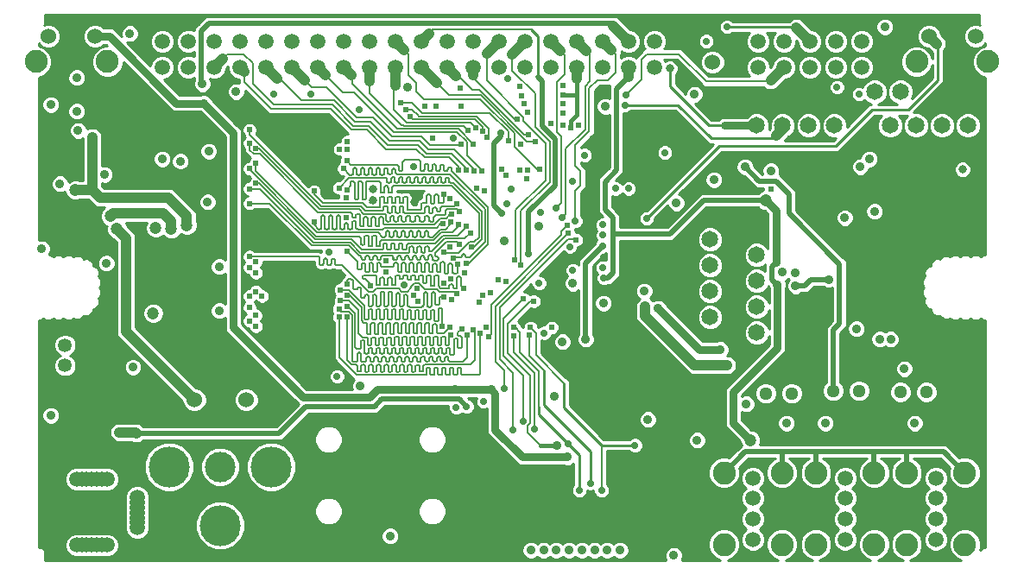
<source format=gbr>
G75*
G70*
%OFA0B0*%
%FSLAX24Y24*%
%IPPOS*%
%LPD*%
%AMOC8*
5,1,8,0,0,1.08239X$1,22.5*
%
%ADD10C,0.0591*%
%ADD11C,0.0600*%
%ADD12C,0.0531*%
%ADD13C,0.0650*%
%ADD14C,0.1581*%
%ADD15C,0.1181*%
%ADD16C,0.0885*%
%ADD17C,0.0356*%
%ADD18C,0.0510*%
%ADD19C,0.0886*%
%ADD20C,0.0277*%
%ADD21C,0.0472*%
%ADD22C,0.0317*%
%ADD23C,0.0238*%
%ADD24C,0.0200*%
%ADD25C,0.0400*%
%ADD26C,0.0300*%
%ADD27C,0.0080*%
%ADD28C,0.0100*%
%ADD29C,0.0060*%
%ADD30C,0.0160*%
D10*
X004552Y004943D03*
X004749Y004943D03*
X004945Y004943D03*
X005142Y004943D03*
X005339Y004943D03*
X005536Y004943D03*
X005733Y004943D03*
X006894Y005613D03*
X006894Y005810D03*
X006894Y006006D03*
X006894Y006203D03*
X006894Y006400D03*
X006894Y006597D03*
X006894Y006794D03*
X005733Y007502D03*
X005536Y007502D03*
X005339Y007502D03*
X005142Y007502D03*
X004945Y007502D03*
X004749Y007502D03*
X004552Y007502D03*
X007862Y023402D03*
X008862Y023402D03*
X009862Y023402D03*
X010862Y023402D03*
X011862Y023402D03*
X012862Y023402D03*
X013862Y023402D03*
X014862Y023402D03*
X015862Y023402D03*
X016862Y023402D03*
X017862Y023402D03*
X018862Y023402D03*
X019862Y023402D03*
X020862Y023402D03*
X021862Y023402D03*
X022862Y023402D03*
X023862Y023402D03*
X024862Y023402D03*
X025862Y023402D03*
X026862Y023402D03*
X026862Y024402D03*
X025862Y024402D03*
X024862Y024402D03*
X023862Y024402D03*
X022862Y024402D03*
X021862Y024402D03*
X020862Y024402D03*
X019862Y024402D03*
X018862Y024402D03*
X017862Y024402D03*
X016862Y024402D03*
X015862Y024402D03*
X014862Y024402D03*
X013862Y024402D03*
X012862Y024402D03*
X011862Y024402D03*
X010862Y024402D03*
X009862Y024402D03*
X008862Y024402D03*
X007862Y024402D03*
X030862Y024402D03*
X030862Y023402D03*
X031862Y023402D03*
X032862Y023402D03*
X033862Y023402D03*
X034862Y023402D03*
X034862Y024402D03*
X033862Y024402D03*
X032862Y024402D03*
X031862Y024402D03*
X030671Y007534D03*
X030671Y006747D03*
X030671Y005960D03*
X030671Y005172D03*
X034221Y005172D03*
X034221Y005960D03*
X034221Y006747D03*
X034221Y007534D03*
X037721Y007534D03*
X037721Y006747D03*
X037721Y005960D03*
X037721Y005172D03*
D11*
X029112Y023602D03*
X037472Y024592D03*
X039252Y024592D03*
X011112Y010552D03*
X009112Y010552D03*
X005252Y024592D03*
X003472Y024592D03*
D12*
X004112Y012666D03*
X004112Y011879D03*
D13*
X029012Y013752D03*
X029012Y014752D03*
X029012Y015752D03*
X029012Y016752D03*
X030812Y016152D03*
X030812Y015152D03*
X030812Y014152D03*
X030812Y013152D03*
X030812Y021152D03*
X031812Y021152D03*
X032812Y021152D03*
X033812Y021152D03*
X035362Y022452D03*
X036362Y022452D03*
X035962Y021152D03*
X036962Y021152D03*
X037962Y021152D03*
X038962Y021152D03*
D14*
X012065Y007968D03*
X010096Y005704D03*
X008128Y007968D03*
D15*
X010096Y007968D03*
D16*
X005742Y023612D03*
X002982Y023612D03*
X036982Y023612D03*
X039742Y023612D03*
D17*
X035762Y024952D03*
X035162Y019852D03*
X034812Y019552D03*
X035362Y017836D03*
X034212Y017580D03*
X032312Y015452D03*
X032312Y014952D03*
X031612Y015002D03*
X031812Y015502D03*
X033612Y015202D03*
X034662Y013302D03*
X035562Y012902D03*
X035982Y012902D03*
X036512Y011752D03*
X036912Y009652D03*
X033462Y009652D03*
X031962Y009652D03*
X030412Y010402D03*
X029662Y011902D03*
X029412Y012502D03*
X027012Y014092D03*
X026512Y014152D03*
X026472Y014752D03*
X024892Y014282D03*
X023712Y015052D03*
X021062Y016702D03*
X022382Y017252D03*
X027712Y018152D03*
X029162Y019052D03*
X030362Y019552D03*
X031362Y019402D03*
X028412Y022352D03*
X024962Y021882D03*
X017342Y022632D03*
X014312Y021402D03*
X012662Y021402D03*
X010712Y022452D03*
X009462Y022002D03*
X009412Y022752D03*
X009562Y020852D03*
X009652Y020152D03*
X008562Y019772D03*
X009112Y019502D03*
X007862Y019852D03*
X005632Y019252D03*
X003912Y018902D03*
X004612Y020952D03*
X005162Y020702D03*
X004562Y021702D03*
X003562Y021952D03*
X004562Y023002D03*
X006612Y024702D03*
X009612Y018202D03*
X010062Y015702D03*
X010062Y014002D03*
X009362Y012892D03*
X006732Y011812D03*
X003562Y009952D03*
X006212Y009302D03*
X010112Y009702D03*
X015512Y011102D03*
X019162Y010952D03*
X020552Y010952D03*
X023012Y010702D03*
X023090Y008802D03*
X023512Y008352D03*
X026612Y009802D03*
X028512Y009002D03*
X024212Y012902D03*
X023312Y012802D03*
X016662Y005302D03*
X022090Y004752D03*
X022582Y004752D03*
X023074Y004752D03*
X023566Y004752D03*
X024058Y004752D03*
X024551Y004752D03*
X025043Y004752D03*
X025535Y004752D03*
X027612Y004552D03*
X005702Y015832D03*
X003212Y016393D03*
D18*
X031162Y010802D03*
X032162Y010802D03*
X033762Y010902D03*
X034762Y010902D03*
X036362Y010852D03*
X037362Y010852D03*
D19*
X036599Y007731D03*
X035343Y007731D03*
X033099Y007731D03*
X031793Y007731D03*
X029549Y007731D03*
X029549Y004975D03*
X031793Y004975D03*
X033099Y004975D03*
X035343Y004975D03*
X036599Y004975D03*
X038843Y004975D03*
X038843Y007731D03*
D20*
X026592Y016252D03*
X024902Y016072D03*
X024872Y016502D03*
X024881Y016910D03*
X024862Y017312D03*
X023812Y017452D03*
X023312Y017602D03*
X023062Y017952D03*
X022462Y017802D03*
X021152Y018112D03*
X020962Y017752D03*
X021332Y018702D03*
X023712Y019002D03*
X024162Y020002D03*
X025372Y018712D03*
X025872Y018712D03*
X026562Y017552D03*
X024862Y015662D03*
X024912Y015252D03*
X023713Y015562D03*
X023602Y016472D03*
X022012Y016192D03*
X022412Y015052D03*
X022612Y013142D03*
X021062Y011002D03*
X020262Y010502D03*
X019612Y010302D03*
X019212Y010252D03*
X021412Y009402D03*
X021791Y009731D03*
X022224Y009414D03*
X023537Y008852D03*
X024389Y007329D03*
X023962Y007052D03*
X024822Y007052D03*
X026112Y008802D03*
X017212Y014992D03*
X014292Y016262D03*
X017562Y019552D03*
X019102Y020652D03*
X020932Y020852D03*
X021212Y022972D03*
X025762Y022342D03*
X025732Y021942D03*
X027262Y020102D03*
X028862Y024402D03*
X029662Y024952D03*
X033912Y022622D03*
X034762Y022352D03*
X015462Y021752D03*
X013612Y022372D03*
X012162Y022372D03*
X011762Y012202D03*
X014612Y011452D03*
D21*
X007512Y013902D03*
X007612Y017192D03*
X008212Y017152D03*
X008812Y017292D03*
X006112Y017152D03*
X005862Y017652D03*
X004512Y018652D03*
X030562Y009002D03*
X031162Y018252D03*
D22*
X027462Y023352D03*
X017612Y018202D03*
X016003Y018252D03*
X016012Y018702D03*
X038762Y019452D03*
D23*
X031362Y018704D03*
X023842Y016732D03*
X023539Y016979D03*
X023512Y017302D03*
X021712Y015752D03*
X021462Y015952D03*
X021142Y015122D03*
X020832Y015192D03*
X020532Y014682D03*
X020242Y014592D03*
X020092Y014332D03*
X019482Y014862D03*
X019242Y014652D03*
X019032Y014412D03*
X018732Y014532D03*
X018732Y015072D03*
X019002Y015222D03*
X019542Y015462D03*
X019602Y015822D03*
X019272Y015792D03*
X019092Y016032D03*
X018732Y016272D03*
X018972Y016452D03*
X019332Y016572D03*
X019812Y016452D03*
X019752Y016992D03*
X019602Y017262D03*
X019302Y017322D03*
X019002Y017412D03*
X019032Y017712D03*
X019332Y017832D03*
X019222Y018142D03*
X018972Y018312D03*
X018732Y018492D03*
X019302Y019422D03*
X019602Y019422D03*
X019902Y019392D03*
X020202Y019392D03*
X019992Y018732D03*
X020292Y018612D03*
X021132Y019212D03*
X020952Y019452D03*
X021672Y019422D03*
X021972Y019422D03*
X021942Y019092D03*
X022422Y019452D03*
X022272Y020532D03*
X022002Y020802D03*
X021692Y020442D03*
X021222Y020572D03*
X020412Y020682D03*
X020242Y020942D03*
X019962Y021052D03*
X019662Y020952D03*
X019872Y020442D03*
X019402Y020442D03*
X018312Y020652D03*
X017432Y021482D03*
X017262Y021752D03*
X017052Y022042D03*
X017992Y021882D03*
X018442Y021882D03*
X019392Y021902D03*
X019362Y022602D03*
X021552Y021402D03*
X021962Y021652D03*
X021844Y022002D03*
X021744Y022302D03*
X021662Y022652D03*
X023342Y022682D03*
X023342Y022322D03*
X023342Y021982D03*
X023342Y021622D03*
X023322Y021162D03*
X023622Y021072D03*
X023922Y021172D03*
X022872Y021212D03*
X018702Y017352D03*
X016512Y015912D03*
X016512Y015492D03*
X015912Y014972D03*
X014982Y015012D03*
X014742Y014802D03*
X014982Y014592D03*
X014742Y014382D03*
X014982Y014172D03*
X014682Y014052D03*
X014682Y013752D03*
X014982Y013752D03*
X017552Y014592D03*
X017682Y014862D03*
X017742Y014352D03*
X018672Y013392D03*
X018972Y013362D03*
X018992Y013062D03*
X019422Y013302D03*
X019632Y013062D03*
X019872Y013272D03*
X020142Y013122D03*
X020352Y013362D03*
X020472Y012982D03*
X021432Y013032D03*
X021432Y013352D03*
X022042Y013052D03*
X022072Y013352D03*
X022902Y013352D03*
X022212Y014362D03*
X021812Y014452D03*
X014982Y016302D03*
X013722Y017442D03*
X014962Y017592D03*
X014952Y018372D03*
X014982Y018672D03*
X014682Y018732D03*
X014862Y019482D03*
X014982Y019782D03*
X015012Y020232D03*
X014712Y020232D03*
X015012Y020532D03*
X013722Y018612D03*
X011472Y018912D03*
X011232Y018702D03*
X011232Y018132D03*
X011232Y019482D03*
X011472Y019692D03*
X011472Y020262D03*
X011232Y020472D03*
X011232Y020982D03*
X011232Y016092D03*
X011472Y015882D03*
X011232Y015672D03*
X011472Y015462D03*
X011472Y014742D03*
X011232Y014562D03*
X011712Y014562D03*
X011232Y014122D03*
X011472Y013812D03*
X011232Y013602D03*
X011472Y013392D03*
D24*
X013412Y010302D02*
X016062Y010302D01*
X016342Y010582D01*
X019332Y010582D01*
X019612Y010302D01*
X024212Y012902D02*
X024212Y015842D01*
X024872Y016502D01*
X025262Y016952D02*
X027462Y016952D01*
X028762Y018252D01*
X031162Y018252D01*
X031562Y019002D02*
X032062Y018502D01*
X032062Y017752D01*
X034012Y015802D01*
X034012Y013502D01*
X033762Y013252D01*
X033762Y010902D01*
X033099Y008552D02*
X031793Y008552D01*
X030370Y008552D01*
X029549Y007731D01*
X031793Y007731D02*
X031793Y008552D01*
X033099Y008552D02*
X033099Y007731D01*
X033099Y008552D02*
X035343Y008552D01*
X036599Y008552D01*
X038021Y008552D01*
X038843Y007731D01*
X036599Y007731D02*
X036599Y008552D01*
X035343Y008552D02*
X035343Y007731D01*
X032662Y014952D02*
X032912Y015202D01*
X033612Y015202D01*
X032662Y014952D02*
X032312Y014952D01*
X031612Y015002D02*
X031412Y015202D01*
X031412Y015702D01*
X031562Y015852D01*
X031562Y019002D02*
X030912Y019002D01*
X030362Y019552D01*
X025862Y023032D02*
X025400Y022571D01*
X025400Y019422D01*
X024952Y018974D01*
X024952Y017902D01*
X025262Y017592D01*
X025262Y016952D01*
X025262Y015452D01*
X025062Y015252D01*
X024912Y015252D01*
X022012Y016192D02*
X022012Y017812D01*
X023042Y018842D01*
X023042Y020612D01*
X022542Y021112D01*
X022542Y022862D01*
X022362Y023042D01*
X020932Y020852D02*
X020932Y020732D01*
X020652Y020452D01*
X020652Y018062D01*
X020962Y017752D01*
X025262Y025002D02*
X025162Y025102D01*
X009662Y025102D01*
X009362Y024802D01*
X009362Y022802D01*
X009412Y022752D01*
X013412Y010302D02*
X012372Y009262D01*
X006872Y009262D01*
D25*
X006832Y009302D01*
X006212Y009302D01*
X009112Y010552D02*
X006462Y013202D01*
X006462Y016802D01*
X006112Y017152D01*
X005862Y017652D02*
X005962Y017752D01*
X007912Y017752D01*
X008212Y017452D01*
X008212Y017152D01*
X008812Y017292D02*
X008812Y017652D01*
X008112Y018352D01*
X005462Y018352D01*
X005162Y018652D01*
X004512Y018652D01*
X005162Y018652D02*
X005162Y020702D01*
X009862Y023402D02*
X010202Y023742D01*
X010862Y023402D02*
X011032Y023232D01*
X011862Y023402D02*
X012312Y022952D01*
X012862Y023402D02*
X013362Y022902D01*
X013862Y023402D02*
X014162Y023102D01*
X014862Y023402D02*
X015162Y023102D01*
X015862Y022852D02*
X015862Y023402D01*
X016862Y023402D02*
X016862Y022702D01*
X017862Y023402D02*
X018462Y022802D01*
X018862Y023402D02*
X019212Y023052D01*
X019862Y023102D02*
X019862Y023402D01*
X020382Y023922D02*
X020862Y024402D01*
X021362Y023902D02*
X021862Y024402D01*
X022862Y024402D02*
X023232Y024032D01*
X023862Y024402D02*
X024222Y024042D01*
X024862Y024402D02*
X025212Y024052D01*
X025862Y024402D02*
X025262Y025002D01*
X025862Y023402D02*
X025862Y023032D01*
X023862Y022962D02*
X023862Y023402D01*
X018162Y024702D02*
X017862Y024402D01*
X017202Y024062D02*
X016862Y024402D01*
X031352Y022892D02*
X031862Y023402D01*
X032862Y024402D02*
X032342Y024922D01*
X037472Y024592D02*
X037762Y024302D01*
X031812Y021152D02*
X031812Y021002D01*
X031562Y020752D01*
X026512Y014152D02*
X026512Y013802D01*
X028412Y011902D01*
X029662Y011902D01*
D26*
X029412Y012502D02*
X028602Y012502D01*
X027012Y014092D01*
X029912Y010852D02*
X029912Y009652D01*
X030562Y009002D01*
X029912Y010852D02*
X031612Y012552D01*
X031612Y015002D01*
X031562Y015852D02*
X031562Y017852D01*
X031162Y018252D01*
X030812Y021152D02*
X029562Y021152D01*
X020552Y010952D02*
X019162Y010952D01*
X016162Y010952D01*
X015862Y010652D01*
X013312Y010652D01*
X011762Y012202D01*
X010612Y013352D01*
X010612Y020852D01*
X009462Y022002D01*
X008412Y022002D01*
X005822Y024592D01*
X005252Y024592D01*
X020552Y010952D02*
X020712Y010792D01*
X020712Y009402D01*
X021762Y008352D01*
X023512Y008352D01*
D27*
X022462Y008802D02*
X021962Y009302D01*
X021962Y009552D01*
X022062Y009652D01*
X022062Y011502D01*
X021212Y012352D01*
X021212Y013502D01*
X022072Y014362D01*
X022212Y014362D01*
X021812Y014452D02*
X021042Y013682D01*
X021042Y012252D01*
X021791Y011504D01*
X021791Y009731D01*
X021412Y009402D02*
X021412Y011602D01*
X020892Y012122D01*
X020892Y014112D01*
X023532Y016752D01*
X023822Y016752D01*
X023842Y016732D01*
X023539Y016979D02*
X020732Y014172D01*
X020732Y012032D01*
X021062Y011702D01*
X021062Y011002D01*
X022224Y011591D02*
X021432Y012382D01*
X021432Y013032D01*
X021662Y013172D02*
X021482Y013352D01*
X021432Y013352D01*
X021662Y013172D02*
X021662Y012402D01*
X022412Y011652D01*
X022412Y010302D01*
X022224Y009414D02*
X022224Y011591D01*
X022612Y011692D02*
X022612Y011702D01*
X022042Y012272D01*
X022042Y013052D01*
X022282Y013142D02*
X022072Y013352D01*
X022282Y013142D02*
X022282Y012282D01*
X023362Y011202D01*
X020572Y013082D02*
X020572Y014232D01*
X023262Y016922D01*
X023262Y017052D01*
X023512Y017302D01*
X023312Y017602D02*
X023442Y017732D01*
X023442Y020252D01*
X024182Y020992D01*
X024182Y022672D01*
X024372Y022862D01*
X024372Y023892D01*
X024222Y024042D01*
X023382Y023882D02*
X023232Y024032D01*
X023382Y023882D02*
X023382Y023122D01*
X023092Y022832D01*
X023092Y020882D01*
X023262Y020712D01*
X023262Y018152D01*
X023062Y017952D01*
X023812Y017552D02*
X023812Y018632D01*
X024012Y018832D01*
X024012Y019382D01*
X023812Y019582D01*
X023812Y020392D01*
X024342Y020922D01*
X024342Y022582D01*
X024662Y022902D01*
X025062Y022902D01*
X025362Y023202D01*
X025362Y023902D01*
X025212Y024052D01*
X026362Y023702D02*
X026562Y023902D01*
X027812Y023902D01*
X028862Y022852D01*
X031312Y022852D01*
X031352Y022892D01*
X026362Y022942D02*
X026362Y023702D01*
X026362Y022942D02*
X025762Y022342D01*
X022822Y020512D02*
X022252Y021082D01*
X022252Y022382D01*
X021362Y023272D01*
X021362Y023902D01*
X020382Y023922D02*
X020382Y022892D01*
X021812Y021462D01*
X021812Y021312D01*
X022662Y020462D01*
X022662Y019042D01*
X021512Y017892D01*
X021512Y016002D01*
X021462Y015952D01*
X021712Y015752D02*
X021712Y017852D01*
X022822Y018962D01*
X022822Y020512D01*
X021552Y021402D02*
X021462Y021402D01*
X019862Y023002D01*
X019862Y023102D01*
X019312Y023052D02*
X019212Y023052D01*
X019312Y023052D02*
X019832Y022532D01*
X019672Y022322D02*
X018942Y022322D01*
X018462Y022802D01*
X017662Y022792D02*
X017662Y022452D01*
X017952Y022162D01*
X019662Y022162D01*
X019692Y021252D02*
X019762Y021252D01*
X019962Y021052D01*
X019662Y020952D02*
X019482Y021132D01*
X019402Y020442D02*
X019352Y020392D01*
X018192Y020392D01*
X017862Y020722D01*
X016722Y020722D01*
X015982Y021462D01*
X015372Y021462D01*
X014202Y022632D01*
X013632Y022632D01*
X013362Y022902D01*
X013232Y022112D02*
X012392Y022952D01*
X012312Y022952D01*
X011362Y022752D02*
X012162Y021952D01*
X014422Y021952D01*
X015232Y021142D01*
X015832Y021142D01*
X016572Y020402D01*
X017722Y020402D01*
X018052Y020072D01*
X019022Y020072D01*
X019602Y019492D01*
X019602Y019422D01*
X019302Y019422D02*
X019302Y019552D01*
X018942Y019912D01*
X017982Y019912D01*
X017652Y020242D01*
X016502Y020242D01*
X015762Y020982D01*
X015162Y020982D01*
X014352Y021792D01*
X012072Y021792D01*
X011032Y022832D01*
X011032Y023232D01*
X011362Y023552D02*
X011362Y022752D01*
X011362Y023552D02*
X011012Y023902D01*
X010362Y023902D01*
X010202Y023742D01*
X013232Y022112D02*
X014492Y022112D01*
X015302Y021302D01*
X015902Y021302D01*
X016642Y020562D01*
X017792Y020562D01*
X018122Y020232D01*
X019132Y020232D01*
X019902Y019462D01*
X019902Y019392D01*
X020202Y019412D02*
X020202Y019392D01*
X020202Y019412D02*
X019632Y019982D01*
X017752Y021512D02*
X017512Y021752D01*
X017262Y021752D01*
X017052Y022042D02*
X017502Y022042D01*
X017912Y021632D01*
X017322Y021272D02*
X017292Y021272D01*
X016812Y021752D01*
X016812Y022652D01*
X016862Y022702D01*
X017352Y023102D02*
X017352Y023912D01*
X017202Y024062D01*
X018162Y024702D02*
X018312Y024852D01*
X022112Y024852D01*
X017662Y022792D02*
X017352Y023102D01*
X015862Y022852D02*
X015862Y022402D01*
X017112Y021152D01*
X017182Y021152D01*
X016982Y021032D02*
X016932Y021032D01*
X015212Y022752D01*
X015212Y023052D01*
X015162Y023102D01*
X014832Y022432D02*
X014162Y023102D01*
X014832Y022432D02*
X015252Y022432D01*
X016782Y020902D01*
X016832Y020902D01*
X020572Y013082D02*
X020472Y012982D01*
X024822Y008802D02*
X024822Y007052D01*
D28*
X003332Y004744D02*
X003332Y004372D01*
X027310Y004372D01*
X027264Y004483D01*
X027264Y004622D01*
X027317Y004750D01*
X027415Y004848D01*
X027543Y004901D01*
X027682Y004901D01*
X027810Y004848D01*
X027907Y004750D01*
X027960Y004622D01*
X027960Y004483D01*
X027915Y004372D01*
X029402Y004372D01*
X029201Y004456D01*
X029029Y004628D01*
X028936Y004853D01*
X028936Y005097D01*
X029029Y005322D01*
X029201Y005495D01*
X029427Y005588D01*
X029670Y005588D01*
X029896Y005495D01*
X030068Y005322D01*
X030161Y005097D01*
X030161Y004853D01*
X030068Y004628D01*
X029896Y004456D01*
X029695Y004372D01*
X031647Y004372D01*
X031445Y004456D01*
X031273Y004628D01*
X031180Y004853D01*
X031180Y005097D01*
X031273Y005322D01*
X031445Y005495D01*
X031671Y005588D01*
X031915Y005588D01*
X032140Y005495D01*
X032312Y005322D01*
X032406Y005097D01*
X032406Y004853D01*
X032312Y004628D01*
X032140Y004456D01*
X031939Y004372D01*
X032952Y004372D01*
X032751Y004456D01*
X032579Y004628D01*
X032486Y004853D01*
X032486Y005097D01*
X032579Y005322D01*
X032751Y005495D01*
X032977Y005588D01*
X033220Y005588D01*
X033446Y005495D01*
X033618Y005322D01*
X033711Y005097D01*
X033711Y004853D01*
X033618Y004628D01*
X033446Y004456D01*
X033245Y004372D01*
X035197Y004372D01*
X034995Y004456D01*
X034823Y004628D01*
X034730Y004853D01*
X034730Y005097D01*
X034823Y005322D01*
X034995Y005495D01*
X035221Y005588D01*
X035465Y005588D01*
X035690Y005495D01*
X035862Y005322D01*
X035956Y005097D01*
X035956Y004853D01*
X035862Y004628D01*
X035690Y004456D01*
X035489Y004372D01*
X036452Y004372D01*
X036251Y004456D01*
X036079Y004628D01*
X035986Y004853D01*
X035986Y005097D01*
X036079Y005322D01*
X036251Y005495D01*
X036477Y005588D01*
X036720Y005588D01*
X036946Y005495D01*
X037118Y005322D01*
X037211Y005097D01*
X037211Y004853D01*
X037118Y004628D01*
X036946Y004456D01*
X036745Y004372D01*
X038697Y004372D01*
X038495Y004456D01*
X038323Y004628D01*
X038230Y004853D01*
X038230Y005097D01*
X038323Y005322D01*
X038495Y005495D01*
X038721Y005588D01*
X038965Y005588D01*
X039190Y005495D01*
X039362Y005322D01*
X039456Y005097D01*
X039456Y004853D01*
X039423Y004774D01*
X039521Y004872D01*
X039642Y004872D01*
X039642Y013628D01*
X039596Y013628D01*
X039490Y013672D01*
X039457Y013706D01*
X039423Y013672D01*
X039317Y013628D01*
X039203Y013628D01*
X039097Y013672D01*
X039063Y013706D01*
X039029Y013672D01*
X038924Y013628D01*
X038809Y013628D01*
X038703Y013672D01*
X038669Y013706D01*
X038636Y013672D01*
X038530Y013628D01*
X038415Y013628D01*
X038309Y013672D01*
X038273Y013708D01*
X038176Y013667D01*
X038061Y013667D01*
X037955Y013711D01*
X037875Y013792D01*
X037861Y013786D01*
X037746Y013786D01*
X037640Y013829D01*
X037559Y013910D01*
X037515Y014016D01*
X037515Y014061D01*
X037510Y014061D01*
X037404Y014105D01*
X037323Y014186D01*
X037279Y014292D01*
X037279Y014407D01*
X037308Y014477D01*
X037244Y014540D01*
X037200Y014646D01*
X037200Y014761D01*
X037244Y014867D01*
X037278Y014900D01*
X037244Y014934D01*
X037200Y015040D01*
X037200Y015155D01*
X037244Y015261D01*
X037308Y015324D01*
X037279Y015394D01*
X037279Y015509D01*
X037323Y015615D01*
X037404Y015696D01*
X037510Y015740D01*
X037515Y015740D01*
X037515Y015785D01*
X037559Y015890D01*
X037640Y015971D01*
X037746Y016015D01*
X037861Y016015D01*
X037875Y016009D01*
X037955Y016090D01*
X038061Y016133D01*
X038176Y016133D01*
X038273Y016093D01*
X038309Y016129D01*
X038415Y016173D01*
X038530Y016173D01*
X038636Y016129D01*
X038669Y016095D01*
X038703Y016129D01*
X038809Y016173D01*
X038924Y016173D01*
X039029Y016129D01*
X039063Y016095D01*
X039097Y016129D01*
X039203Y016173D01*
X039317Y016173D01*
X039423Y016129D01*
X039457Y016095D01*
X039490Y016129D01*
X039596Y016173D01*
X039642Y016173D01*
X039642Y023000D01*
X039621Y023000D01*
X039395Y023093D01*
X039223Y023265D01*
X039130Y023491D01*
X039130Y023734D01*
X039223Y023959D01*
X039395Y024132D01*
X039621Y024225D01*
X039642Y024225D01*
X039642Y024318D01*
X039519Y024194D01*
X039346Y024122D01*
X039159Y024122D01*
X038986Y024194D01*
X038854Y024326D01*
X038782Y024499D01*
X038782Y024686D01*
X038854Y024859D01*
X038986Y024991D01*
X039159Y025062D01*
X039346Y025062D01*
X039423Y025030D01*
X039392Y025061D01*
X039392Y025432D01*
X003332Y025432D01*
X003332Y025244D01*
X003332Y025061D01*
X003301Y025030D01*
X003379Y025062D01*
X003566Y025062D01*
X003739Y024991D01*
X003871Y024859D01*
X003942Y024686D01*
X003942Y024499D01*
X003871Y024326D01*
X003739Y024194D01*
X003566Y024122D01*
X003379Y024122D01*
X003206Y024194D01*
X003082Y024318D01*
X003082Y024225D01*
X003104Y024225D01*
X003329Y024132D01*
X003502Y023959D01*
X003595Y023734D01*
X003595Y023491D01*
X003502Y023265D01*
X003329Y023093D01*
X003104Y023000D01*
X003082Y023000D01*
X003082Y016715D01*
X003143Y016741D01*
X003282Y016741D01*
X003410Y016688D01*
X003507Y016590D01*
X003560Y016462D01*
X003560Y016323D01*
X003507Y016195D01*
X003485Y016173D01*
X003510Y016173D01*
X003616Y016129D01*
X003650Y016095D01*
X003683Y016129D01*
X003789Y016173D01*
X003904Y016173D01*
X004010Y016129D01*
X004043Y016095D01*
X004077Y016129D01*
X004183Y016173D01*
X004298Y016173D01*
X004404Y016129D01*
X004440Y016093D01*
X004537Y016133D01*
X004652Y016133D01*
X004758Y016090D01*
X004838Y016009D01*
X004852Y016015D01*
X004967Y016015D01*
X005073Y015971D01*
X005154Y015890D01*
X005198Y015785D01*
X005198Y015740D01*
X005203Y015740D01*
X005309Y015696D01*
X005390Y015615D01*
X005434Y015509D01*
X005434Y015394D01*
X005405Y015324D01*
X005469Y015261D01*
X005513Y015155D01*
X005513Y015040D01*
X005469Y014934D01*
X005435Y014900D01*
X005469Y014867D01*
X005513Y014761D01*
X005513Y014646D01*
X005469Y014540D01*
X005405Y014477D01*
X005434Y014407D01*
X005434Y014292D01*
X005390Y014186D01*
X005309Y014105D01*
X005203Y014061D01*
X005198Y014061D01*
X005198Y014016D01*
X005154Y013910D01*
X005073Y013829D01*
X004967Y013786D01*
X004852Y013786D01*
X004838Y013792D01*
X004758Y013711D01*
X004652Y013667D01*
X004537Y013667D01*
X004440Y013708D01*
X004404Y013672D01*
X004298Y013628D01*
X004183Y013628D01*
X004077Y013672D01*
X004043Y013706D01*
X004010Y013672D01*
X003904Y013628D01*
X003789Y013628D01*
X003683Y013672D01*
X003650Y013706D01*
X003616Y013672D01*
X003510Y013628D01*
X003396Y013628D01*
X003290Y013672D01*
X003256Y013706D01*
X003222Y013672D01*
X003116Y013628D01*
X003082Y013628D01*
X003082Y004872D01*
X003203Y004872D01*
X003332Y004744D01*
X004131Y004744D01*
X004157Y004680D02*
X004086Y004851D01*
X004086Y005036D01*
X004157Y005207D01*
X004288Y005338D01*
X004459Y005409D01*
X004644Y005409D01*
X004650Y005406D01*
X004656Y005409D01*
X004841Y005409D01*
X004847Y005406D01*
X004853Y005409D01*
X005038Y005409D01*
X005044Y005406D01*
X005050Y005409D01*
X005235Y005409D01*
X005241Y005406D01*
X005247Y005409D01*
X005432Y005409D01*
X005438Y005406D01*
X005443Y005409D01*
X005629Y005409D01*
X005634Y005406D01*
X005640Y005409D01*
X005825Y005409D01*
X005996Y005338D01*
X006127Y005207D01*
X006198Y005036D01*
X006198Y004851D01*
X006127Y004680D01*
X005996Y004549D01*
X005825Y004478D01*
X005640Y004478D01*
X005634Y004481D01*
X005629Y004478D01*
X005443Y004478D01*
X005438Y004481D01*
X005432Y004478D01*
X005247Y004478D01*
X005241Y004481D01*
X005235Y004478D01*
X005050Y004478D01*
X005044Y004481D01*
X005038Y004478D01*
X004853Y004478D01*
X004847Y004481D01*
X004841Y004478D01*
X004656Y004478D01*
X004650Y004481D01*
X004644Y004478D01*
X004459Y004478D01*
X004288Y004549D01*
X004157Y004680D01*
X004192Y004645D02*
X003332Y004645D01*
X003332Y004547D02*
X004294Y004547D01*
X004090Y004842D02*
X003234Y004842D01*
X003082Y004941D02*
X004086Y004941D01*
X004088Y005039D02*
X003082Y005039D01*
X003082Y005138D02*
X004129Y005138D01*
X004187Y005236D02*
X003082Y005236D01*
X003082Y005335D02*
X004285Y005335D01*
X003082Y005434D02*
X006465Y005434D01*
X006500Y005349D02*
X006631Y005218D01*
X006802Y005147D01*
X006987Y005147D01*
X007158Y005218D01*
X007289Y005349D01*
X007359Y005520D01*
X007359Y005705D01*
X007357Y005711D01*
X007359Y005717D01*
X007359Y005902D01*
X007357Y005908D01*
X007359Y005914D01*
X007359Y006099D01*
X007357Y006105D01*
X007359Y006111D01*
X007359Y006296D01*
X007357Y006302D01*
X007359Y006307D01*
X007359Y006493D01*
X007357Y006498D01*
X007359Y006504D01*
X007359Y006689D01*
X007357Y006695D01*
X007359Y006701D01*
X007359Y006886D01*
X007289Y007057D01*
X007158Y007188D01*
X006987Y007259D01*
X006802Y007259D01*
X006631Y007188D01*
X006500Y007057D01*
X006429Y006886D01*
X006429Y006701D01*
X006431Y006695D01*
X006429Y006689D01*
X006429Y006504D01*
X006431Y006498D01*
X006429Y006493D01*
X006429Y006307D01*
X006431Y006302D01*
X006429Y006296D01*
X006429Y006111D01*
X006431Y006105D01*
X006429Y006099D01*
X006429Y005914D01*
X006431Y005908D01*
X006429Y005902D01*
X006429Y005717D01*
X006431Y005711D01*
X006429Y005705D01*
X006429Y005520D01*
X006500Y005349D01*
X006514Y005335D02*
X005999Y005335D01*
X006098Y005236D02*
X006612Y005236D01*
X006429Y005532D02*
X003082Y005532D01*
X003082Y005631D02*
X006429Y005631D01*
X006429Y005729D02*
X003082Y005729D01*
X003082Y005828D02*
X006429Y005828D01*
X006429Y005926D02*
X003082Y005926D01*
X003082Y006025D02*
X006429Y006025D01*
X006429Y006123D02*
X003082Y006123D01*
X003082Y006222D02*
X006429Y006222D01*
X006429Y006320D02*
X003082Y006320D01*
X003082Y006419D02*
X006429Y006419D01*
X006429Y006517D02*
X003082Y006517D01*
X003082Y006616D02*
X006429Y006616D01*
X006429Y006715D02*
X003082Y006715D01*
X003082Y006813D02*
X006429Y006813D01*
X006439Y006912D02*
X003082Y006912D01*
X003082Y007010D02*
X006480Y007010D01*
X006551Y007109D02*
X005997Y007109D01*
X005996Y007108D02*
X006127Y007239D01*
X006198Y007410D01*
X006198Y007595D01*
X006127Y007766D01*
X005996Y007897D01*
X007167Y007897D01*
X007167Y007799D02*
X006095Y007799D01*
X006155Y007700D02*
X007199Y007700D01*
X007167Y007777D02*
X007313Y007424D01*
X007584Y007154D01*
X007937Y007008D01*
X008319Y007008D01*
X008672Y007154D01*
X008942Y007424D01*
X009088Y007777D01*
X009088Y008159D01*
X008942Y008512D01*
X008672Y008782D01*
X008319Y008929D01*
X007937Y008929D01*
X007584Y008782D01*
X007313Y008512D01*
X007167Y008159D01*
X007167Y007777D01*
X007240Y007601D02*
X006195Y007601D01*
X006198Y007503D02*
X007281Y007503D01*
X007333Y007404D02*
X006196Y007404D01*
X006155Y007306D02*
X007432Y007306D01*
X007530Y007207D02*
X007112Y007207D01*
X007237Y007109D02*
X007692Y007109D01*
X007930Y007010D02*
X007308Y007010D01*
X007349Y006912D02*
X023686Y006912D01*
X023701Y006878D02*
X023787Y006791D01*
X023901Y006744D01*
X024024Y006744D01*
X024137Y006791D01*
X024224Y006878D01*
X024271Y006991D01*
X024271Y007044D01*
X024328Y007020D01*
X024451Y007020D01*
X024513Y007047D01*
X024513Y006991D01*
X024560Y006878D01*
X024647Y006791D01*
X024761Y006744D01*
X024884Y006744D01*
X024997Y006791D01*
X025084Y006878D01*
X025131Y006991D01*
X025131Y007114D01*
X025084Y007227D01*
X025032Y007279D01*
X025032Y008582D01*
X025896Y008582D01*
X025937Y008541D01*
X026051Y008494D01*
X026174Y008494D01*
X026287Y008541D01*
X026374Y008628D01*
X026421Y008741D01*
X026421Y008864D01*
X026374Y008977D01*
X026287Y009064D01*
X026174Y009111D01*
X026051Y009111D01*
X025937Y009064D01*
X025896Y009022D01*
X024913Y009022D01*
X023582Y010353D01*
X023582Y011294D01*
X023453Y011422D01*
X023439Y011422D01*
X022492Y012369D01*
X022492Y012858D01*
X022551Y012834D01*
X022674Y012834D01*
X022787Y012881D01*
X022874Y012968D01*
X022914Y013063D01*
X022959Y013063D01*
X023065Y013107D01*
X023147Y013189D01*
X023191Y013295D01*
X023191Y013410D01*
X023147Y013516D01*
X023065Y013597D01*
X022959Y013641D01*
X022844Y013641D01*
X022738Y013597D01*
X022657Y013516D01*
X022630Y013451D01*
X022551Y013451D01*
X022437Y013404D01*
X022378Y013344D01*
X022369Y013352D01*
X022361Y013360D01*
X022361Y013410D01*
X022317Y013516D01*
X022236Y013597D01*
X022130Y013641D01*
X022015Y013641D01*
X021909Y013597D01*
X021827Y013516D01*
X021783Y013410D01*
X021783Y013348D01*
X021749Y013382D01*
X021721Y013411D01*
X021677Y013516D01*
X021600Y013593D01*
X022102Y014095D01*
X022155Y014073D01*
X022270Y014073D01*
X022376Y014117D01*
X022457Y014199D01*
X022501Y014305D01*
X022501Y014420D01*
X022457Y014526D01*
X022376Y014607D01*
X022270Y014651D01*
X022155Y014651D01*
X022059Y014612D01*
X022057Y014616D01*
X021976Y014697D01*
X021870Y014741D01*
X021818Y014741D01*
X022104Y015027D01*
X022104Y014991D01*
X022151Y014878D01*
X022237Y014791D01*
X022351Y014744D01*
X022474Y014744D01*
X022587Y014791D01*
X022674Y014878D01*
X022721Y014991D01*
X022721Y015114D01*
X022674Y015227D01*
X022587Y015314D01*
X022474Y015361D01*
X022438Y015361D01*
X023358Y016281D01*
X023427Y016211D01*
X023541Y016164D01*
X023664Y016164D01*
X023777Y016211D01*
X023864Y016298D01*
X023911Y016411D01*
X023911Y016448D01*
X024006Y016487D01*
X024087Y016569D01*
X024557Y016569D01*
X024572Y016584D02*
X023942Y015954D01*
X023942Y015769D01*
X023888Y015824D01*
X023774Y015871D01*
X023651Y015871D01*
X023538Y015824D01*
X023451Y015737D01*
X023404Y015623D01*
X023404Y015500D01*
X023451Y015387D01*
X023503Y015335D01*
X023417Y015250D01*
X023364Y015122D01*
X023364Y014983D01*
X023417Y014855D01*
X023515Y014757D01*
X023643Y014704D01*
X023782Y014704D01*
X023910Y014757D01*
X023942Y014790D01*
X023942Y013125D01*
X023917Y013100D01*
X023864Y012972D01*
X023864Y012833D01*
X023917Y012705D01*
X024015Y012607D01*
X024143Y012554D01*
X024282Y012554D01*
X024410Y012607D01*
X024507Y012705D01*
X024560Y012833D01*
X024560Y012972D01*
X024507Y013100D01*
X024482Y013125D01*
X024482Y015731D01*
X024954Y016202D01*
X024992Y016218D01*
X024992Y015943D01*
X024924Y015971D01*
X024801Y015971D01*
X024687Y015924D01*
X024601Y015837D01*
X024554Y015724D01*
X024554Y015601D01*
X024601Y015488D01*
X024656Y015432D01*
X024651Y015427D01*
X024604Y015314D01*
X024604Y015191D01*
X024651Y015078D01*
X024737Y014991D01*
X024851Y014944D01*
X024974Y014944D01*
X025067Y014982D01*
X025174Y014982D01*
X025332Y015141D01*
X025374Y015182D01*
X025532Y015341D01*
X025532Y016682D01*
X027351Y016682D01*
X027574Y016682D01*
X028874Y017982D01*
X030858Y017982D01*
X030932Y017908D01*
X031082Y017846D01*
X031116Y017846D01*
X031242Y017720D01*
X031242Y016407D01*
X031232Y016433D01*
X031093Y016572D01*
X030911Y016647D01*
X030714Y016647D01*
X030532Y016572D01*
X030393Y016433D01*
X030318Y016251D01*
X030318Y016054D01*
X030393Y015872D01*
X030532Y015733D01*
X030714Y015658D01*
X030911Y015658D01*
X031093Y015733D01*
X031142Y015783D01*
X031142Y015522D01*
X031093Y015572D01*
X030911Y015647D01*
X030714Y015647D01*
X030532Y015572D01*
X030393Y015433D01*
X030318Y015251D01*
X030318Y015054D01*
X030393Y014872D01*
X030532Y014733D01*
X030714Y014658D01*
X030911Y014658D01*
X031093Y014733D01*
X031232Y014872D01*
X031264Y014951D01*
X031264Y014933D01*
X031292Y014865D01*
X031292Y014286D01*
X031232Y014433D01*
X031093Y014572D01*
X030911Y014647D01*
X030714Y014647D01*
X030532Y014572D01*
X030393Y014433D01*
X030318Y014251D01*
X030318Y014054D01*
X030393Y013872D01*
X030532Y013733D01*
X030714Y013658D01*
X030911Y013658D01*
X031093Y013733D01*
X031232Y013872D01*
X031292Y014018D01*
X031292Y013286D01*
X031232Y013433D01*
X031093Y013572D01*
X030911Y013647D01*
X030714Y013647D01*
X030532Y013572D01*
X030393Y013433D01*
X030318Y013251D01*
X030318Y013054D01*
X030393Y012872D01*
X030532Y012733D01*
X030714Y012658D01*
X030911Y012658D01*
X031093Y012733D01*
X031232Y012872D01*
X031292Y013018D01*
X031292Y012685D01*
X029780Y011172D01*
X029592Y010985D01*
X029592Y009785D01*
X029592Y009520D01*
X030156Y008956D01*
X030156Y008922D01*
X030215Y008779D01*
X030100Y008664D01*
X029748Y008312D01*
X029670Y008344D01*
X029427Y008344D01*
X029201Y008251D01*
X029029Y008078D01*
X028936Y007853D01*
X028936Y007609D01*
X029029Y007384D01*
X029201Y007212D01*
X029427Y007118D01*
X029670Y007118D01*
X029896Y007212D01*
X030068Y007384D01*
X030161Y007609D01*
X030161Y007853D01*
X030129Y007930D01*
X030482Y008282D01*
X031522Y008282D01*
X031445Y008251D01*
X031273Y008078D01*
X031180Y007853D01*
X031180Y007609D01*
X031273Y007384D01*
X031445Y007212D01*
X031671Y007118D01*
X031915Y007118D01*
X032140Y007212D01*
X032312Y007384D01*
X032406Y007609D01*
X032406Y007853D01*
X032312Y008078D01*
X032140Y008251D01*
X032063Y008282D01*
X032828Y008282D01*
X032751Y008251D01*
X032579Y008078D01*
X032486Y007853D01*
X032486Y007609D01*
X032579Y007384D01*
X032751Y007212D01*
X032977Y007118D01*
X033220Y007118D01*
X033446Y007212D01*
X033618Y007384D01*
X033711Y007609D01*
X033711Y007853D01*
X033618Y008078D01*
X033446Y008251D01*
X033369Y008282D01*
X035072Y008282D01*
X034995Y008251D01*
X034823Y008078D01*
X034730Y007853D01*
X034730Y007609D01*
X034823Y007384D01*
X034995Y007212D01*
X035221Y007118D01*
X035465Y007118D01*
X035690Y007212D01*
X035862Y007384D01*
X035956Y007609D01*
X035956Y007853D01*
X035862Y008078D01*
X035690Y008251D01*
X035613Y008282D01*
X036328Y008282D01*
X036251Y008251D01*
X036079Y008078D01*
X035986Y007853D01*
X035986Y007609D01*
X036079Y007384D01*
X036251Y007212D01*
X036477Y007118D01*
X036720Y007118D01*
X036946Y007212D01*
X037118Y007384D01*
X037211Y007609D01*
X037211Y007853D01*
X037118Y008078D01*
X036946Y008251D01*
X036869Y008282D01*
X037910Y008282D01*
X038262Y007930D01*
X038230Y007853D01*
X038230Y007609D01*
X038323Y007384D01*
X038495Y007212D01*
X038721Y007118D01*
X038965Y007118D01*
X039190Y007212D01*
X039362Y007384D01*
X039456Y007609D01*
X039456Y007853D01*
X039362Y008078D01*
X039190Y008251D01*
X038965Y008344D01*
X038721Y008344D01*
X038644Y008312D01*
X038291Y008664D01*
X038133Y008822D01*
X036487Y008822D01*
X035231Y008822D01*
X032987Y008822D01*
X031681Y008822D01*
X030927Y008822D01*
X030969Y008922D01*
X030969Y009083D01*
X030907Y009233D01*
X030792Y009347D01*
X030643Y009409D01*
X030609Y009409D01*
X030232Y009785D01*
X030232Y010100D01*
X030343Y010054D01*
X030482Y010054D01*
X030610Y010107D01*
X030707Y010205D01*
X030760Y010333D01*
X030760Y010472D01*
X030707Y010600D01*
X030610Y010698D01*
X030482Y010751D01*
X030343Y010751D01*
X030232Y010705D01*
X030232Y010720D01*
X031932Y012420D01*
X031932Y012685D01*
X031932Y014865D01*
X031960Y014933D01*
X031960Y015072D01*
X031920Y015170D01*
X032010Y015207D01*
X032037Y015235D01*
X032070Y015202D01*
X032017Y015150D01*
X031964Y015022D01*
X031964Y014883D01*
X032017Y014755D01*
X032115Y014657D01*
X032243Y014604D01*
X032382Y014604D01*
X032510Y014657D01*
X032535Y014682D01*
X032551Y014682D01*
X032774Y014682D01*
X033024Y014932D01*
X033390Y014932D01*
X033415Y014907D01*
X033543Y014854D01*
X033682Y014854D01*
X033742Y014880D01*
X033742Y013614D01*
X033651Y013522D01*
X033492Y013364D01*
X033492Y011233D01*
X033402Y011143D01*
X033337Y010987D01*
X033337Y010818D01*
X033402Y010662D01*
X033522Y010542D01*
X033678Y010477D01*
X033847Y010477D01*
X034003Y010542D01*
X034123Y010662D01*
X034187Y010818D01*
X034187Y010987D01*
X034123Y011143D01*
X034032Y011233D01*
X034032Y013141D01*
X034124Y013232D01*
X034282Y013391D01*
X034282Y015914D01*
X034124Y016072D01*
X032332Y017864D01*
X032332Y018391D01*
X032332Y018614D01*
X031832Y019114D01*
X031832Y019114D01*
X031682Y019265D01*
X031710Y019333D01*
X031710Y019472D01*
X031657Y019600D01*
X031560Y019698D01*
X031432Y019751D01*
X031293Y019751D01*
X031165Y019698D01*
X031067Y019600D01*
X031014Y019472D01*
X031014Y019333D01*
X031039Y019272D01*
X031024Y019272D01*
X030710Y019586D01*
X030710Y019622D01*
X030657Y019750D01*
X030560Y019848D01*
X030432Y019901D01*
X030293Y019901D01*
X030165Y019848D01*
X030067Y019750D01*
X030014Y019622D01*
X030014Y019483D01*
X030067Y019355D01*
X030165Y019257D01*
X030293Y019204D01*
X030329Y019204D01*
X030801Y018732D01*
X031024Y018732D01*
X031073Y018732D01*
X031073Y018655D01*
X030932Y018597D01*
X030858Y018522D01*
X028651Y018522D01*
X028492Y018364D01*
X027351Y017222D01*
X025532Y017222D01*
X025532Y017704D01*
X025374Y017862D01*
X025222Y018014D01*
X025222Y018440D01*
X025311Y018404D01*
X025434Y018404D01*
X025547Y018451D01*
X025622Y018526D01*
X025697Y018451D01*
X025811Y018404D01*
X025934Y018404D01*
X026047Y018451D01*
X026134Y018538D01*
X026181Y018651D01*
X026181Y018774D01*
X026134Y018887D01*
X026047Y018974D01*
X025934Y019021D01*
X025811Y019021D01*
X025697Y018974D01*
X025622Y018899D01*
X025547Y018974D01*
X025434Y019021D01*
X025381Y019021D01*
X025670Y019311D01*
X025670Y019534D01*
X025670Y021634D01*
X025671Y021634D01*
X025794Y021634D01*
X025907Y021681D01*
X025949Y021722D01*
X027681Y021722D01*
X028842Y020561D01*
X028971Y020432D01*
X029131Y020432D01*
X026560Y017861D01*
X026501Y017861D01*
X026387Y017814D01*
X026301Y017727D01*
X026254Y017614D01*
X026254Y017491D01*
X026301Y017378D01*
X026387Y017291D01*
X026501Y017244D01*
X026624Y017244D01*
X026737Y017291D01*
X026824Y017378D01*
X026871Y017491D01*
X026871Y017550D01*
X027376Y018055D01*
X027417Y017955D01*
X027515Y017857D01*
X027643Y017804D01*
X027782Y017804D01*
X027910Y017857D01*
X028007Y017955D01*
X028060Y018083D01*
X028060Y018222D01*
X028007Y018350D01*
X027910Y018448D01*
X027810Y018489D01*
X029453Y020132D01*
X033771Y020132D01*
X033953Y020132D01*
X035353Y021532D01*
X035643Y021532D01*
X035543Y021433D01*
X035468Y021251D01*
X035468Y021054D01*
X035543Y020872D01*
X035682Y020733D01*
X035864Y020658D01*
X036061Y020658D01*
X036243Y020733D01*
X036382Y020872D01*
X036457Y021054D01*
X036457Y021251D01*
X036382Y021433D01*
X036282Y021532D01*
X036571Y021532D01*
X036643Y021532D01*
X036543Y021433D01*
X036468Y021251D01*
X036468Y021054D01*
X036543Y020872D01*
X036682Y020733D01*
X036864Y020658D01*
X037061Y020658D01*
X037243Y020733D01*
X037382Y020872D01*
X037457Y021054D01*
X037457Y021251D01*
X037382Y021433D01*
X037243Y021572D01*
X037061Y021647D01*
X036868Y021647D01*
X037903Y022682D01*
X038032Y022811D01*
X038032Y024049D01*
X038132Y024149D01*
X038132Y024456D01*
X037942Y024646D01*
X037942Y024686D01*
X037871Y024859D01*
X037739Y024991D01*
X037566Y025062D01*
X037379Y025062D01*
X037206Y024991D01*
X037074Y024859D01*
X037002Y024686D01*
X037002Y024499D01*
X037074Y024326D01*
X037206Y024194D01*
X037379Y024122D01*
X037419Y024122D01*
X037592Y023949D01*
X037592Y023740D01*
X037502Y023959D01*
X037329Y024132D01*
X037104Y024225D01*
X036861Y024225D01*
X036635Y024132D01*
X036463Y023959D01*
X036370Y023734D01*
X036370Y023491D01*
X036463Y023265D01*
X036635Y023093D01*
X036861Y023000D01*
X037104Y023000D01*
X037329Y023093D01*
X037502Y023265D01*
X037592Y023485D01*
X037592Y022994D01*
X036789Y022191D01*
X036857Y022354D01*
X036857Y022551D01*
X036782Y022733D01*
X036643Y022872D01*
X036461Y022947D01*
X036264Y022947D01*
X036082Y022872D01*
X035943Y022733D01*
X035868Y022551D01*
X035868Y022354D01*
X035943Y022172D01*
X036082Y022033D01*
X036228Y021972D01*
X035496Y021972D01*
X035643Y022033D01*
X035782Y022172D01*
X035857Y022354D01*
X035857Y022551D01*
X035782Y022733D01*
X035643Y022872D01*
X035461Y022947D01*
X035264Y022947D01*
X035082Y022872D01*
X034943Y022733D01*
X034900Y022629D01*
X034824Y022661D01*
X034701Y022661D01*
X034587Y022614D01*
X034501Y022527D01*
X034454Y022414D01*
X034454Y022291D01*
X034501Y022178D01*
X034587Y022091D01*
X034701Y022044D01*
X034824Y022044D01*
X034937Y022091D01*
X034981Y022134D01*
X035082Y022033D01*
X035228Y021972D01*
X035171Y021972D01*
X035042Y021844D01*
X034307Y021108D01*
X034307Y021251D01*
X034232Y021433D01*
X034093Y021572D01*
X033911Y021647D01*
X033714Y021647D01*
X033532Y021572D01*
X033393Y021433D01*
X033318Y021251D01*
X033318Y021054D01*
X033393Y020872D01*
X033532Y020733D01*
X033714Y020658D01*
X033856Y020658D01*
X033771Y020572D01*
X031906Y020572D01*
X032047Y020714D01*
X032093Y020733D01*
X032232Y020872D01*
X032307Y021054D01*
X032307Y021251D01*
X032232Y021433D01*
X032093Y021572D01*
X031911Y021647D01*
X031714Y021647D01*
X031532Y021572D01*
X031393Y021433D01*
X031318Y021251D01*
X031318Y021054D01*
X031324Y021038D01*
X031283Y020997D01*
X031307Y021054D01*
X031307Y021251D01*
X031232Y021433D01*
X031093Y021572D01*
X030911Y021647D01*
X030714Y021647D01*
X030532Y021572D01*
X030433Y021472D01*
X029430Y021472D01*
X029330Y021372D01*
X029053Y021372D01*
X028421Y022004D01*
X028482Y022004D01*
X028610Y022057D01*
X028707Y022155D01*
X028760Y022283D01*
X028760Y022422D01*
X028707Y022550D01*
X028610Y022648D01*
X028482Y022701D01*
X028343Y022701D01*
X028215Y022648D01*
X028117Y022550D01*
X028064Y022422D01*
X028064Y022362D01*
X027682Y022744D01*
X027682Y023108D01*
X027741Y023166D01*
X027791Y023287D01*
X027791Y023418D01*
X027741Y023538D01*
X027648Y023631D01*
X027528Y023681D01*
X027397Y023681D01*
X027276Y023631D01*
X027273Y023627D01*
X027257Y023666D01*
X027230Y023692D01*
X027725Y023692D01*
X028652Y022765D01*
X028775Y022642D01*
X031079Y022642D01*
X031199Y022522D01*
X031506Y022522D01*
X031920Y022937D01*
X031955Y022937D01*
X032126Y023008D01*
X032257Y023139D01*
X032328Y023310D01*
X032328Y023495D01*
X032257Y023666D01*
X032126Y023797D01*
X031955Y023868D01*
X031770Y023868D01*
X031599Y023797D01*
X031468Y023666D01*
X031397Y023495D01*
X031397Y023460D01*
X031328Y023391D01*
X031328Y023495D01*
X031257Y023666D01*
X031126Y023797D01*
X030955Y023868D01*
X030770Y023868D01*
X030599Y023797D01*
X030468Y023666D01*
X030397Y023495D01*
X030397Y023310D01*
X030468Y023139D01*
X030544Y023062D01*
X028949Y023062D01*
X027899Y024112D01*
X027725Y024112D01*
X027230Y024112D01*
X027257Y024139D01*
X027328Y024310D01*
X027328Y024495D01*
X027257Y024666D01*
X027126Y024797D01*
X026955Y024868D01*
X026770Y024868D01*
X026599Y024797D01*
X026468Y024666D01*
X026397Y024495D01*
X026397Y024310D01*
X026468Y024139D01*
X026494Y024112D01*
X026475Y024112D01*
X026352Y023989D01*
X026152Y023789D01*
X026152Y023770D01*
X026126Y023797D01*
X025955Y023868D01*
X025770Y023868D01*
X025599Y023797D01*
X025572Y023770D01*
X025572Y023889D01*
X025582Y023899D01*
X025582Y024024D01*
X025599Y024008D01*
X025770Y023937D01*
X025955Y023937D01*
X026126Y024008D01*
X026257Y024139D01*
X026328Y024310D01*
X026328Y024495D01*
X026257Y024666D01*
X026126Y024797D01*
X025955Y024868D01*
X025920Y024868D01*
X025416Y025372D01*
X025109Y025372D01*
X025051Y025372D01*
X009551Y025372D01*
X009392Y025214D01*
X009251Y025072D01*
X009092Y024914D01*
X009092Y024811D01*
X008955Y024868D01*
X008770Y024868D01*
X008599Y024797D01*
X008468Y024666D01*
X008397Y024495D01*
X008397Y024310D01*
X008468Y024139D01*
X008599Y024008D01*
X008770Y023937D01*
X008955Y023937D01*
X009092Y023994D01*
X009092Y023811D01*
X008955Y023868D01*
X008770Y023868D01*
X008599Y023797D01*
X008468Y023666D01*
X008397Y023495D01*
X008397Y023310D01*
X008468Y023139D01*
X008599Y023008D01*
X008770Y022937D01*
X008955Y022937D01*
X009092Y022994D01*
X009092Y022890D01*
X009064Y022822D01*
X009064Y022683D01*
X009117Y022555D01*
X009215Y022457D01*
X009343Y022404D01*
X009482Y022404D01*
X009610Y022457D01*
X009707Y022555D01*
X009760Y022683D01*
X009760Y022822D01*
X009707Y022950D01*
X009685Y022972D01*
X009770Y022937D01*
X009955Y022937D01*
X010126Y023008D01*
X010257Y023139D01*
X010328Y023310D01*
X010328Y023344D01*
X010397Y023414D01*
X010397Y023310D01*
X010468Y023139D01*
X010599Y023008D01*
X010770Y022937D01*
X010804Y022937D01*
X010822Y022919D01*
X010822Y022784D01*
X010782Y022801D01*
X010643Y022801D01*
X010515Y022748D01*
X010417Y022650D01*
X010364Y022522D01*
X010364Y022383D01*
X010417Y022255D01*
X010515Y022157D01*
X010643Y022104D01*
X010782Y022104D01*
X010910Y022157D01*
X011007Y022255D01*
X011060Y022383D01*
X011185Y022383D01*
X011060Y022383D02*
X011060Y022507D01*
X011862Y021705D01*
X011985Y021582D01*
X014265Y021582D01*
X014952Y020895D01*
X015026Y020821D01*
X014955Y020821D01*
X014849Y020777D01*
X014767Y020696D01*
X014723Y020590D01*
X014723Y020521D01*
X014655Y020521D01*
X014549Y020477D01*
X014467Y020396D01*
X014423Y020290D01*
X014423Y020175D01*
X014467Y020069D01*
X014549Y019987D01*
X014655Y019943D01*
X014736Y019943D01*
X014693Y019840D01*
X014693Y019725D01*
X014694Y019723D01*
X014617Y019646D01*
X014573Y019540D01*
X014573Y019425D01*
X014617Y019319D01*
X014699Y019237D01*
X014805Y019193D01*
X014861Y019193D01*
X014689Y019021D01*
X014625Y019021D01*
X014519Y018977D01*
X014437Y018896D01*
X014393Y018790D01*
X014393Y018675D01*
X014437Y018569D01*
X014519Y018487D01*
X014625Y018443D01*
X014669Y018443D01*
X014663Y018430D01*
X014663Y018362D01*
X014135Y018362D01*
X013991Y018506D01*
X014011Y018555D01*
X014011Y018670D01*
X013967Y018776D01*
X013886Y018857D01*
X013780Y018901D01*
X013665Y018901D01*
X013559Y018857D01*
X013509Y018808D01*
X011484Y020834D01*
X011521Y020925D01*
X011521Y021040D01*
X011477Y021146D01*
X011396Y021227D01*
X011290Y021271D01*
X011175Y021271D01*
X011069Y021227D01*
X010987Y021146D01*
X010943Y021040D01*
X010943Y020925D01*
X010987Y020819D01*
X011032Y020774D01*
X011032Y020720D01*
X011052Y020700D01*
X010987Y020636D01*
X010943Y020530D01*
X010943Y020415D01*
X010987Y020309D01*
X011032Y020264D01*
X011032Y020120D01*
X011182Y019970D01*
X011262Y019890D01*
X011227Y019856D01*
X011192Y019771D01*
X011175Y019771D01*
X011069Y019727D01*
X010987Y019646D01*
X010943Y019540D01*
X010943Y019425D01*
X010987Y019319D01*
X011069Y019237D01*
X011175Y019193D01*
X011209Y019193D01*
X011277Y019125D01*
X011227Y019076D01*
X011192Y018991D01*
X011175Y018991D01*
X011069Y018947D01*
X010987Y018866D01*
X010943Y018760D01*
X010943Y018645D01*
X010987Y018539D01*
X011069Y018457D01*
X011165Y018417D01*
X011069Y018377D01*
X010987Y018296D01*
X010943Y018190D01*
X010943Y018075D01*
X010987Y017969D01*
X011069Y017887D01*
X011175Y017843D01*
X011290Y017843D01*
X011396Y017887D01*
X011441Y017932D01*
X011930Y017932D01*
X013432Y016430D01*
X013550Y016312D01*
X013984Y016312D01*
X013984Y016267D01*
X013964Y016273D01*
X013984Y016273D01*
X013964Y016273D02*
X013945Y016292D01*
X013905Y016292D01*
X013862Y016292D01*
X013779Y016292D01*
X011441Y016292D01*
X011396Y016337D01*
X011290Y016381D01*
X011175Y016381D01*
X011069Y016337D01*
X010987Y016256D01*
X010943Y016150D01*
X010943Y016035D01*
X010987Y015929D01*
X011034Y015882D01*
X010987Y015836D01*
X010943Y015730D01*
X010943Y015615D01*
X010987Y015509D01*
X011069Y015427D01*
X011175Y015383D01*
X011192Y015383D01*
X011227Y015299D01*
X011309Y015217D01*
X011415Y015173D01*
X011530Y015173D01*
X011636Y015217D01*
X011717Y015299D01*
X011761Y015405D01*
X011761Y015520D01*
X011717Y015626D01*
X011671Y015672D01*
X011717Y015719D01*
X011761Y015825D01*
X011761Y015892D01*
X013732Y015892D01*
X013732Y015822D01*
X013732Y015781D01*
X013732Y015740D01*
X013752Y015720D01*
X013758Y015703D01*
X013806Y015636D01*
X013873Y015588D01*
X013889Y015583D01*
X013910Y015562D01*
X013939Y015562D01*
X014022Y015562D01*
X014030Y015562D01*
X014064Y015562D01*
X014105Y015562D01*
X014125Y015583D01*
X014142Y015588D01*
X014157Y015599D01*
X014173Y015588D01*
X014189Y015583D01*
X014210Y015562D01*
X014239Y015562D01*
X014322Y015562D01*
X014330Y015562D01*
X014364Y015562D01*
X014405Y015562D01*
X014425Y015583D01*
X014442Y015588D01*
X014464Y015604D01*
X014484Y015590D01*
X014511Y015581D01*
X014530Y015562D01*
X014720Y015562D01*
X014907Y015375D01*
X014856Y015339D01*
X014856Y015339D01*
X014856Y015339D01*
X014808Y015272D01*
X014808Y015272D01*
X014802Y015255D01*
X014782Y015235D01*
X014782Y015221D01*
X014737Y015176D01*
X014702Y015091D01*
X014685Y015091D01*
X014579Y015047D01*
X014497Y014966D01*
X014453Y014860D01*
X014453Y014745D01*
X014497Y014639D01*
X014544Y014592D01*
X014497Y014546D01*
X014453Y014440D01*
X014453Y014325D01*
X014481Y014259D01*
X014437Y014216D01*
X014393Y014110D01*
X014393Y013995D01*
X014432Y013902D01*
X014393Y013810D01*
X014393Y013695D01*
X014437Y013589D01*
X014482Y013544D01*
X014482Y012275D01*
X014482Y012110D01*
X015255Y011337D01*
X015217Y011300D01*
X015164Y011172D01*
X015164Y011033D01*
X015189Y010972D01*
X013445Y010972D01*
X011895Y012522D01*
X010932Y013485D01*
X010932Y020985D01*
X010745Y021172D01*
X009786Y022132D01*
X009757Y022200D01*
X009660Y022298D01*
X009532Y022351D01*
X009393Y022351D01*
X009325Y022322D01*
X008545Y022322D01*
X007930Y022937D01*
X007955Y022937D01*
X008126Y023008D01*
X008257Y023139D01*
X008328Y023310D01*
X008328Y023495D01*
X008257Y023666D01*
X008126Y023797D01*
X007955Y023868D01*
X007770Y023868D01*
X007599Y023797D01*
X007468Y023666D01*
X007397Y023495D01*
X007397Y023470D01*
X006492Y024376D01*
X006543Y024354D01*
X006682Y024354D01*
X006810Y024407D01*
X006907Y024505D01*
X006960Y024633D01*
X006960Y024772D01*
X006907Y024900D01*
X006810Y024998D01*
X006682Y025051D01*
X006543Y025051D01*
X006415Y024998D01*
X006317Y024900D01*
X006264Y024772D01*
X006264Y024633D01*
X006286Y024582D01*
X005955Y024912D01*
X005690Y024912D01*
X005597Y024912D01*
X005519Y024991D01*
X005346Y025062D01*
X005159Y025062D01*
X004986Y024991D01*
X004854Y024859D01*
X004782Y024686D01*
X004782Y024499D01*
X004854Y024326D01*
X004986Y024194D01*
X005159Y024122D01*
X005346Y024122D01*
X005519Y024194D01*
X005597Y024272D01*
X005690Y024272D01*
X005737Y024225D01*
X005621Y024225D01*
X005395Y024132D01*
X005223Y023959D01*
X005130Y023734D01*
X005130Y023491D01*
X005223Y023265D01*
X005395Y023093D01*
X005621Y023000D01*
X005864Y023000D01*
X006089Y023093D01*
X006262Y023265D01*
X006355Y023491D01*
X006355Y023607D01*
X008280Y021682D01*
X008545Y021682D01*
X009325Y021682D01*
X009333Y021679D01*
X010292Y020720D01*
X010292Y015965D01*
X010260Y015998D01*
X010132Y016051D01*
X009993Y016051D01*
X009865Y015998D01*
X009767Y015900D01*
X009714Y015772D01*
X009714Y015633D01*
X009767Y015505D01*
X009865Y015407D01*
X009993Y015354D01*
X010132Y015354D01*
X010260Y015407D01*
X010292Y015440D01*
X010292Y014265D01*
X010260Y014298D01*
X010132Y014351D01*
X009993Y014351D01*
X009865Y014298D01*
X009767Y014200D01*
X009714Y014072D01*
X009714Y013933D01*
X009767Y013805D01*
X009865Y013707D01*
X009993Y013654D01*
X010132Y013654D01*
X010260Y013707D01*
X010292Y013740D01*
X010292Y013220D01*
X010480Y013032D01*
X011442Y012070D01*
X013120Y010392D01*
X012261Y009532D01*
X007126Y009532D01*
X006986Y009672D01*
X006679Y009672D01*
X006059Y009672D01*
X005842Y009456D01*
X005842Y009149D01*
X006059Y008932D01*
X006679Y008932D01*
X006719Y008892D01*
X007026Y008892D01*
X007126Y008992D01*
X012261Y008992D01*
X012484Y008992D01*
X013524Y010032D01*
X015951Y010032D01*
X016174Y010032D01*
X016454Y010312D01*
X018904Y010312D01*
X018904Y010191D01*
X018951Y010078D01*
X019037Y009991D01*
X019151Y009944D01*
X019274Y009944D01*
X019387Y009991D01*
X019437Y010041D01*
X019437Y010041D01*
X019551Y009994D01*
X019674Y009994D01*
X019787Y010041D01*
X019874Y010128D01*
X019921Y010241D01*
X019921Y010364D01*
X019874Y010477D01*
X019787Y010564D01*
X019694Y010603D01*
X019664Y010632D01*
X019982Y010632D01*
X019954Y010564D01*
X019954Y010441D01*
X020001Y010328D01*
X020087Y010241D01*
X020201Y010194D01*
X020324Y010194D01*
X020392Y010222D01*
X020392Y009535D01*
X020392Y009270D01*
X021442Y008220D01*
X021630Y008032D01*
X023375Y008032D01*
X023443Y008004D01*
X023582Y008004D01*
X023710Y008057D01*
X023742Y008090D01*
X023742Y007269D01*
X023701Y007227D01*
X023654Y007114D01*
X023654Y006991D01*
X023701Y006878D01*
X023765Y006813D02*
X007359Y006813D01*
X007359Y006715D02*
X013962Y006715D01*
X013973Y006726D02*
X013820Y006573D01*
X013737Y006373D01*
X013737Y006156D01*
X013820Y005956D01*
X013973Y005803D01*
X014173Y005721D01*
X014389Y005721D01*
X014589Y005803D01*
X014742Y005956D01*
X014825Y006156D01*
X014825Y006373D01*
X014742Y006573D01*
X014589Y006726D01*
X014389Y006809D01*
X014173Y006809D01*
X013973Y006726D01*
X013863Y006616D02*
X010405Y006616D01*
X010287Y006665D02*
X009905Y006665D01*
X009552Y006519D01*
X009282Y006249D01*
X009136Y005895D01*
X009136Y005513D01*
X009282Y005160D01*
X009552Y004890D01*
X009905Y004744D01*
X010287Y004744D01*
X010640Y004890D01*
X010911Y005160D01*
X011057Y005513D01*
X011057Y005895D01*
X010911Y006249D01*
X010640Y006519D01*
X010287Y006665D01*
X010642Y006517D02*
X013797Y006517D01*
X013756Y006419D02*
X010740Y006419D01*
X010839Y006320D02*
X013737Y006320D01*
X013737Y006222D02*
X010922Y006222D01*
X010962Y006123D02*
X013751Y006123D01*
X013792Y006025D02*
X011003Y006025D01*
X011044Y005926D02*
X013850Y005926D01*
X013949Y005828D02*
X011057Y005828D01*
X011057Y005729D02*
X014152Y005729D01*
X014410Y005729D02*
X018152Y005729D01*
X018173Y005721D02*
X018389Y005721D01*
X018589Y005803D01*
X018742Y005956D01*
X018825Y006156D01*
X018825Y006373D01*
X018742Y006573D01*
X018589Y006726D01*
X018389Y006809D01*
X018173Y006809D01*
X017973Y006726D01*
X017820Y006573D01*
X017737Y006373D01*
X017737Y006156D01*
X017820Y005956D01*
X017973Y005803D01*
X018173Y005721D01*
X018410Y005729D02*
X030262Y005729D01*
X030276Y005696D02*
X030406Y005566D01*
X030276Y005436D01*
X030205Y005265D01*
X030205Y005080D01*
X030276Y004909D01*
X030407Y004778D01*
X030578Y004707D01*
X030763Y004707D01*
X030934Y004778D01*
X031065Y004909D01*
X031136Y005080D01*
X031136Y005265D01*
X031065Y005436D01*
X030935Y005566D01*
X031065Y005696D01*
X031136Y005867D01*
X031136Y006052D01*
X031065Y006223D01*
X030935Y006353D01*
X031065Y006483D01*
X031136Y006654D01*
X031136Y006839D01*
X031065Y007010D01*
X033826Y007010D01*
X033755Y006839D01*
X033755Y006654D01*
X033826Y006483D01*
X033956Y006353D01*
X033826Y006223D01*
X033755Y006052D01*
X033755Y005867D01*
X033826Y005696D01*
X033956Y005566D01*
X033826Y005436D01*
X033755Y005265D01*
X033755Y005080D01*
X033826Y004909D01*
X033957Y004778D01*
X034128Y004707D01*
X034313Y004707D01*
X034484Y004778D01*
X034615Y004909D01*
X034686Y005080D01*
X034686Y005265D01*
X034615Y005436D01*
X034485Y005566D01*
X034615Y005696D01*
X034686Y005867D01*
X034686Y006052D01*
X034615Y006223D01*
X034485Y006353D01*
X034615Y006483D01*
X034686Y006654D01*
X034686Y006839D01*
X034615Y007010D01*
X037326Y007010D01*
X037255Y006839D01*
X037255Y006654D01*
X037326Y006483D01*
X037456Y006353D01*
X037326Y006223D01*
X037255Y006052D01*
X037255Y005867D01*
X037326Y005696D01*
X037456Y005566D01*
X037326Y005436D01*
X037255Y005265D01*
X037255Y005080D01*
X037326Y004909D01*
X037457Y004778D01*
X037628Y004707D01*
X037813Y004707D01*
X037984Y004778D01*
X038115Y004909D01*
X038186Y005080D01*
X038186Y005265D01*
X038115Y005436D01*
X037985Y005566D01*
X038115Y005696D01*
X038186Y005867D01*
X038186Y006052D01*
X038115Y006223D01*
X037985Y006353D01*
X038115Y006483D01*
X038186Y006654D01*
X038186Y006839D01*
X038115Y007010D01*
X039642Y007010D01*
X039642Y006912D02*
X038156Y006912D01*
X038186Y006813D02*
X039642Y006813D01*
X039642Y006715D02*
X038186Y006715D01*
X038170Y006616D02*
X039642Y006616D01*
X039642Y006517D02*
X038129Y006517D01*
X038051Y006419D02*
X039642Y006419D01*
X039642Y006320D02*
X038018Y006320D01*
X038116Y006222D02*
X039642Y006222D01*
X039642Y006123D02*
X038156Y006123D01*
X038186Y006025D02*
X039642Y006025D01*
X039642Y005926D02*
X038186Y005926D01*
X038170Y005828D02*
X039642Y005828D01*
X039642Y005729D02*
X038129Y005729D01*
X038050Y005631D02*
X039642Y005631D01*
X039642Y005532D02*
X039100Y005532D01*
X039251Y005434D02*
X039642Y005434D01*
X039642Y005335D02*
X039350Y005335D01*
X039398Y005236D02*
X039642Y005236D01*
X039642Y005138D02*
X039439Y005138D01*
X039456Y005039D02*
X039642Y005039D01*
X039642Y004941D02*
X039456Y004941D01*
X039451Y004842D02*
X039491Y004842D01*
X038514Y004448D02*
X036927Y004448D01*
X037037Y004547D02*
X038405Y004547D01*
X038316Y004645D02*
X037125Y004645D01*
X037166Y004744D02*
X037539Y004744D01*
X037392Y004842D02*
X037207Y004842D01*
X037211Y004941D02*
X037313Y004941D01*
X037272Y005039D02*
X037211Y005039D01*
X037195Y005138D02*
X037255Y005138D01*
X037255Y005236D02*
X037154Y005236D01*
X037106Y005335D02*
X037284Y005335D01*
X037325Y005434D02*
X037007Y005434D01*
X036856Y005532D02*
X037423Y005532D01*
X037392Y005631D02*
X034550Y005631D01*
X034519Y005532D02*
X035085Y005532D01*
X034934Y005434D02*
X034616Y005434D01*
X034657Y005335D02*
X034836Y005335D01*
X034787Y005236D02*
X034686Y005236D01*
X034686Y005138D02*
X034747Y005138D01*
X034730Y005039D02*
X034669Y005039D01*
X034628Y004941D02*
X034730Y004941D01*
X034734Y004842D02*
X034549Y004842D01*
X034402Y004744D02*
X034775Y004744D01*
X034816Y004645D02*
X033625Y004645D01*
X033666Y004744D02*
X034039Y004744D01*
X033892Y004842D02*
X033707Y004842D01*
X033711Y004941D02*
X033813Y004941D01*
X033772Y005039D02*
X033711Y005039D01*
X033695Y005138D02*
X033755Y005138D01*
X033755Y005236D02*
X033654Y005236D01*
X033606Y005335D02*
X033784Y005335D01*
X033825Y005434D02*
X033507Y005434D01*
X033356Y005532D02*
X033923Y005532D01*
X033892Y005631D02*
X031000Y005631D01*
X030969Y005532D02*
X031535Y005532D01*
X031384Y005434D02*
X031066Y005434D01*
X031107Y005335D02*
X031286Y005335D01*
X031237Y005236D02*
X031136Y005236D01*
X031136Y005138D02*
X031197Y005138D01*
X031180Y005039D02*
X031119Y005039D01*
X031078Y004941D02*
X031180Y004941D01*
X031184Y004842D02*
X030999Y004842D01*
X030852Y004744D02*
X031225Y004744D01*
X031266Y004645D02*
X030075Y004645D01*
X030116Y004744D02*
X030489Y004744D01*
X030342Y004842D02*
X030157Y004842D01*
X030161Y004941D02*
X030263Y004941D01*
X030222Y005039D02*
X030161Y005039D01*
X030145Y005138D02*
X030205Y005138D01*
X030205Y005236D02*
X030104Y005236D01*
X030056Y005335D02*
X030234Y005335D01*
X030275Y005434D02*
X029957Y005434D01*
X029806Y005532D02*
X030373Y005532D01*
X030342Y005631D02*
X016780Y005631D01*
X016732Y005651D02*
X016593Y005651D01*
X016465Y005598D01*
X016367Y005500D01*
X016314Y005372D01*
X016314Y005233D01*
X016367Y005105D01*
X016465Y005007D01*
X016593Y004954D01*
X016732Y004954D01*
X016860Y005007D01*
X016957Y005105D01*
X017010Y005233D01*
X017010Y005372D01*
X016957Y005500D01*
X016860Y005598D01*
X016732Y005651D01*
X016545Y005631D02*
X011057Y005631D01*
X011057Y005532D02*
X016400Y005532D01*
X016340Y005434D02*
X011024Y005434D01*
X010983Y005335D02*
X016314Y005335D01*
X016314Y005236D02*
X010942Y005236D01*
X010888Y005138D02*
X016354Y005138D01*
X016433Y005039D02*
X010790Y005039D01*
X010691Y004941D02*
X021791Y004941D01*
X021795Y004950D02*
X021742Y004822D01*
X021742Y004683D01*
X021795Y004555D01*
X021893Y004457D01*
X022021Y004404D01*
X022159Y004404D01*
X022287Y004457D01*
X022336Y004506D01*
X022385Y004457D01*
X022513Y004404D01*
X022651Y004404D01*
X022779Y004457D01*
X022828Y004506D01*
X022877Y004457D01*
X023005Y004404D01*
X023143Y004404D01*
X023271Y004457D01*
X023320Y004506D01*
X023369Y004457D01*
X023497Y004404D01*
X023636Y004404D01*
X023763Y004457D01*
X023812Y004506D01*
X023861Y004457D01*
X023989Y004404D01*
X024128Y004404D01*
X024256Y004457D01*
X024304Y004506D01*
X024353Y004457D01*
X024481Y004404D01*
X024620Y004404D01*
X024748Y004457D01*
X024797Y004506D01*
X024845Y004457D01*
X024973Y004404D01*
X025112Y004404D01*
X025240Y004457D01*
X025289Y004506D01*
X025338Y004457D01*
X025466Y004404D01*
X025604Y004404D01*
X025732Y004457D01*
X025830Y004555D01*
X025883Y004683D01*
X025883Y004822D01*
X025830Y004950D01*
X025732Y005048D01*
X025604Y005101D01*
X025466Y005101D01*
X025338Y005048D01*
X025289Y004999D01*
X025240Y005048D01*
X025112Y005101D01*
X024973Y005101D01*
X024845Y005048D01*
X024797Y004999D01*
X024748Y005048D01*
X024620Y005101D01*
X024481Y005101D01*
X024353Y005048D01*
X024304Y004999D01*
X024256Y005048D01*
X024128Y005101D01*
X023989Y005101D01*
X023861Y005048D01*
X023812Y004999D01*
X023763Y005048D01*
X023636Y005101D01*
X023497Y005101D01*
X023369Y005048D01*
X023320Y004999D01*
X023271Y005048D01*
X023143Y005101D01*
X023005Y005101D01*
X022877Y005048D01*
X022828Y004999D01*
X022779Y005048D01*
X022651Y005101D01*
X022513Y005101D01*
X022385Y005048D01*
X022336Y004999D01*
X022287Y005048D01*
X022159Y005101D01*
X022021Y005101D01*
X021893Y005048D01*
X021795Y004950D01*
X021750Y004842D02*
X010525Y004842D01*
X009668Y004842D02*
X006195Y004842D01*
X006198Y004941D02*
X009501Y004941D01*
X009403Y005039D02*
X006197Y005039D01*
X006156Y005138D02*
X009304Y005138D01*
X009250Y005236D02*
X007176Y005236D01*
X007275Y005335D02*
X009210Y005335D01*
X009169Y005434D02*
X007324Y005434D01*
X007359Y005532D02*
X009136Y005532D01*
X009136Y005631D02*
X007359Y005631D01*
X007359Y005729D02*
X009136Y005729D01*
X009136Y005828D02*
X007359Y005828D01*
X007359Y005926D02*
X009148Y005926D01*
X009189Y006025D02*
X007359Y006025D01*
X007359Y006123D02*
X009230Y006123D01*
X009271Y006222D02*
X007359Y006222D01*
X007359Y006320D02*
X009354Y006320D01*
X009452Y006419D02*
X007359Y006419D01*
X007359Y006517D02*
X009551Y006517D01*
X009787Y006616D02*
X007359Y006616D01*
X006677Y007207D02*
X006096Y007207D01*
X005996Y007108D02*
X005825Y007037D01*
X005640Y007037D01*
X005634Y007040D01*
X005629Y007037D01*
X005443Y007037D01*
X005438Y007040D01*
X005432Y007037D01*
X005247Y007037D01*
X005241Y007040D01*
X005235Y007037D01*
X005050Y007037D01*
X005044Y007040D01*
X005038Y007037D01*
X004853Y007037D01*
X004847Y007040D01*
X004841Y007037D01*
X004656Y007037D01*
X004650Y007040D01*
X004644Y007037D01*
X004459Y007037D01*
X004288Y007108D01*
X004157Y007239D01*
X004086Y007410D01*
X004086Y007595D01*
X004157Y007766D01*
X004288Y007897D01*
X004459Y007968D01*
X004644Y007968D01*
X004650Y007965D01*
X004656Y007968D01*
X004841Y007968D01*
X004847Y007965D01*
X004853Y007968D01*
X005038Y007968D01*
X005044Y007965D01*
X005050Y007968D01*
X005235Y007968D01*
X005241Y007965D01*
X005247Y007968D01*
X005432Y007968D01*
X005438Y007965D01*
X005443Y007968D01*
X005629Y007968D01*
X005634Y007965D01*
X005640Y007968D01*
X005825Y007968D01*
X005996Y007897D01*
X007167Y007996D02*
X003082Y007996D01*
X003082Y008094D02*
X007167Y008094D01*
X007181Y008193D02*
X003082Y008193D01*
X003082Y008291D02*
X007222Y008291D01*
X007263Y008390D02*
X003082Y008390D01*
X003082Y008488D02*
X007304Y008488D01*
X007388Y008587D02*
X003082Y008587D01*
X003082Y008685D02*
X007487Y008685D01*
X007587Y008784D02*
X003082Y008784D01*
X003082Y008883D02*
X007825Y008883D01*
X008430Y008883D02*
X011762Y008883D01*
X011874Y008929D02*
X011521Y008782D01*
X011250Y008512D01*
X011104Y008159D01*
X011104Y007777D01*
X011250Y007424D01*
X011521Y007154D01*
X011874Y007008D01*
X012256Y007008D01*
X012609Y007154D01*
X012879Y007424D01*
X013025Y007777D01*
X013025Y008159D01*
X012879Y008512D01*
X012609Y008782D01*
X012256Y008929D01*
X011874Y008929D01*
X011524Y008784D02*
X008668Y008784D01*
X008769Y008685D02*
X009840Y008685D01*
X009945Y008729D02*
X009665Y008613D01*
X009451Y008399D01*
X009336Y008119D01*
X009336Y007817D01*
X009451Y007537D01*
X009665Y007323D01*
X009945Y007208D01*
X010247Y007208D01*
X010527Y007323D01*
X010741Y007537D01*
X010857Y007817D01*
X010857Y008119D01*
X010741Y008399D01*
X010527Y008613D01*
X010247Y008729D01*
X009945Y008729D01*
X009639Y008587D02*
X008867Y008587D01*
X008952Y008488D02*
X009541Y008488D01*
X009448Y008390D02*
X008993Y008390D01*
X009034Y008291D02*
X009407Y008291D01*
X009366Y008193D02*
X009074Y008193D01*
X009088Y008094D02*
X009336Y008094D01*
X009336Y007996D02*
X009088Y007996D01*
X009088Y007897D02*
X009336Y007897D01*
X009343Y007799D02*
X009088Y007799D01*
X009056Y007700D02*
X009384Y007700D01*
X009425Y007601D02*
X009015Y007601D01*
X008975Y007503D02*
X009486Y007503D01*
X009584Y007404D02*
X008922Y007404D01*
X008824Y007306D02*
X009708Y007306D01*
X010484Y007306D02*
X011369Y007306D01*
X011467Y007207D02*
X008725Y007207D01*
X008563Y007109D02*
X011629Y007109D01*
X011867Y007010D02*
X008325Y007010D01*
X010608Y007404D02*
X011270Y007404D01*
X011218Y007503D02*
X010706Y007503D01*
X010767Y007601D02*
X011177Y007601D01*
X011136Y007700D02*
X010808Y007700D01*
X010849Y007799D02*
X011104Y007799D01*
X011104Y007897D02*
X010857Y007897D01*
X010857Y007996D02*
X011104Y007996D01*
X011104Y008094D02*
X010857Y008094D01*
X010826Y008193D02*
X011118Y008193D01*
X011159Y008291D02*
X010786Y008291D01*
X010745Y008390D02*
X011200Y008390D01*
X011241Y008488D02*
X010652Y008488D01*
X010553Y008587D02*
X011325Y008587D01*
X011424Y008685D02*
X010352Y008685D01*
X012300Y009572D02*
X007086Y009572D01*
X006987Y009671D02*
X012399Y009671D01*
X012498Y009769D02*
X003863Y009769D01*
X003857Y009755D02*
X003910Y009883D01*
X003910Y010022D01*
X003857Y010150D01*
X003760Y010248D01*
X003632Y010301D01*
X003493Y010301D01*
X003365Y010248D01*
X003267Y010150D01*
X003214Y010022D01*
X003214Y009883D01*
X003267Y009755D01*
X003365Y009657D01*
X003493Y009604D01*
X003632Y009604D01*
X003760Y009657D01*
X003857Y009755D01*
X003773Y009671D02*
X006058Y009671D01*
X005959Y009572D02*
X003082Y009572D01*
X003082Y009474D02*
X005860Y009474D01*
X005842Y009375D02*
X003082Y009375D01*
X003082Y009277D02*
X005842Y009277D01*
X005842Y009178D02*
X003082Y009178D01*
X003082Y009080D02*
X005912Y009080D01*
X006010Y008981D02*
X003082Y008981D01*
X003082Y009671D02*
X003352Y009671D01*
X003261Y009769D02*
X003082Y009769D01*
X003082Y009868D02*
X003221Y009868D01*
X003214Y009966D02*
X003082Y009966D01*
X003082Y010065D02*
X003232Y010065D01*
X003281Y010164D02*
X003082Y010164D01*
X003082Y010262D02*
X003400Y010262D01*
X003724Y010262D02*
X008738Y010262D01*
X008714Y010286D02*
X008846Y010154D01*
X009019Y010082D01*
X009206Y010082D01*
X009379Y010154D01*
X009511Y010286D01*
X009582Y010459D01*
X009582Y010646D01*
X009511Y010819D01*
X009379Y010951D01*
X009206Y011022D01*
X009166Y011022D01*
X006832Y013356D01*
X006832Y016956D01*
X006616Y017172D01*
X006493Y017295D01*
X006457Y017382D01*
X007251Y017382D01*
X007206Y017273D01*
X007206Y017112D01*
X007268Y016962D01*
X007382Y016848D01*
X007532Y016786D01*
X007693Y016786D01*
X007842Y016848D01*
X007892Y016898D01*
X007982Y016808D01*
X008132Y016746D01*
X008293Y016746D01*
X008442Y016808D01*
X008557Y016922D01*
X008572Y016959D01*
X008582Y016948D01*
X008732Y016886D01*
X008893Y016886D01*
X009042Y016948D01*
X009157Y017062D01*
X009219Y017212D01*
X009219Y017373D01*
X009182Y017461D01*
X009182Y017499D01*
X009182Y017806D01*
X008482Y018506D01*
X008266Y018722D01*
X005616Y018722D01*
X005532Y018806D01*
X005532Y018917D01*
X005563Y018904D01*
X005702Y018904D01*
X005830Y018957D01*
X005927Y019055D01*
X005980Y019183D01*
X005980Y019322D01*
X005927Y019450D01*
X005830Y019548D01*
X005702Y019601D01*
X005563Y019601D01*
X005532Y019588D01*
X005532Y020856D01*
X005316Y021072D01*
X005009Y021072D01*
X004960Y021023D01*
X004907Y021150D01*
X004810Y021248D01*
X004682Y021301D01*
X004543Y021301D01*
X004415Y021248D01*
X004317Y021150D01*
X004264Y021022D01*
X004264Y020883D01*
X004317Y020755D01*
X004415Y020657D01*
X004543Y020604D01*
X004682Y020604D01*
X004792Y020650D01*
X004792Y019022D01*
X004681Y019022D01*
X004593Y019059D01*
X004432Y019059D01*
X004282Y018997D01*
X004259Y018974D01*
X004207Y019100D01*
X004110Y019198D01*
X003982Y019251D01*
X003843Y019251D01*
X003715Y019198D01*
X003617Y019100D01*
X003564Y018972D01*
X003564Y018833D01*
X003617Y018705D01*
X003715Y018607D01*
X003843Y018554D01*
X003982Y018554D01*
X004106Y018606D01*
X004106Y018572D01*
X004168Y018422D01*
X004282Y018308D01*
X004432Y018246D01*
X004593Y018246D01*
X004681Y018282D01*
X005009Y018282D01*
X005309Y017982D01*
X005616Y017982D01*
X005618Y017982D01*
X005518Y017883D01*
X005456Y017733D01*
X005456Y017572D01*
X005518Y017422D01*
X005632Y017308D01*
X005722Y017271D01*
X005706Y017233D01*
X005706Y017072D01*
X005768Y016922D01*
X005882Y016808D01*
X005970Y016772D01*
X006092Y016649D01*
X006092Y013049D01*
X006309Y012832D01*
X008642Y010499D01*
X008642Y010459D01*
X008714Y010286D01*
X008683Y010361D02*
X003082Y010361D01*
X003082Y010459D02*
X008642Y010459D01*
X008584Y010558D02*
X003082Y010558D01*
X003082Y010656D02*
X008485Y010656D01*
X008387Y010755D02*
X003082Y010755D01*
X003082Y010853D02*
X008288Y010853D01*
X008190Y010952D02*
X003082Y010952D01*
X003082Y011050D02*
X008091Y011050D01*
X007993Y011149D02*
X003082Y011149D01*
X003082Y011248D02*
X007894Y011248D01*
X007795Y011346D02*
X003082Y011346D01*
X003082Y011445D02*
X004022Y011445D01*
X004026Y011443D02*
X004199Y011443D01*
X004359Y011509D01*
X004482Y011632D01*
X004548Y011792D01*
X004548Y011965D01*
X004482Y012126D01*
X004359Y012248D01*
X004300Y012272D01*
X004359Y012297D01*
X004482Y012419D01*
X004548Y012579D01*
X004548Y012753D01*
X004482Y012913D01*
X004359Y013036D01*
X004199Y013102D01*
X004026Y013102D01*
X003866Y013036D01*
X003743Y012913D01*
X003677Y012753D01*
X003677Y012579D01*
X003743Y012419D01*
X003866Y012297D01*
X003924Y012272D01*
X003866Y012248D01*
X003743Y012126D01*
X003677Y011965D01*
X003677Y011792D01*
X003743Y011632D01*
X003866Y011509D01*
X004026Y011443D01*
X004203Y011445D02*
X007697Y011445D01*
X007598Y011543D02*
X006955Y011543D01*
X006930Y011517D02*
X007027Y011615D01*
X007080Y011743D01*
X007080Y011882D01*
X007027Y012010D01*
X006930Y012108D01*
X006802Y012161D01*
X006663Y012161D01*
X006535Y012108D01*
X006437Y012010D01*
X006384Y011882D01*
X006384Y011743D01*
X006437Y011615D01*
X006535Y011517D01*
X006663Y011464D01*
X006802Y011464D01*
X006930Y011517D01*
X007038Y011642D02*
X007500Y011642D01*
X007401Y011740D02*
X007079Y011740D01*
X007080Y011839D02*
X007303Y011839D01*
X007204Y011937D02*
X007057Y011937D01*
X007106Y012036D02*
X007001Y012036D01*
X007007Y012134D02*
X006865Y012134D01*
X006909Y012233D02*
X004374Y012233D01*
X004394Y012332D02*
X006810Y012332D01*
X006711Y012430D02*
X004486Y012430D01*
X004527Y012529D02*
X006613Y012529D01*
X006514Y012627D02*
X004548Y012627D01*
X004548Y012726D02*
X006416Y012726D01*
X006317Y012824D02*
X004519Y012824D01*
X004472Y012923D02*
X006219Y012923D01*
X006120Y013021D02*
X004373Y013021D01*
X003851Y013021D02*
X003082Y013021D01*
X003082Y012923D02*
X003753Y012923D01*
X003706Y012824D02*
X003082Y012824D01*
X003082Y012726D02*
X003677Y012726D01*
X003677Y012627D02*
X003082Y012627D01*
X003082Y012529D02*
X003698Y012529D01*
X003738Y012430D02*
X003082Y012430D01*
X003082Y012332D02*
X003831Y012332D01*
X003850Y012233D02*
X003082Y012233D01*
X003082Y012134D02*
X003752Y012134D01*
X003706Y012036D02*
X003082Y012036D01*
X003082Y011937D02*
X003677Y011937D01*
X003677Y011839D02*
X003082Y011839D01*
X003082Y011740D02*
X003698Y011740D01*
X003739Y011642D02*
X003082Y011642D01*
X003082Y011543D02*
X003832Y011543D01*
X004393Y011543D02*
X006509Y011543D01*
X006426Y011642D02*
X004486Y011642D01*
X004527Y011740D02*
X006385Y011740D01*
X006384Y011839D02*
X004548Y011839D01*
X004548Y011937D02*
X006407Y011937D01*
X006464Y012036D02*
X004519Y012036D01*
X004473Y012134D02*
X006600Y012134D01*
X007364Y012824D02*
X010688Y012824D01*
X010787Y012726D02*
X007462Y012726D01*
X007561Y012627D02*
X010885Y012627D01*
X010984Y012529D02*
X007659Y012529D01*
X007758Y012430D02*
X011082Y012430D01*
X011181Y012332D02*
X007856Y012332D01*
X007955Y012233D02*
X011279Y012233D01*
X011378Y012134D02*
X008054Y012134D01*
X008152Y012036D02*
X011476Y012036D01*
X011575Y011937D02*
X008251Y011937D01*
X008349Y011839D02*
X011673Y011839D01*
X011772Y011740D02*
X008448Y011740D01*
X008546Y011642D02*
X011871Y011642D01*
X011969Y011543D02*
X008645Y011543D01*
X008743Y011445D02*
X012068Y011445D01*
X012166Y011346D02*
X008842Y011346D01*
X008940Y011248D02*
X012265Y011248D01*
X012363Y011149D02*
X009039Y011149D01*
X009138Y011050D02*
X012462Y011050D01*
X012560Y010952D02*
X011376Y010952D01*
X011379Y010951D02*
X011206Y011022D01*
X011019Y011022D01*
X010846Y010951D01*
X010714Y010819D01*
X010642Y010646D01*
X010642Y010459D01*
X010714Y010286D01*
X010846Y010154D01*
X011019Y010082D01*
X011206Y010082D01*
X011379Y010154D01*
X011511Y010286D01*
X011582Y010459D01*
X011582Y010646D01*
X011511Y010819D01*
X011379Y010951D01*
X011476Y010853D02*
X012659Y010853D01*
X012757Y010755D02*
X011537Y010755D01*
X011578Y010656D02*
X012856Y010656D01*
X012954Y010558D02*
X011582Y010558D01*
X011582Y010459D02*
X013053Y010459D01*
X013089Y010361D02*
X011542Y010361D01*
X011487Y010262D02*
X012990Y010262D01*
X012892Y010164D02*
X011388Y010164D01*
X010836Y010164D02*
X009388Y010164D01*
X009487Y010262D02*
X010738Y010262D01*
X010683Y010361D02*
X009542Y010361D01*
X009582Y010459D02*
X010642Y010459D01*
X010642Y010558D02*
X009582Y010558D01*
X009578Y010656D02*
X010647Y010656D01*
X010687Y010755D02*
X009537Y010755D01*
X009476Y010853D02*
X010749Y010853D01*
X010849Y010952D02*
X009376Y010952D01*
X008836Y010164D02*
X003843Y010164D01*
X003892Y010065D02*
X012793Y010065D01*
X012695Y009966D02*
X003910Y009966D01*
X003904Y009868D02*
X012596Y009868D01*
X012966Y009474D02*
X013965Y009474D01*
X013973Y009482D02*
X013820Y009329D01*
X013737Y009129D01*
X013737Y008912D01*
X013820Y008712D01*
X013973Y008559D01*
X014173Y008477D01*
X014389Y008477D01*
X014589Y008559D01*
X014742Y008712D01*
X014825Y008912D01*
X014825Y009129D01*
X014742Y009329D01*
X014589Y009482D01*
X014389Y009565D01*
X014173Y009565D01*
X013973Y009482D01*
X013867Y009375D02*
X012867Y009375D01*
X012768Y009277D02*
X013799Y009277D01*
X013758Y009178D02*
X012670Y009178D01*
X012571Y009080D02*
X013737Y009080D01*
X013737Y008981D02*
X007114Y008981D01*
X004289Y007897D02*
X003082Y007897D01*
X003082Y007799D02*
X004190Y007799D01*
X004130Y007700D02*
X003082Y007700D01*
X003082Y007601D02*
X004089Y007601D01*
X004086Y007503D02*
X003082Y007503D01*
X003082Y007404D02*
X004089Y007404D01*
X004130Y007306D02*
X003082Y007306D01*
X003082Y007207D02*
X004189Y007207D01*
X004287Y007109D02*
X003082Y007109D01*
X006154Y004744D02*
X021742Y004744D01*
X021758Y004645D02*
X006093Y004645D01*
X005991Y004547D02*
X021803Y004547D01*
X021915Y004448D02*
X003332Y004448D01*
X012262Y007010D02*
X023654Y007010D01*
X023654Y007109D02*
X012500Y007109D01*
X012662Y007207D02*
X023692Y007207D01*
X023742Y007306D02*
X012761Y007306D01*
X012859Y007404D02*
X023742Y007404D01*
X023742Y007503D02*
X012912Y007503D01*
X012952Y007601D02*
X023742Y007601D01*
X023742Y007700D02*
X012993Y007700D01*
X013025Y007799D02*
X023742Y007799D01*
X023742Y007897D02*
X013025Y007897D01*
X013025Y007996D02*
X023742Y007996D01*
X023962Y008427D02*
X023962Y007052D01*
X024238Y006912D02*
X024546Y006912D01*
X024513Y007010D02*
X024271Y007010D01*
X024160Y006813D02*
X024625Y006813D01*
X025019Y006813D02*
X030205Y006813D01*
X030205Y006839D02*
X030205Y006654D01*
X030276Y006483D01*
X030406Y006353D01*
X030276Y006223D01*
X030205Y006052D01*
X030205Y005867D01*
X030276Y005696D01*
X030222Y005828D02*
X018614Y005828D01*
X018712Y005926D02*
X030205Y005926D01*
X030205Y006025D02*
X018771Y006025D01*
X018811Y006123D02*
X030235Y006123D01*
X030276Y006222D02*
X018825Y006222D01*
X018825Y006320D02*
X030374Y006320D01*
X030341Y006419D02*
X018806Y006419D01*
X018765Y006517D02*
X030262Y006517D01*
X030221Y006616D02*
X018699Y006616D01*
X018601Y006715D02*
X030205Y006715D01*
X030205Y006839D02*
X030276Y007010D01*
X025131Y007010D01*
X025131Y007109D02*
X030374Y007109D01*
X030406Y007141D02*
X030276Y007010D01*
X030235Y006912D02*
X025098Y006912D01*
X025092Y007207D02*
X029212Y007207D01*
X029107Y007306D02*
X025032Y007306D01*
X025032Y007404D02*
X029021Y007404D01*
X028980Y007503D02*
X025032Y007503D01*
X025032Y007601D02*
X028939Y007601D01*
X028936Y007700D02*
X025032Y007700D01*
X025032Y007799D02*
X028936Y007799D01*
X028954Y007897D02*
X025032Y007897D01*
X025032Y007996D02*
X028995Y007996D01*
X029045Y008094D02*
X025032Y008094D01*
X025032Y008193D02*
X029143Y008193D01*
X029299Y008291D02*
X025032Y008291D01*
X025032Y008390D02*
X029825Y008390D01*
X029924Y008488D02*
X025032Y008488D01*
X024822Y008802D02*
X026112Y008802D01*
X026333Y008587D02*
X030023Y008587D01*
X030121Y008685D02*
X028657Y008685D01*
X028710Y008707D02*
X028807Y008805D01*
X028860Y008933D01*
X028860Y009072D01*
X028807Y009200D01*
X028710Y009298D01*
X028582Y009351D01*
X028443Y009351D01*
X028315Y009298D01*
X028217Y009200D01*
X028164Y009072D01*
X028164Y008933D01*
X028217Y008805D01*
X028315Y008707D01*
X028443Y008654D01*
X028582Y008654D01*
X028710Y008707D01*
X028786Y008784D02*
X030213Y008784D01*
X030172Y008883D02*
X028839Y008883D01*
X028860Y008981D02*
X030131Y008981D01*
X030033Y009080D02*
X028857Y009080D01*
X028816Y009178D02*
X029934Y009178D01*
X029836Y009277D02*
X028730Y009277D01*
X028294Y009277D02*
X024659Y009277D01*
X024560Y009375D02*
X029737Y009375D01*
X029638Y009474D02*
X026729Y009474D01*
X026682Y009454D02*
X026810Y009507D01*
X026907Y009605D01*
X026960Y009733D01*
X026960Y009872D01*
X026907Y010000D01*
X026810Y010098D01*
X026682Y010151D01*
X026543Y010151D01*
X026415Y010098D01*
X026317Y010000D01*
X026264Y009872D01*
X026264Y009733D01*
X026317Y009605D01*
X026415Y009507D01*
X026543Y009454D01*
X026682Y009454D01*
X026496Y009474D02*
X024462Y009474D01*
X024363Y009572D02*
X026350Y009572D01*
X026290Y009671D02*
X024265Y009671D01*
X024166Y009769D02*
X026264Y009769D01*
X026264Y009868D02*
X024068Y009868D01*
X023969Y009966D02*
X026304Y009966D01*
X026383Y010065D02*
X023871Y010065D01*
X023772Y010164D02*
X029592Y010164D01*
X029592Y010262D02*
X023674Y010262D01*
X023582Y010361D02*
X029592Y010361D01*
X029592Y010459D02*
X023582Y010459D01*
X023582Y010558D02*
X029592Y010558D01*
X029592Y010656D02*
X023582Y010656D01*
X023582Y010755D02*
X029592Y010755D01*
X029592Y010853D02*
X023582Y010853D01*
X023582Y010952D02*
X029592Y010952D01*
X029658Y011050D02*
X023582Y011050D01*
X023582Y011149D02*
X029756Y011149D01*
X029855Y011248D02*
X023582Y011248D01*
X023530Y011346D02*
X029954Y011346D01*
X030052Y011445D02*
X023417Y011445D01*
X023319Y011543D02*
X028248Y011543D01*
X028259Y011532D02*
X028042Y011749D01*
X026142Y013649D01*
X026142Y013956D01*
X026142Y014306D01*
X026289Y014452D01*
X026275Y014457D01*
X026177Y014555D01*
X026124Y014683D01*
X026124Y014822D01*
X026177Y014950D01*
X026275Y015048D01*
X026403Y015101D01*
X026542Y015101D01*
X026670Y015048D01*
X026767Y014950D01*
X026820Y014822D01*
X026820Y014683D01*
X026767Y014555D01*
X026700Y014488D01*
X026808Y014380D01*
X026815Y014388D01*
X026943Y014441D01*
X027082Y014441D01*
X027210Y014388D01*
X027307Y014290D01*
X027336Y014222D01*
X028735Y012822D01*
X029275Y012822D01*
X029343Y012851D01*
X029482Y012851D01*
X029610Y012798D01*
X029707Y012700D01*
X029760Y012572D01*
X029760Y012433D01*
X029707Y012305D01*
X029675Y012272D01*
X029816Y012272D01*
X030032Y012056D01*
X030032Y011749D01*
X029816Y011532D01*
X028259Y011532D01*
X028150Y011642D02*
X023220Y011642D01*
X023121Y011740D02*
X028051Y011740D01*
X027953Y011839D02*
X023023Y011839D01*
X022924Y011937D02*
X027854Y011937D01*
X027756Y012036D02*
X022826Y012036D01*
X022727Y012134D02*
X027657Y012134D01*
X027559Y012233D02*
X022629Y012233D01*
X022530Y012332D02*
X027460Y012332D01*
X027361Y012430D02*
X022492Y012430D01*
X022492Y012529D02*
X023094Y012529D01*
X023115Y012507D02*
X023243Y012454D01*
X023382Y012454D01*
X023510Y012507D01*
X023607Y012605D01*
X023660Y012733D01*
X023660Y012872D01*
X023607Y013000D01*
X023510Y013098D01*
X023382Y013151D01*
X023243Y013151D01*
X023115Y013098D01*
X023017Y013000D01*
X022964Y012872D01*
X022964Y012733D01*
X023017Y012605D01*
X023115Y012507D01*
X023008Y012627D02*
X022492Y012627D01*
X022492Y012726D02*
X022967Y012726D01*
X022964Y012824D02*
X022492Y012824D01*
X022829Y012923D02*
X022985Y012923D01*
X023039Y013021D02*
X022896Y013021D01*
X023078Y013120D02*
X023169Y013120D01*
X023159Y013218D02*
X023942Y013218D01*
X023938Y013120D02*
X023456Y013120D01*
X023586Y013021D02*
X023885Y013021D01*
X023864Y012923D02*
X023639Y012923D01*
X023660Y012824D02*
X023868Y012824D01*
X023909Y012726D02*
X023657Y012726D01*
X023616Y012627D02*
X023995Y012627D01*
X024429Y012627D02*
X027164Y012627D01*
X027066Y012726D02*
X024516Y012726D01*
X024557Y012824D02*
X026967Y012824D01*
X026869Y012923D02*
X024560Y012923D01*
X024540Y013021D02*
X026770Y013021D01*
X026672Y013120D02*
X024487Y013120D01*
X024482Y013218D02*
X026573Y013218D01*
X026475Y013317D02*
X024482Y013317D01*
X024482Y013416D02*
X026376Y013416D01*
X026277Y013514D02*
X024482Y013514D01*
X024482Y013613D02*
X026179Y013613D01*
X026142Y013711D02*
X024482Y013711D01*
X024482Y013810D02*
X026142Y013810D01*
X026142Y013908D02*
X024482Y013908D01*
X024482Y014007D02*
X024676Y014007D01*
X024695Y013987D02*
X024823Y013934D01*
X024962Y013934D01*
X025090Y013987D01*
X025187Y014085D01*
X025240Y014213D01*
X025240Y014352D01*
X025187Y014480D01*
X025090Y014578D01*
X024962Y014631D01*
X024823Y014631D01*
X024695Y014578D01*
X024597Y014480D01*
X024544Y014352D01*
X024544Y014213D01*
X024597Y014085D01*
X024695Y013987D01*
X024589Y014105D02*
X024482Y014105D01*
X024482Y014204D02*
X024548Y014204D01*
X024544Y014302D02*
X024482Y014302D01*
X024482Y014401D02*
X024565Y014401D01*
X024617Y014499D02*
X024482Y014499D01*
X024482Y014598D02*
X024745Y014598D01*
X024482Y014697D02*
X026124Y014697D01*
X026124Y014795D02*
X024482Y014795D01*
X024482Y014894D02*
X026154Y014894D01*
X026220Y014992D02*
X025184Y014992D01*
X025282Y015091D02*
X026380Y015091D01*
X026565Y015091D02*
X028651Y015091D01*
X028593Y015033D02*
X028732Y015172D01*
X028914Y015247D01*
X029111Y015247D01*
X029293Y015172D01*
X029432Y015033D01*
X029507Y014851D01*
X029507Y014654D01*
X029432Y014472D01*
X029293Y014333D01*
X029111Y014258D01*
X028914Y014258D01*
X028732Y014333D01*
X028593Y014472D01*
X028518Y014654D01*
X028518Y014851D01*
X028593Y015033D01*
X028576Y014992D02*
X026725Y014992D01*
X026791Y014894D02*
X028535Y014894D01*
X028518Y014795D02*
X026820Y014795D01*
X026820Y014697D02*
X028518Y014697D01*
X028541Y014598D02*
X026785Y014598D01*
X026712Y014499D02*
X028582Y014499D01*
X028664Y014401D02*
X027177Y014401D01*
X027295Y014302D02*
X028806Y014302D01*
X028809Y014204D02*
X027353Y014204D01*
X027452Y014105D02*
X028665Y014105D01*
X028732Y014172D02*
X028593Y014033D01*
X028518Y013851D01*
X028518Y013654D01*
X028593Y013472D01*
X028732Y013333D01*
X028914Y013258D01*
X029111Y013258D01*
X029293Y013333D01*
X029432Y013472D01*
X029507Y013654D01*
X029507Y013851D01*
X029432Y014033D01*
X029293Y014172D01*
X029111Y014247D01*
X028914Y014247D01*
X028732Y014172D01*
X028582Y014007D02*
X027551Y014007D01*
X027649Y013908D02*
X028541Y013908D01*
X028518Y013810D02*
X027748Y013810D01*
X027846Y013711D02*
X028518Y013711D01*
X028535Y013613D02*
X027945Y013613D01*
X028043Y013514D02*
X028575Y013514D01*
X028649Y013416D02*
X028142Y013416D01*
X028240Y013317D02*
X028771Y013317D01*
X028536Y013021D02*
X030331Y013021D01*
X030318Y013120D02*
X028437Y013120D01*
X028339Y013218D02*
X030318Y013218D01*
X030345Y013317D02*
X029254Y013317D01*
X029375Y013416D02*
X030386Y013416D01*
X030474Y013514D02*
X029449Y013514D01*
X029490Y013613D02*
X030630Y013613D01*
X030585Y013711D02*
X029507Y013711D01*
X029507Y013810D02*
X030455Y013810D01*
X030378Y013908D02*
X029483Y013908D01*
X029443Y014007D02*
X030337Y014007D01*
X030318Y014105D02*
X029359Y014105D01*
X029215Y014204D02*
X030318Y014204D01*
X030339Y014302D02*
X029219Y014302D01*
X029361Y014401D02*
X030380Y014401D01*
X030460Y014499D02*
X029443Y014499D01*
X029484Y014598D02*
X030595Y014598D01*
X030620Y014697D02*
X029507Y014697D01*
X029507Y014795D02*
X030470Y014795D01*
X030384Y014894D02*
X029489Y014894D01*
X029449Y014992D02*
X030343Y014992D01*
X030318Y015091D02*
X029374Y015091D01*
X029251Y015189D02*
X030318Y015189D01*
X030333Y015288D02*
X029184Y015288D01*
X029111Y015258D02*
X029293Y015333D01*
X029432Y015472D01*
X029507Y015654D01*
X029507Y015851D01*
X029432Y016033D01*
X029293Y016172D01*
X029111Y016247D01*
X028914Y016247D01*
X028732Y016172D01*
X028593Y016033D01*
X028518Y015851D01*
X028518Y015654D01*
X028593Y015472D01*
X028732Y015333D01*
X028914Y015258D01*
X029111Y015258D01*
X029346Y015386D02*
X030374Y015386D01*
X030445Y015485D02*
X029437Y015485D01*
X029478Y015583D02*
X030560Y015583D01*
X030655Y015682D02*
X029507Y015682D01*
X029507Y015781D02*
X030484Y015781D01*
X030390Y015879D02*
X029495Y015879D01*
X029455Y015978D02*
X030349Y015978D01*
X030318Y016076D02*
X029388Y016076D01*
X029286Y016175D02*
X030318Y016175D01*
X030327Y016273D02*
X029149Y016273D01*
X029111Y016258D02*
X029293Y016333D01*
X029432Y016472D01*
X029507Y016654D01*
X029507Y016851D01*
X029432Y017033D01*
X029293Y017172D01*
X029111Y017247D01*
X028914Y017247D01*
X028732Y017172D01*
X028593Y017033D01*
X028518Y016851D01*
X028518Y016654D01*
X028593Y016472D01*
X028732Y016333D01*
X028914Y016258D01*
X029111Y016258D01*
X028876Y016273D02*
X025532Y016273D01*
X025532Y016175D02*
X028739Y016175D01*
X028636Y016076D02*
X025532Y016076D01*
X025532Y015978D02*
X028570Y015978D01*
X028529Y015879D02*
X025532Y015879D01*
X025532Y015781D02*
X028518Y015781D01*
X028518Y015682D02*
X025532Y015682D01*
X025532Y015583D02*
X028547Y015583D01*
X028588Y015485D02*
X025532Y015485D01*
X025532Y015386D02*
X028679Y015386D01*
X028841Y015288D02*
X025480Y015288D01*
X025381Y015189D02*
X028774Y015189D01*
X028693Y016372D02*
X025532Y016372D01*
X025532Y016470D02*
X028595Y016470D01*
X028553Y016569D02*
X025532Y016569D01*
X025532Y016667D02*
X028518Y016667D01*
X028518Y016766D02*
X027658Y016766D01*
X027756Y016865D02*
X028523Y016865D01*
X028564Y016963D02*
X027855Y016963D01*
X027953Y017062D02*
X028622Y017062D01*
X028720Y017160D02*
X028052Y017160D01*
X028150Y017259D02*
X031242Y017259D01*
X031242Y017357D02*
X028249Y017357D01*
X028348Y017456D02*
X031242Y017456D01*
X031242Y017554D02*
X028446Y017554D01*
X028545Y017653D02*
X031242Y017653D01*
X031211Y017751D02*
X028643Y017751D01*
X028742Y017850D02*
X031072Y017850D01*
X030892Y017949D02*
X028840Y017949D01*
X028372Y018244D02*
X028051Y018244D01*
X028060Y018146D02*
X028274Y018146D01*
X028175Y018047D02*
X028045Y018047D01*
X028077Y017949D02*
X028001Y017949D01*
X027978Y017850D02*
X027892Y017850D01*
X027880Y017751D02*
X027072Y017751D01*
X026974Y017653D02*
X027781Y017653D01*
X027682Y017554D02*
X026875Y017554D01*
X026856Y017456D02*
X027584Y017456D01*
X027485Y017357D02*
X026804Y017357D01*
X026660Y017259D02*
X027387Y017259D01*
X027533Y017850D02*
X027171Y017850D01*
X027269Y017949D02*
X027424Y017949D01*
X027379Y018047D02*
X027368Y018047D01*
X027042Y018343D02*
X025222Y018343D01*
X025222Y018244D02*
X026943Y018244D01*
X026844Y018146D02*
X025222Y018146D01*
X025222Y018047D02*
X026746Y018047D01*
X026647Y017949D02*
X025288Y017949D01*
X025387Y017850D02*
X026474Y017850D01*
X026325Y017751D02*
X025485Y017751D01*
X025532Y017653D02*
X026270Y017653D01*
X026254Y017554D02*
X025532Y017554D01*
X025532Y017456D02*
X026268Y017456D01*
X026321Y017357D02*
X025532Y017357D01*
X025532Y017259D02*
X026465Y017259D01*
X026562Y017552D02*
X029362Y020352D01*
X033862Y020352D01*
X035262Y021752D01*
X036662Y021752D01*
X037812Y022902D01*
X037812Y024252D01*
X037762Y024302D01*
X037483Y024058D02*
X037403Y024058D01*
X037501Y023960D02*
X037582Y023960D01*
X037592Y023861D02*
X037542Y023861D01*
X037583Y023763D02*
X037592Y023763D01*
X037585Y023467D02*
X037592Y023467D01*
X037592Y023368D02*
X037544Y023368D01*
X037503Y023270D02*
X037592Y023270D01*
X037592Y023171D02*
X037407Y023171D01*
X037280Y023073D02*
X037592Y023073D01*
X037573Y022974D02*
X035044Y022974D01*
X035126Y023008D02*
X035257Y023139D01*
X035328Y023310D01*
X035328Y023495D01*
X035257Y023666D01*
X035126Y023797D01*
X034955Y023868D01*
X034770Y023868D01*
X034599Y023797D01*
X034468Y023666D01*
X034397Y023495D01*
X034397Y023310D01*
X034468Y023139D01*
X034599Y023008D01*
X034770Y022937D01*
X034955Y022937D01*
X035126Y023008D01*
X035191Y023073D02*
X036685Y023073D01*
X036557Y023171D02*
X035270Y023171D01*
X035311Y023270D02*
X036461Y023270D01*
X036420Y023368D02*
X035328Y023368D01*
X035328Y023467D02*
X036380Y023467D01*
X036370Y023565D02*
X035298Y023565D01*
X035258Y023664D02*
X036370Y023664D01*
X036382Y023763D02*
X035160Y023763D01*
X034971Y023861D02*
X036422Y023861D01*
X036463Y023960D02*
X035009Y023960D01*
X034955Y023937D02*
X035126Y024008D01*
X035257Y024139D01*
X035328Y024310D01*
X035328Y024495D01*
X035257Y024666D01*
X035126Y024797D01*
X034955Y024868D01*
X034770Y024868D01*
X034599Y024797D01*
X034468Y024666D01*
X034397Y024495D01*
X034397Y024310D01*
X034468Y024139D01*
X034599Y024008D01*
X034770Y023937D01*
X034955Y023937D01*
X034754Y023861D02*
X033971Y023861D01*
X033955Y023868D02*
X033770Y023868D01*
X033599Y023797D01*
X033468Y023666D01*
X033397Y023495D01*
X033397Y023310D01*
X033468Y023139D01*
X033599Y023008D01*
X033770Y022937D01*
X033955Y022937D01*
X034126Y023008D01*
X034257Y023139D01*
X034328Y023310D01*
X034328Y023495D01*
X034257Y023666D01*
X034126Y023797D01*
X033955Y023868D01*
X033955Y023937D02*
X034126Y024008D01*
X034257Y024139D01*
X034328Y024310D01*
X034328Y024495D01*
X034257Y024666D01*
X034126Y024797D01*
X033955Y024868D01*
X033770Y024868D01*
X033599Y024797D01*
X033468Y024666D01*
X033397Y024495D01*
X033397Y024310D01*
X033468Y024139D01*
X033599Y024008D01*
X033770Y023937D01*
X033955Y023937D01*
X034009Y023960D02*
X034715Y023960D01*
X034549Y024058D02*
X034176Y024058D01*
X034264Y024157D02*
X034460Y024157D01*
X034420Y024255D02*
X034305Y024255D01*
X034328Y024354D02*
X034397Y024354D01*
X034397Y024452D02*
X034328Y024452D01*
X034304Y024551D02*
X034420Y024551D01*
X034461Y024649D02*
X034264Y024649D01*
X034175Y024748D02*
X034550Y024748D01*
X034719Y024847D02*
X034006Y024847D01*
X033719Y024847D02*
X033006Y024847D01*
X032955Y024868D02*
X032920Y024868D01*
X032496Y025292D01*
X032189Y025292D01*
X032069Y025172D01*
X029879Y025172D01*
X029837Y025214D01*
X029724Y025261D01*
X029601Y025261D01*
X029487Y025214D01*
X029401Y025127D01*
X029354Y025014D01*
X029354Y024891D01*
X029401Y024778D01*
X029487Y024691D01*
X029601Y024644D01*
X029724Y024644D01*
X029837Y024691D01*
X029879Y024732D01*
X030534Y024732D01*
X030468Y024666D01*
X030397Y024495D01*
X030397Y024310D01*
X030468Y024139D01*
X030599Y024008D01*
X030770Y023937D01*
X030955Y023937D01*
X031126Y024008D01*
X031257Y024139D01*
X031328Y024310D01*
X031328Y024495D01*
X031257Y024666D01*
X031190Y024732D01*
X031534Y024732D01*
X031468Y024666D01*
X031397Y024495D01*
X031397Y024310D01*
X031468Y024139D01*
X031599Y024008D01*
X031770Y023937D01*
X031955Y023937D01*
X032126Y024008D01*
X032257Y024139D01*
X032328Y024310D01*
X032328Y024414D01*
X032397Y024344D01*
X032397Y024310D01*
X032468Y024139D01*
X032599Y024008D01*
X032770Y023937D01*
X032955Y023937D01*
X033126Y024008D01*
X033257Y024139D01*
X033328Y024310D01*
X033328Y024495D01*
X033257Y024666D01*
X033126Y024797D01*
X032955Y024868D01*
X032843Y024945D02*
X035414Y024945D01*
X035414Y024883D02*
X035467Y024755D01*
X035565Y024657D01*
X035693Y024604D01*
X035832Y024604D01*
X035960Y024657D01*
X036057Y024755D01*
X036110Y024883D01*
X036110Y025022D01*
X036057Y025150D01*
X035960Y025248D01*
X035832Y025301D01*
X035693Y025301D01*
X035565Y025248D01*
X035467Y025150D01*
X035414Y025022D01*
X035414Y024883D01*
X035429Y024847D02*
X035006Y024847D01*
X035175Y024748D02*
X035474Y024748D01*
X035584Y024649D02*
X035264Y024649D01*
X035304Y024551D02*
X037002Y024551D01*
X037002Y024649D02*
X035941Y024649D01*
X036050Y024748D02*
X037028Y024748D01*
X037069Y024847D02*
X036095Y024847D01*
X036110Y024945D02*
X037160Y024945D01*
X037334Y025044D02*
X036101Y025044D01*
X036061Y025142D02*
X039392Y025142D01*
X039391Y025044D02*
X039410Y025044D01*
X039392Y025241D02*
X035966Y025241D01*
X035558Y025241D02*
X032547Y025241D01*
X032646Y025142D02*
X035464Y025142D01*
X035423Y025044D02*
X032744Y025044D01*
X032342Y024922D02*
X032312Y024952D01*
X029662Y024952D01*
X029354Y024945D02*
X025843Y024945D01*
X025744Y025044D02*
X029366Y025044D01*
X029415Y025142D02*
X025646Y025142D01*
X025547Y025241D02*
X029552Y025241D01*
X029773Y025241D02*
X032137Y025241D01*
X031461Y024649D02*
X031264Y024649D01*
X031304Y024551D02*
X031420Y024551D01*
X031397Y024452D02*
X031328Y024452D01*
X031328Y024354D02*
X031397Y024354D01*
X031420Y024255D02*
X031305Y024255D01*
X031264Y024157D02*
X031460Y024157D01*
X031549Y024058D02*
X031176Y024058D01*
X031009Y023960D02*
X031715Y023960D01*
X031754Y023861D02*
X030971Y023861D01*
X031160Y023763D02*
X031564Y023763D01*
X031467Y023664D02*
X031258Y023664D01*
X031298Y023565D02*
X031426Y023565D01*
X031397Y023467D02*
X031328Y023467D01*
X030754Y023861D02*
X029514Y023861D01*
X029511Y023869D02*
X029379Y024001D01*
X029206Y024072D01*
X029019Y024072D01*
X028846Y024001D01*
X028714Y023869D01*
X028642Y023696D01*
X028642Y023509D01*
X028714Y023336D01*
X028846Y023204D01*
X029019Y023132D01*
X029206Y023132D01*
X029379Y023204D01*
X029511Y023336D01*
X029582Y023509D01*
X029582Y023696D01*
X029511Y023869D01*
X029555Y023763D02*
X030564Y023763D01*
X030467Y023664D02*
X029582Y023664D01*
X029582Y023565D02*
X030426Y023565D01*
X030397Y023467D02*
X029565Y023467D01*
X029524Y023368D02*
X030397Y023368D01*
X030414Y023270D02*
X029444Y023270D01*
X029300Y023171D02*
X030454Y023171D01*
X030534Y023073D02*
X028939Y023073D01*
X028925Y023171D02*
X028840Y023171D01*
X028780Y023270D02*
X028742Y023270D01*
X028701Y023368D02*
X028643Y023368D01*
X028660Y023467D02*
X028545Y023467D01*
X028642Y023565D02*
X028446Y023565D01*
X028348Y023664D02*
X028642Y023664D01*
X028670Y023763D02*
X028249Y023763D01*
X028151Y023861D02*
X028711Y023861D01*
X028805Y023960D02*
X028052Y023960D01*
X027954Y024058D02*
X028985Y024058D01*
X028924Y024094D02*
X029037Y024141D01*
X029124Y024228D01*
X029171Y024341D01*
X029171Y024464D01*
X029124Y024577D01*
X029037Y024664D01*
X028924Y024711D01*
X028801Y024711D01*
X028687Y024664D01*
X028601Y024577D01*
X028554Y024464D01*
X028554Y024341D01*
X028601Y024228D01*
X028687Y024141D01*
X028801Y024094D01*
X028924Y024094D01*
X029053Y024157D02*
X030460Y024157D01*
X030420Y024255D02*
X029136Y024255D01*
X029171Y024354D02*
X030397Y024354D01*
X030397Y024452D02*
X029171Y024452D01*
X029135Y024551D02*
X030420Y024551D01*
X030461Y024649D02*
X029738Y024649D01*
X029587Y024649D02*
X029052Y024649D01*
X029372Y024847D02*
X027006Y024847D01*
X027175Y024748D02*
X029430Y024748D01*
X029240Y024058D02*
X030549Y024058D01*
X030715Y023960D02*
X029420Y023960D01*
X028671Y024157D02*
X027264Y024157D01*
X027305Y024255D02*
X028589Y024255D01*
X028554Y024354D02*
X027328Y024354D01*
X027328Y024452D02*
X028554Y024452D01*
X028590Y024551D02*
X027304Y024551D01*
X027264Y024649D02*
X028673Y024649D01*
X027754Y023664D02*
X027568Y023664D01*
X027714Y023565D02*
X027852Y023565D01*
X027770Y023467D02*
X027951Y023467D01*
X028049Y023368D02*
X027791Y023368D01*
X027784Y023270D02*
X028148Y023270D01*
X028246Y023171D02*
X027743Y023171D01*
X027682Y023073D02*
X028345Y023073D01*
X028444Y022974D02*
X027682Y022974D01*
X027682Y022876D02*
X028542Y022876D01*
X028641Y022777D02*
X027682Y022777D01*
X027747Y022679D02*
X028290Y022679D01*
X028148Y022580D02*
X027846Y022580D01*
X027944Y022481D02*
X028089Y022481D01*
X028064Y022383D02*
X028043Y022383D01*
X027772Y021942D02*
X029062Y020652D01*
X031462Y020652D01*
X031562Y020752D01*
X031290Y021003D02*
X031286Y021003D01*
X031307Y021102D02*
X031318Y021102D01*
X031307Y021200D02*
X031318Y021200D01*
X031338Y021299D02*
X031287Y021299D01*
X031246Y021398D02*
X031378Y021398D01*
X031456Y021496D02*
X031168Y021496D01*
X031038Y021595D02*
X031587Y021595D01*
X032038Y021595D02*
X032587Y021595D01*
X032532Y021572D02*
X032393Y021433D01*
X032318Y021251D01*
X032318Y021054D01*
X032393Y020872D01*
X032532Y020733D01*
X032714Y020658D01*
X032911Y020658D01*
X033093Y020733D01*
X033232Y020872D01*
X033307Y021054D01*
X033307Y021251D01*
X033232Y021433D01*
X033093Y021572D01*
X032911Y021647D01*
X032714Y021647D01*
X032532Y021572D01*
X032456Y021496D02*
X032168Y021496D01*
X032246Y021398D02*
X032378Y021398D01*
X032338Y021299D02*
X032287Y021299D01*
X032307Y021200D02*
X032318Y021200D01*
X032307Y021102D02*
X032318Y021102D01*
X032339Y021003D02*
X032286Y021003D01*
X032245Y020905D02*
X032379Y020905D01*
X032459Y020806D02*
X032166Y020806D01*
X032041Y020708D02*
X032593Y020708D01*
X033032Y020708D02*
X033593Y020708D01*
X033459Y020806D02*
X033166Y020806D01*
X033245Y020905D02*
X033379Y020905D01*
X033339Y021003D02*
X033286Y021003D01*
X033307Y021102D02*
X033318Y021102D01*
X033307Y021200D02*
X033318Y021200D01*
X033338Y021299D02*
X033287Y021299D01*
X033246Y021398D02*
X033378Y021398D01*
X033456Y021496D02*
X033168Y021496D01*
X033038Y021595D02*
X033587Y021595D01*
X034038Y021595D02*
X034793Y021595D01*
X034695Y021496D02*
X034168Y021496D01*
X034246Y021398D02*
X034596Y021398D01*
X034498Y021299D02*
X034287Y021299D01*
X034307Y021200D02*
X034399Y021200D01*
X034726Y020905D02*
X035529Y020905D01*
X035489Y021003D02*
X034824Y021003D01*
X034923Y021102D02*
X035468Y021102D01*
X035468Y021200D02*
X035021Y021200D01*
X035120Y021299D02*
X035488Y021299D01*
X035528Y021398D02*
X035219Y021398D01*
X035317Y021496D02*
X035606Y021496D01*
X034991Y021792D02*
X028634Y021792D01*
X028536Y021890D02*
X035089Y021890D01*
X035189Y021989D02*
X028437Y021989D01*
X028640Y022087D02*
X034596Y022087D01*
X034497Y022186D02*
X028720Y022186D01*
X028760Y022284D02*
X034456Y022284D01*
X034454Y022383D02*
X034109Y022383D01*
X034087Y022361D02*
X034174Y022448D01*
X034221Y022561D01*
X034221Y022684D01*
X034174Y022797D01*
X034087Y022884D01*
X033974Y022931D01*
X033851Y022931D01*
X033737Y022884D01*
X033651Y022797D01*
X033604Y022684D01*
X033604Y022561D01*
X033651Y022448D01*
X033737Y022361D01*
X033851Y022314D01*
X033974Y022314D01*
X034087Y022361D01*
X034188Y022481D02*
X034482Y022481D01*
X034553Y022580D02*
X034221Y022580D01*
X034221Y022679D02*
X034921Y022679D01*
X034987Y022777D02*
X034182Y022777D01*
X034096Y022876D02*
X035091Y022876D01*
X034680Y022974D02*
X034044Y022974D01*
X034191Y023073D02*
X034534Y023073D01*
X034454Y023171D02*
X034270Y023171D01*
X034311Y023270D02*
X034414Y023270D01*
X034397Y023368D02*
X034328Y023368D01*
X034328Y023467D02*
X034397Y023467D01*
X034426Y023565D02*
X034298Y023565D01*
X034258Y023664D02*
X034467Y023664D01*
X034564Y023763D02*
X034160Y023763D01*
X033754Y023861D02*
X032971Y023861D01*
X032955Y023868D02*
X032770Y023868D01*
X032599Y023797D01*
X032468Y023666D01*
X032397Y023495D01*
X032397Y023310D01*
X032468Y023139D01*
X032599Y023008D01*
X032770Y022937D01*
X032955Y022937D01*
X033126Y023008D01*
X033257Y023139D01*
X033328Y023310D01*
X033328Y023495D01*
X033257Y023666D01*
X033126Y023797D01*
X032955Y023868D01*
X033009Y023960D02*
X033715Y023960D01*
X033549Y024058D02*
X033176Y024058D01*
X033264Y024157D02*
X033460Y024157D01*
X033420Y024255D02*
X033305Y024255D01*
X033328Y024354D02*
X033397Y024354D01*
X033397Y024452D02*
X033328Y024452D01*
X033304Y024551D02*
X033420Y024551D01*
X033461Y024649D02*
X033264Y024649D01*
X033175Y024748D02*
X033550Y024748D01*
X032715Y023960D02*
X032009Y023960D01*
X031971Y023861D02*
X032754Y023861D01*
X032564Y023763D02*
X032160Y023763D01*
X032258Y023664D02*
X032467Y023664D01*
X032426Y023565D02*
X032298Y023565D01*
X032328Y023467D02*
X032397Y023467D01*
X032397Y023368D02*
X032328Y023368D01*
X032311Y023270D02*
X032414Y023270D01*
X032454Y023171D02*
X032270Y023171D01*
X032191Y023073D02*
X032534Y023073D01*
X032680Y022974D02*
X032044Y022974D01*
X031859Y022876D02*
X033729Y022876D01*
X033680Y022974D02*
X033044Y022974D01*
X033191Y023073D02*
X033534Y023073D01*
X033454Y023171D02*
X033270Y023171D01*
X033311Y023270D02*
X033414Y023270D01*
X033397Y023368D02*
X033328Y023368D01*
X033328Y023467D02*
X033397Y023467D01*
X033426Y023565D02*
X033298Y023565D01*
X033258Y023664D02*
X033467Y023664D01*
X033564Y023763D02*
X033160Y023763D01*
X032549Y024058D02*
X032176Y024058D01*
X032264Y024157D02*
X032460Y024157D01*
X032420Y024255D02*
X032305Y024255D01*
X032328Y024354D02*
X032388Y024354D01*
X031760Y022777D02*
X033642Y022777D01*
X033604Y022679D02*
X031662Y022679D01*
X031563Y022580D02*
X033604Y022580D01*
X033637Y022481D02*
X028736Y022481D01*
X028760Y022383D02*
X033715Y022383D01*
X034929Y022087D02*
X035028Y022087D01*
X034892Y021693D02*
X028733Y021693D01*
X028831Y021595D02*
X030587Y021595D01*
X030456Y021496D02*
X028930Y021496D01*
X029028Y021398D02*
X029355Y021398D01*
X029562Y021152D02*
X028962Y021152D01*
X027462Y022652D01*
X027462Y023352D01*
X027356Y023664D02*
X027258Y023664D01*
X026421Y024058D02*
X026176Y024058D01*
X026264Y024157D02*
X026460Y024157D01*
X026420Y024255D02*
X026305Y024255D01*
X026328Y024354D02*
X026397Y024354D01*
X026397Y024452D02*
X026328Y024452D01*
X026304Y024551D02*
X026420Y024551D01*
X026461Y024649D02*
X026264Y024649D01*
X026175Y024748D02*
X026550Y024748D01*
X026719Y024847D02*
X026006Y024847D01*
X025449Y025339D02*
X039392Y025339D01*
X039114Y025044D02*
X037611Y025044D01*
X037784Y024945D02*
X038940Y024945D01*
X038849Y024847D02*
X037876Y024847D01*
X037917Y024748D02*
X038808Y024748D01*
X038782Y024649D02*
X037942Y024649D01*
X038037Y024551D02*
X038782Y024551D01*
X038802Y024452D02*
X038132Y024452D01*
X038132Y024354D02*
X038842Y024354D01*
X038925Y024255D02*
X038132Y024255D01*
X038132Y024157D02*
X039076Y024157D01*
X039223Y023960D02*
X038032Y023960D01*
X038041Y024058D02*
X039322Y024058D01*
X039429Y024157D02*
X039456Y024157D01*
X039580Y024255D02*
X039642Y024255D01*
X039182Y023861D02*
X038032Y023861D01*
X038032Y023763D02*
X039142Y023763D01*
X039130Y023664D02*
X038032Y023664D01*
X038032Y023565D02*
X039130Y023565D01*
X039140Y023467D02*
X038032Y023467D01*
X038032Y023368D02*
X039180Y023368D01*
X039221Y023270D02*
X038032Y023270D01*
X038032Y023171D02*
X039317Y023171D01*
X039445Y023073D02*
X038032Y023073D01*
X038032Y022974D02*
X039642Y022974D01*
X039642Y022876D02*
X038032Y022876D01*
X037998Y022777D02*
X039642Y022777D01*
X039642Y022679D02*
X037900Y022679D01*
X037801Y022580D02*
X039642Y022580D01*
X039642Y022481D02*
X037702Y022481D01*
X037604Y022383D02*
X039642Y022383D01*
X039642Y022284D02*
X037505Y022284D01*
X037407Y022186D02*
X039642Y022186D01*
X039642Y022087D02*
X037308Y022087D01*
X037210Y021989D02*
X039642Y021989D01*
X039642Y021890D02*
X037111Y021890D01*
X037013Y021792D02*
X039642Y021792D01*
X039642Y021693D02*
X036914Y021693D01*
X037188Y021595D02*
X037737Y021595D01*
X037682Y021572D02*
X037543Y021433D01*
X037468Y021251D01*
X037468Y021054D01*
X037543Y020872D01*
X037682Y020733D01*
X037864Y020658D01*
X038061Y020658D01*
X038243Y020733D01*
X038382Y020872D01*
X038457Y021054D01*
X038457Y021251D01*
X038382Y021433D01*
X038243Y021572D01*
X038061Y021647D01*
X037864Y021647D01*
X037682Y021572D01*
X037606Y021496D02*
X037318Y021496D01*
X037396Y021398D02*
X037528Y021398D01*
X037488Y021299D02*
X037437Y021299D01*
X037457Y021200D02*
X037468Y021200D01*
X037457Y021102D02*
X037468Y021102D01*
X037489Y021003D02*
X037436Y021003D01*
X037395Y020905D02*
X037529Y020905D01*
X037609Y020806D02*
X037316Y020806D01*
X037182Y020708D02*
X037743Y020708D01*
X038182Y020708D02*
X038743Y020708D01*
X038682Y020733D02*
X038864Y020658D01*
X039061Y020658D01*
X039243Y020733D01*
X039382Y020872D01*
X039457Y021054D01*
X039457Y021251D01*
X039382Y021433D01*
X039243Y021572D01*
X039061Y021647D01*
X038864Y021647D01*
X038682Y021572D01*
X038543Y021433D01*
X038468Y021251D01*
X038468Y021054D01*
X038543Y020872D01*
X038682Y020733D01*
X038609Y020806D02*
X038316Y020806D01*
X038395Y020905D02*
X038529Y020905D01*
X038489Y021003D02*
X038436Y021003D01*
X038457Y021102D02*
X038468Y021102D01*
X038457Y021200D02*
X038468Y021200D01*
X038488Y021299D02*
X038437Y021299D01*
X038396Y021398D02*
X038528Y021398D01*
X038606Y021496D02*
X038318Y021496D01*
X038188Y021595D02*
X038737Y021595D01*
X039188Y021595D02*
X039642Y021595D01*
X039642Y021496D02*
X039318Y021496D01*
X039396Y021398D02*
X039642Y021398D01*
X039642Y021299D02*
X039437Y021299D01*
X039457Y021200D02*
X039642Y021200D01*
X039642Y021102D02*
X039457Y021102D01*
X039436Y021003D02*
X039642Y021003D01*
X039642Y020905D02*
X039395Y020905D01*
X039316Y020806D02*
X039642Y020806D01*
X039642Y020708D02*
X039182Y020708D01*
X039642Y020609D02*
X034430Y020609D01*
X034332Y020511D02*
X039642Y020511D01*
X039642Y020412D02*
X034233Y020412D01*
X034135Y020314D02*
X039642Y020314D01*
X039642Y020215D02*
X034036Y020215D01*
X033808Y020609D02*
X031942Y020609D01*
X031500Y019722D02*
X034506Y019722D01*
X034517Y019750D02*
X034464Y019622D01*
X034464Y019483D01*
X034517Y019355D01*
X034615Y019257D01*
X034743Y019204D01*
X034882Y019204D01*
X035010Y019257D01*
X035107Y019355D01*
X035160Y019483D01*
X035160Y019504D01*
X035232Y019504D01*
X035360Y019557D01*
X035457Y019655D01*
X035510Y019783D01*
X035510Y019922D01*
X035457Y020050D01*
X035360Y020148D01*
X035232Y020201D01*
X035093Y020201D01*
X034965Y020148D01*
X034867Y020050D01*
X034814Y019922D01*
X034814Y019901D01*
X034743Y019901D01*
X034615Y019848D01*
X034517Y019750D01*
X034588Y019821D02*
X030586Y019821D01*
X030669Y019722D02*
X031225Y019722D01*
X031091Y019624D02*
X030710Y019624D01*
X030771Y019525D02*
X031036Y019525D01*
X031014Y019427D02*
X030870Y019427D01*
X030968Y019328D02*
X031016Y019328D01*
X030599Y018934D02*
X029490Y018934D01*
X029510Y018983D02*
X029510Y019122D01*
X029457Y019250D01*
X029360Y019348D01*
X029232Y019401D01*
X029093Y019401D01*
X028965Y019348D01*
X028867Y019250D01*
X028814Y019122D01*
X028814Y018983D01*
X028867Y018855D01*
X028965Y018757D01*
X029093Y018704D01*
X029232Y018704D01*
X029360Y018757D01*
X029457Y018855D01*
X029510Y018983D01*
X029510Y019032D02*
X030500Y019032D01*
X030402Y019131D02*
X029507Y019131D01*
X029466Y019230D02*
X030232Y019230D01*
X030094Y019328D02*
X029379Y019328D01*
X028946Y019328D02*
X028649Y019328D01*
X028551Y019230D02*
X028859Y019230D01*
X028818Y019131D02*
X028452Y019131D01*
X028353Y019032D02*
X028814Y019032D01*
X028835Y018934D02*
X028255Y018934D01*
X028156Y018835D02*
X028887Y018835D01*
X029015Y018737D02*
X028058Y018737D01*
X027959Y018638D02*
X031033Y018638D01*
X030875Y018540D02*
X027861Y018540D01*
X027916Y018441D02*
X028569Y018441D01*
X028471Y018343D02*
X028010Y018343D01*
X027534Y018835D02*
X026156Y018835D01*
X026181Y018737D02*
X027436Y018737D01*
X027337Y018638D02*
X026176Y018638D01*
X026135Y018540D02*
X027239Y018540D01*
X027140Y018441D02*
X026024Y018441D01*
X025720Y018441D02*
X025524Y018441D01*
X025587Y018934D02*
X025657Y018934D01*
X025491Y019131D02*
X027830Y019131D01*
X027928Y019230D02*
X025589Y019230D01*
X025670Y019328D02*
X028027Y019328D01*
X028126Y019427D02*
X025670Y019427D01*
X025670Y019525D02*
X028224Y019525D01*
X028323Y019624D02*
X025670Y019624D01*
X025670Y019722D02*
X028421Y019722D01*
X028520Y019821D02*
X027389Y019821D01*
X027437Y019841D02*
X027524Y019928D01*
X027571Y020041D01*
X027571Y020164D01*
X027524Y020277D01*
X027437Y020364D01*
X027324Y020411D01*
X027201Y020411D01*
X027087Y020364D01*
X027001Y020277D01*
X026954Y020164D01*
X026954Y020041D01*
X027001Y019928D01*
X027087Y019841D01*
X027201Y019794D01*
X027324Y019794D01*
X027437Y019841D01*
X027516Y019919D02*
X028618Y019919D01*
X028717Y020018D02*
X027561Y020018D01*
X027571Y020116D02*
X028815Y020116D01*
X028914Y020215D02*
X027550Y020215D01*
X027488Y020314D02*
X029012Y020314D01*
X029111Y020412D02*
X025670Y020412D01*
X025670Y020314D02*
X027037Y020314D01*
X026975Y020215D02*
X025670Y020215D01*
X025670Y020116D02*
X026954Y020116D01*
X026963Y020018D02*
X025670Y020018D01*
X025670Y019919D02*
X027009Y019919D01*
X027135Y019821D02*
X025670Y019821D01*
X025130Y019821D02*
X024417Y019821D01*
X024424Y019828D02*
X024471Y019941D01*
X024471Y020064D01*
X024424Y020177D01*
X024337Y020264D01*
X024224Y020311D01*
X024101Y020311D01*
X024022Y020279D01*
X024022Y020305D01*
X024429Y020712D01*
X024552Y020835D01*
X024552Y022495D01*
X024749Y022692D01*
X024975Y022692D01*
X025141Y022692D01*
X025130Y022682D01*
X025130Y022459D01*
X025130Y022190D01*
X025032Y022231D01*
X024893Y022231D01*
X024765Y022178D01*
X024667Y022080D01*
X024614Y021952D01*
X024614Y021813D01*
X024667Y021685D01*
X024765Y021587D01*
X024893Y021534D01*
X025032Y021534D01*
X025130Y021575D01*
X025130Y019534D01*
X024841Y019244D01*
X024682Y019086D01*
X024682Y018014D01*
X024682Y017791D01*
X024852Y017621D01*
X024801Y017621D01*
X024687Y017574D01*
X024601Y017487D01*
X024554Y017374D01*
X024554Y017251D01*
X024601Y017138D01*
X024636Y017102D01*
X024619Y017084D01*
X024572Y016971D01*
X024572Y016848D01*
X024619Y016735D01*
X024644Y016710D01*
X024611Y016677D01*
X024572Y016584D01*
X024607Y016667D02*
X024128Y016667D01*
X024131Y016675D02*
X024131Y016790D01*
X024087Y016896D01*
X024006Y016977D01*
X023900Y017021D01*
X023828Y017021D01*
X023828Y017037D01*
X023784Y017143D01*
X023874Y017143D01*
X023987Y017190D01*
X024074Y017277D01*
X024121Y017390D01*
X024121Y017513D01*
X024074Y017627D01*
X024022Y017678D01*
X024022Y018545D01*
X024099Y018622D01*
X024222Y018745D01*
X024222Y019295D01*
X024222Y019469D01*
X024022Y019669D01*
X024022Y019726D01*
X024101Y019694D01*
X024224Y019694D01*
X024337Y019741D01*
X024424Y019828D01*
X024462Y019919D02*
X025130Y019919D01*
X025130Y020018D02*
X024471Y020018D01*
X024449Y020116D02*
X025130Y020116D01*
X025130Y020215D02*
X024386Y020215D01*
X024129Y020412D02*
X025130Y020412D01*
X025130Y020314D02*
X024030Y020314D01*
X024228Y020511D02*
X025130Y020511D01*
X025130Y020609D02*
X024326Y020609D01*
X024425Y020708D02*
X025130Y020708D01*
X025130Y020806D02*
X024523Y020806D01*
X024552Y020905D02*
X025130Y020905D01*
X025130Y021003D02*
X024552Y021003D01*
X024552Y021102D02*
X025130Y021102D01*
X025130Y021200D02*
X024552Y021200D01*
X024552Y021299D02*
X025130Y021299D01*
X025130Y021398D02*
X024552Y021398D01*
X024552Y021496D02*
X025130Y021496D01*
X024758Y021595D02*
X024552Y021595D01*
X024552Y021693D02*
X024664Y021693D01*
X024623Y021792D02*
X024552Y021792D01*
X024552Y021890D02*
X024614Y021890D01*
X024630Y021989D02*
X024552Y021989D01*
X024552Y022087D02*
X024675Y022087D01*
X024785Y022186D02*
X024552Y022186D01*
X024552Y022284D02*
X025130Y022284D01*
X025130Y022383D02*
X024552Y022383D01*
X024552Y022481D02*
X025130Y022481D01*
X025130Y022580D02*
X024637Y022580D01*
X024735Y022679D02*
X025130Y022679D01*
X025732Y021942D02*
X027772Y021942D01*
X027711Y021693D02*
X025920Y021693D01*
X025670Y021595D02*
X027809Y021595D01*
X027908Y021496D02*
X025670Y021496D01*
X025670Y021398D02*
X028006Y021398D01*
X028105Y021299D02*
X025670Y021299D01*
X025670Y021200D02*
X028203Y021200D01*
X028302Y021102D02*
X025670Y021102D01*
X025670Y021003D02*
X028400Y021003D01*
X028499Y020905D02*
X025670Y020905D01*
X025670Y020806D02*
X028597Y020806D01*
X028696Y020708D02*
X025670Y020708D01*
X025670Y020609D02*
X028794Y020609D01*
X028842Y020561D02*
X028842Y020561D01*
X028893Y020511D02*
X025670Y020511D01*
X025130Y019722D02*
X024293Y019722D01*
X024167Y019525D02*
X025121Y019525D01*
X025130Y019624D02*
X024068Y019624D01*
X024032Y019722D02*
X024022Y019722D01*
X024222Y019427D02*
X025023Y019427D01*
X024924Y019328D02*
X024222Y019328D01*
X024222Y019230D02*
X024826Y019230D01*
X024841Y019244D02*
X024841Y019244D01*
X024727Y019131D02*
X024222Y019131D01*
X024222Y019032D02*
X024682Y019032D01*
X024682Y018934D02*
X024222Y018934D01*
X024222Y018835D02*
X024682Y018835D01*
X024682Y018737D02*
X024214Y018737D01*
X024115Y018638D02*
X024682Y018638D01*
X024682Y018540D02*
X024022Y018540D01*
X024022Y018441D02*
X024682Y018441D01*
X024682Y018343D02*
X024022Y018343D01*
X024022Y018244D02*
X024682Y018244D01*
X024682Y018146D02*
X024022Y018146D01*
X024022Y018047D02*
X024682Y018047D01*
X024682Y017949D02*
X024022Y017949D01*
X024022Y017850D02*
X024682Y017850D01*
X024722Y017751D02*
X024022Y017751D01*
X024048Y017653D02*
X024820Y017653D01*
X024668Y017554D02*
X024104Y017554D01*
X024121Y017456D02*
X024588Y017456D01*
X024554Y017357D02*
X024107Y017357D01*
X024056Y017259D02*
X024554Y017259D01*
X024591Y017160D02*
X023915Y017160D01*
X023784Y017143D02*
X023784Y017143D01*
X023818Y017062D02*
X024610Y017062D01*
X024572Y016963D02*
X024020Y016963D01*
X024100Y016865D02*
X024572Y016865D01*
X024606Y016766D02*
X024131Y016766D01*
X024131Y016675D02*
X024087Y016569D01*
X023965Y016470D02*
X024459Y016470D01*
X024360Y016372D02*
X023895Y016372D01*
X023840Y016273D02*
X024261Y016273D01*
X024163Y016175D02*
X023690Y016175D01*
X023514Y016175D02*
X023252Y016175D01*
X023350Y016273D02*
X023365Y016273D01*
X023153Y016076D02*
X024064Y016076D01*
X023966Y015978D02*
X023054Y015978D01*
X022956Y015879D02*
X023942Y015879D01*
X023931Y015781D02*
X023942Y015781D01*
X023495Y015781D02*
X022857Y015781D01*
X022759Y015682D02*
X023429Y015682D01*
X023404Y015583D02*
X022660Y015583D01*
X022562Y015485D02*
X023411Y015485D01*
X023452Y015386D02*
X022463Y015386D01*
X022614Y015288D02*
X023455Y015288D01*
X023392Y015189D02*
X022690Y015189D01*
X022721Y015091D02*
X023364Y015091D01*
X023364Y014992D02*
X022721Y014992D01*
X022681Y014894D02*
X023401Y014894D01*
X023477Y014795D02*
X022592Y014795D01*
X022385Y014598D02*
X023942Y014598D01*
X023942Y014499D02*
X022468Y014499D01*
X022501Y014401D02*
X023942Y014401D01*
X023942Y014302D02*
X022500Y014302D01*
X022459Y014204D02*
X023942Y014204D01*
X023942Y014105D02*
X022347Y014105D01*
X022014Y014007D02*
X023942Y014007D01*
X023942Y013908D02*
X021915Y013908D01*
X021817Y013810D02*
X023942Y013810D01*
X023942Y013711D02*
X021718Y013711D01*
X021619Y013613D02*
X021945Y013613D01*
X021826Y013514D02*
X021678Y013514D01*
X021719Y013416D02*
X021786Y013416D01*
X022199Y013613D02*
X022775Y013613D01*
X022656Y013514D02*
X022318Y013514D01*
X022359Y013416D02*
X022465Y013416D01*
X023029Y013613D02*
X023942Y013613D01*
X023942Y013514D02*
X023148Y013514D01*
X023188Y013416D02*
X023942Y013416D01*
X023942Y013317D02*
X023191Y013317D01*
X023531Y012529D02*
X027263Y012529D01*
X028634Y012923D02*
X030372Y012923D01*
X030441Y012824D02*
X029545Y012824D01*
X029681Y012726D02*
X030550Y012726D01*
X031037Y012430D02*
X029759Y012430D01*
X029760Y012529D02*
X031136Y012529D01*
X031235Y012627D02*
X029737Y012627D01*
X029718Y012332D02*
X030939Y012332D01*
X030840Y012233D02*
X029855Y012233D01*
X029954Y012134D02*
X030742Y012134D01*
X030643Y012036D02*
X030032Y012036D01*
X030032Y011937D02*
X030545Y011937D01*
X030446Y011839D02*
X030032Y011839D01*
X030023Y011740D02*
X030348Y011740D01*
X030249Y011642D02*
X029925Y011642D01*
X029826Y011543D02*
X030151Y011543D01*
X030760Y011248D02*
X033492Y011248D01*
X033492Y011346D02*
X030859Y011346D01*
X030957Y011445D02*
X033492Y011445D01*
X033492Y011543D02*
X031056Y011543D01*
X031154Y011642D02*
X033492Y011642D01*
X033492Y011740D02*
X031253Y011740D01*
X031351Y011839D02*
X033492Y011839D01*
X033492Y011937D02*
X031450Y011937D01*
X031548Y012036D02*
X033492Y012036D01*
X033492Y012134D02*
X031647Y012134D01*
X031745Y012233D02*
X033492Y012233D01*
X033492Y012332D02*
X031844Y012332D01*
X031932Y012430D02*
X033492Y012430D01*
X033492Y012529D02*
X031932Y012529D01*
X031932Y012627D02*
X033492Y012627D01*
X033492Y012726D02*
X031932Y012726D01*
X031932Y012824D02*
X033492Y012824D01*
X033492Y012923D02*
X031932Y012923D01*
X031932Y013021D02*
X033492Y013021D01*
X033492Y013120D02*
X031932Y013120D01*
X031932Y013218D02*
X033492Y013218D01*
X033492Y013317D02*
X031932Y013317D01*
X031932Y013416D02*
X033544Y013416D01*
X033642Y013514D02*
X031932Y013514D01*
X031932Y013613D02*
X033741Y013613D01*
X033742Y013711D02*
X031932Y013711D01*
X031932Y013810D02*
X033742Y013810D01*
X033742Y013908D02*
X031932Y013908D01*
X031932Y014007D02*
X033742Y014007D01*
X033742Y014105D02*
X031932Y014105D01*
X031932Y014204D02*
X033742Y014204D01*
X033742Y014302D02*
X031932Y014302D01*
X031932Y014401D02*
X033742Y014401D01*
X033742Y014499D02*
X031932Y014499D01*
X031932Y014598D02*
X033742Y014598D01*
X033742Y014697D02*
X032788Y014697D01*
X032887Y014795D02*
X033742Y014795D01*
X033448Y014894D02*
X032985Y014894D01*
X032076Y014697D02*
X031932Y014697D01*
X031932Y014795D02*
X032001Y014795D01*
X031964Y014894D02*
X031944Y014894D01*
X031960Y014992D02*
X031964Y014992D01*
X031953Y015091D02*
X031993Y015091D01*
X031966Y015189D02*
X032057Y015189D01*
X031281Y014894D02*
X031241Y014894D01*
X031292Y014795D02*
X031155Y014795D01*
X031292Y014697D02*
X031005Y014697D01*
X031030Y014598D02*
X031292Y014598D01*
X031292Y014499D02*
X031165Y014499D01*
X031245Y014401D02*
X031292Y014401D01*
X031286Y014302D02*
X031292Y014302D01*
X031288Y014007D02*
X031292Y014007D01*
X031292Y013908D02*
X031247Y013908D01*
X031292Y013810D02*
X031169Y013810D01*
X031292Y013711D02*
X031040Y013711D01*
X030994Y013613D02*
X031292Y013613D01*
X031292Y013514D02*
X031150Y013514D01*
X031239Y013416D02*
X031292Y013416D01*
X031280Y013317D02*
X031292Y013317D01*
X031292Y012923D02*
X031253Y012923D01*
X031292Y012824D02*
X031184Y012824D01*
X031292Y012726D02*
X031075Y012726D01*
X029280Y012824D02*
X028733Y012824D01*
X026848Y014401D02*
X026787Y014401D01*
X026238Y014401D02*
X025220Y014401D01*
X025240Y014302D02*
X026142Y014302D01*
X026142Y014204D02*
X025237Y014204D01*
X025196Y014105D02*
X026142Y014105D01*
X026142Y014007D02*
X025109Y014007D01*
X025168Y014499D02*
X026233Y014499D01*
X026159Y014598D02*
X025040Y014598D01*
X024736Y014992D02*
X024482Y014992D01*
X024482Y015091D02*
X024645Y015091D01*
X024604Y015189D02*
X024482Y015189D01*
X024482Y015288D02*
X024604Y015288D01*
X024634Y015386D02*
X024482Y015386D01*
X024482Y015485D02*
X024603Y015485D01*
X024561Y015583D02*
X024482Y015583D01*
X024482Y015682D02*
X024554Y015682D01*
X024532Y015781D02*
X024577Y015781D01*
X024631Y015879D02*
X024642Y015879D01*
X024729Y015978D02*
X024992Y015978D01*
X024992Y016076D02*
X024828Y016076D01*
X024926Y016175D02*
X024992Y016175D01*
X023812Y017452D02*
X023812Y017552D01*
X025392Y019032D02*
X027731Y019032D01*
X027633Y018934D02*
X026087Y018934D01*
X028748Y019427D02*
X030038Y019427D01*
X030014Y019525D02*
X028846Y019525D01*
X028945Y019624D02*
X030015Y019624D01*
X030056Y019722D02*
X029043Y019722D01*
X029142Y019821D02*
X030138Y019821D01*
X029437Y020116D02*
X034934Y020116D01*
X034854Y020018D02*
X029339Y020018D01*
X029240Y019919D02*
X034814Y019919D01*
X034465Y019624D02*
X031633Y019624D01*
X031688Y019525D02*
X034464Y019525D01*
X034488Y019427D02*
X031710Y019427D01*
X031708Y019328D02*
X034544Y019328D01*
X034682Y019230D02*
X031717Y019230D01*
X031816Y019131D02*
X038680Y019131D01*
X038697Y019124D02*
X038828Y019124D01*
X038948Y019174D01*
X039041Y019266D01*
X039091Y019387D01*
X039091Y019518D01*
X039041Y019638D01*
X038948Y019731D01*
X038828Y019781D01*
X038697Y019781D01*
X038576Y019731D01*
X038484Y019638D01*
X038434Y019518D01*
X038434Y019387D01*
X038484Y019266D01*
X038576Y019174D01*
X038697Y019124D01*
X038845Y019131D02*
X039642Y019131D01*
X039642Y019032D02*
X031914Y019032D01*
X032013Y018934D02*
X039642Y018934D01*
X039642Y018835D02*
X032111Y018835D01*
X032210Y018737D02*
X039642Y018737D01*
X039642Y018638D02*
X032308Y018638D01*
X032332Y018540D02*
X039642Y018540D01*
X039642Y018441D02*
X032332Y018441D01*
X032332Y018343D02*
X039642Y018343D01*
X039642Y018244D02*
X032332Y018244D01*
X032332Y018146D02*
X035199Y018146D01*
X035165Y018131D02*
X035067Y018033D01*
X035014Y017906D01*
X035014Y017767D01*
X035067Y017639D01*
X035165Y017541D01*
X035293Y017488D01*
X035432Y017488D01*
X035560Y017541D01*
X035657Y017639D01*
X035710Y017767D01*
X035710Y017906D01*
X035657Y018033D01*
X035560Y018131D01*
X035432Y018184D01*
X035293Y018184D01*
X035165Y018131D01*
X035081Y018047D02*
X032332Y018047D01*
X032332Y017949D02*
X035032Y017949D01*
X035014Y017850D02*
X034435Y017850D01*
X034410Y017875D02*
X034282Y017928D01*
X034143Y017928D01*
X034015Y017875D01*
X033917Y017778D01*
X033864Y017650D01*
X033864Y017511D01*
X033917Y017383D01*
X034015Y017285D01*
X034143Y017232D01*
X034282Y017232D01*
X034410Y017285D01*
X034507Y017383D01*
X034560Y017511D01*
X034560Y017650D01*
X034507Y017778D01*
X034410Y017875D01*
X034518Y017751D02*
X035021Y017751D01*
X035062Y017653D02*
X034559Y017653D01*
X034560Y017554D02*
X035152Y017554D01*
X035573Y017554D02*
X039642Y017554D01*
X039642Y017456D02*
X034537Y017456D01*
X034481Y017357D02*
X039642Y017357D01*
X039642Y017259D02*
X034345Y017259D01*
X034079Y017259D02*
X032938Y017259D01*
X032839Y017357D02*
X033943Y017357D01*
X033887Y017456D02*
X032741Y017456D01*
X032642Y017554D02*
X033864Y017554D01*
X033866Y017653D02*
X032544Y017653D01*
X032445Y017751D02*
X033906Y017751D01*
X033990Y017850D02*
X032347Y017850D01*
X033036Y017160D02*
X039642Y017160D01*
X039642Y017062D02*
X033135Y017062D01*
X033233Y016963D02*
X039642Y016963D01*
X039642Y016865D02*
X033332Y016865D01*
X033431Y016766D02*
X039642Y016766D01*
X039642Y016667D02*
X033529Y016667D01*
X033628Y016569D02*
X039642Y016569D01*
X039642Y016470D02*
X033726Y016470D01*
X033825Y016372D02*
X039642Y016372D01*
X039642Y016273D02*
X033923Y016273D01*
X034022Y016175D02*
X039642Y016175D01*
X037942Y016076D02*
X034120Y016076D01*
X034124Y016072D02*
X034124Y016072D01*
X034219Y015978D02*
X037655Y015978D01*
X037554Y015879D02*
X034282Y015879D01*
X034282Y015781D02*
X037515Y015781D01*
X037390Y015682D02*
X034282Y015682D01*
X034282Y015583D02*
X037310Y015583D01*
X037279Y015485D02*
X034282Y015485D01*
X034282Y015386D02*
X037282Y015386D01*
X037271Y015288D02*
X034282Y015288D01*
X034282Y015189D02*
X037215Y015189D01*
X037200Y015091D02*
X034282Y015091D01*
X034282Y014992D02*
X037220Y014992D01*
X037271Y014894D02*
X034282Y014894D01*
X034282Y014795D02*
X037214Y014795D01*
X037200Y014697D02*
X034282Y014697D01*
X034282Y014598D02*
X037220Y014598D01*
X037285Y014499D02*
X034282Y014499D01*
X034282Y014401D02*
X037279Y014401D01*
X037279Y014302D02*
X034282Y014302D01*
X034282Y014204D02*
X037315Y014204D01*
X037404Y014105D02*
X034282Y014105D01*
X034282Y014007D02*
X037519Y014007D01*
X037561Y013908D02*
X034282Y013908D01*
X034282Y013810D02*
X037688Y013810D01*
X037956Y013711D02*
X034282Y013711D01*
X034282Y013613D02*
X034502Y013613D01*
X034465Y013598D02*
X034593Y013651D01*
X034732Y013651D01*
X034860Y013598D01*
X034957Y013500D01*
X035010Y013372D01*
X035010Y013233D01*
X034957Y013105D01*
X034860Y013007D01*
X034732Y012954D01*
X034593Y012954D01*
X034465Y013007D01*
X034367Y013105D01*
X034314Y013233D01*
X034314Y013372D01*
X034367Y013500D01*
X034465Y013598D01*
X034382Y013514D02*
X034282Y013514D01*
X034282Y013416D02*
X034332Y013416D01*
X034314Y013317D02*
X034209Y013317D01*
X034124Y013232D02*
X034124Y013232D01*
X034110Y013218D02*
X034320Y013218D01*
X034361Y013120D02*
X034032Y013120D01*
X034032Y013021D02*
X034451Y013021D01*
X034874Y013021D02*
X035235Y013021D01*
X035214Y012972D02*
X035267Y013100D01*
X035365Y013198D01*
X035493Y013251D01*
X035632Y013251D01*
X035760Y013198D01*
X035772Y013185D01*
X035785Y013198D01*
X035913Y013251D01*
X036052Y013251D01*
X036180Y013198D01*
X036277Y013100D01*
X036330Y012972D01*
X036330Y012833D01*
X036277Y012705D01*
X036180Y012607D01*
X036052Y012554D01*
X035913Y012554D01*
X035785Y012607D01*
X035772Y012620D01*
X035760Y012607D01*
X035632Y012554D01*
X035493Y012554D01*
X035365Y012607D01*
X035267Y012705D01*
X035214Y012833D01*
X035214Y012972D01*
X035214Y012923D02*
X034032Y012923D01*
X034032Y012824D02*
X035218Y012824D01*
X035259Y012726D02*
X034032Y012726D01*
X034032Y012627D02*
X035345Y012627D01*
X035288Y013120D02*
X034964Y013120D01*
X035004Y013218D02*
X035416Y013218D01*
X035709Y013218D02*
X035836Y013218D01*
X036129Y013218D02*
X039642Y013218D01*
X039642Y013120D02*
X036257Y013120D01*
X036310Y013021D02*
X039642Y013021D01*
X039642Y012923D02*
X036330Y012923D01*
X036327Y012824D02*
X039642Y012824D01*
X039642Y012726D02*
X036286Y012726D01*
X036199Y012627D02*
X039642Y012627D01*
X039642Y012529D02*
X034032Y012529D01*
X034032Y012430D02*
X039642Y012430D01*
X039642Y012332D02*
X034032Y012332D01*
X034032Y012233D02*
X039642Y012233D01*
X039642Y012134D02*
X034032Y012134D01*
X034032Y012036D02*
X036304Y012036D01*
X036315Y012048D02*
X036217Y011950D01*
X036164Y011822D01*
X036164Y011683D01*
X036217Y011555D01*
X036315Y011457D01*
X036443Y011404D01*
X036582Y011404D01*
X036710Y011457D01*
X036807Y011555D01*
X036860Y011683D01*
X036860Y011822D01*
X036807Y011950D01*
X036710Y012048D01*
X036582Y012101D01*
X036443Y012101D01*
X036315Y012048D01*
X036212Y011937D02*
X034032Y011937D01*
X034032Y011839D02*
X036171Y011839D01*
X036164Y011740D02*
X034032Y011740D01*
X034032Y011642D02*
X036181Y011642D01*
X036229Y011543D02*
X034032Y011543D01*
X034032Y011445D02*
X036346Y011445D01*
X036278Y011277D02*
X036122Y011213D01*
X036002Y011093D01*
X035937Y010937D01*
X035937Y010768D01*
X036002Y010612D01*
X036122Y010492D01*
X036278Y010427D01*
X036447Y010427D01*
X036603Y010492D01*
X036723Y010612D01*
X036787Y010768D01*
X036787Y010937D01*
X036723Y011093D01*
X036603Y011213D01*
X036447Y011277D01*
X036278Y011277D01*
X036206Y011248D02*
X035018Y011248D01*
X035003Y011263D02*
X034847Y011327D01*
X034678Y011327D01*
X034522Y011263D01*
X034402Y011143D01*
X034337Y010987D01*
X034337Y010818D01*
X034402Y010662D01*
X034522Y010542D01*
X034678Y010477D01*
X034847Y010477D01*
X035003Y010542D01*
X035123Y010662D01*
X035187Y010818D01*
X035187Y010987D01*
X035123Y011143D01*
X035003Y011263D01*
X035117Y011149D02*
X036058Y011149D01*
X035984Y011050D02*
X035161Y011050D01*
X035187Y010952D02*
X035944Y010952D01*
X035937Y010853D02*
X035187Y010853D01*
X035161Y010755D02*
X035943Y010755D01*
X035984Y010656D02*
X035117Y010656D01*
X035019Y010558D02*
X036056Y010558D01*
X036201Y010459D02*
X032420Y010459D01*
X032403Y010442D02*
X032523Y010562D01*
X032587Y010718D01*
X032587Y010887D01*
X032523Y011043D01*
X032403Y011163D01*
X032247Y011227D01*
X032078Y011227D01*
X031922Y011163D01*
X031802Y011043D01*
X031737Y010887D01*
X031737Y010718D01*
X031802Y010562D01*
X031922Y010442D01*
X032078Y010377D01*
X032247Y010377D01*
X032403Y010442D01*
X032519Y010558D02*
X033506Y010558D01*
X033407Y010656D02*
X032562Y010656D01*
X032587Y010755D02*
X033363Y010755D01*
X033337Y010853D02*
X032587Y010853D01*
X032560Y010952D02*
X033337Y010952D01*
X033364Y011050D02*
X032515Y011050D01*
X032417Y011149D02*
X033408Y011149D01*
X034032Y011248D02*
X034506Y011248D01*
X034408Y011149D02*
X034117Y011149D01*
X034161Y011050D02*
X034364Y011050D01*
X034337Y010952D02*
X034187Y010952D01*
X034187Y010853D02*
X034337Y010853D01*
X034363Y010755D02*
X034161Y010755D01*
X034117Y010656D02*
X034407Y010656D01*
X034506Y010558D02*
X034019Y010558D01*
X033660Y009948D02*
X033532Y010001D01*
X033393Y010001D01*
X033265Y009948D01*
X033167Y009850D01*
X033114Y009722D01*
X033114Y009583D01*
X033167Y009455D01*
X033265Y009357D01*
X033393Y009304D01*
X033532Y009304D01*
X033660Y009357D01*
X033757Y009455D01*
X033810Y009583D01*
X033810Y009722D01*
X033757Y009850D01*
X033660Y009948D01*
X033614Y009966D02*
X036761Y009966D01*
X036715Y009948D02*
X036617Y009850D01*
X036564Y009722D01*
X036564Y009583D01*
X036617Y009455D01*
X036715Y009357D01*
X036843Y009304D01*
X036982Y009304D01*
X037110Y009357D01*
X037207Y009455D01*
X037260Y009583D01*
X037260Y009722D01*
X037207Y009850D01*
X037110Y009948D01*
X036982Y010001D01*
X036843Y010001D01*
X036715Y009948D01*
X036636Y009868D02*
X033739Y009868D01*
X033791Y009769D02*
X036584Y009769D01*
X036564Y009671D02*
X033810Y009671D01*
X033806Y009572D02*
X036569Y009572D01*
X036610Y009474D02*
X033765Y009474D01*
X033677Y009375D02*
X036697Y009375D01*
X037127Y009375D02*
X039642Y009375D01*
X039642Y009277D02*
X030863Y009277D01*
X030929Y009178D02*
X039642Y009178D01*
X039642Y009080D02*
X030969Y009080D01*
X030969Y008981D02*
X039642Y008981D01*
X039642Y008883D02*
X030952Y008883D01*
X030724Y009375D02*
X031747Y009375D01*
X031765Y009357D02*
X031893Y009304D01*
X032032Y009304D01*
X032160Y009357D01*
X032257Y009455D01*
X032310Y009583D01*
X032310Y009722D01*
X032257Y009850D01*
X032160Y009948D01*
X032032Y010001D01*
X031893Y010001D01*
X031765Y009948D01*
X031667Y009850D01*
X031614Y009722D01*
X031614Y009583D01*
X031667Y009455D01*
X031765Y009357D01*
X031660Y009474D02*
X030544Y009474D01*
X030445Y009572D02*
X031619Y009572D01*
X031614Y009671D02*
X030346Y009671D01*
X030248Y009769D02*
X031634Y009769D01*
X031686Y009868D02*
X030232Y009868D01*
X030232Y009966D02*
X031811Y009966D01*
X032114Y009966D02*
X033311Y009966D01*
X033186Y009868D02*
X032239Y009868D01*
X032291Y009769D02*
X033134Y009769D01*
X033114Y009671D02*
X032310Y009671D01*
X032306Y009572D02*
X033119Y009572D01*
X033160Y009474D02*
X032265Y009474D01*
X032177Y009375D02*
X033247Y009375D01*
X033504Y008193D02*
X034937Y008193D01*
X034839Y008094D02*
X033602Y008094D01*
X033652Y007996D02*
X034119Y007996D01*
X034128Y008000D02*
X033957Y007929D01*
X033826Y007798D01*
X033755Y007627D01*
X033755Y007442D01*
X033826Y007271D01*
X033956Y007141D01*
X033826Y007010D01*
X033785Y006912D02*
X031106Y006912D01*
X031136Y006813D02*
X033755Y006813D01*
X033755Y006715D02*
X031136Y006715D01*
X031120Y006616D02*
X033771Y006616D01*
X033812Y006517D02*
X031079Y006517D01*
X031001Y006419D02*
X033891Y006419D01*
X033924Y006320D02*
X030968Y006320D01*
X031066Y006222D02*
X033826Y006222D01*
X033785Y006123D02*
X031106Y006123D01*
X031136Y006025D02*
X033755Y006025D01*
X033755Y005926D02*
X031136Y005926D01*
X031120Y005828D02*
X033772Y005828D01*
X033812Y005729D02*
X031079Y005729D01*
X032050Y005532D02*
X032841Y005532D01*
X032690Y005434D02*
X032201Y005434D01*
X032300Y005335D02*
X032591Y005335D01*
X032543Y005236D02*
X032348Y005236D01*
X032389Y005138D02*
X032503Y005138D01*
X032486Y005039D02*
X032406Y005039D01*
X032406Y004941D02*
X032486Y004941D01*
X032490Y004842D02*
X032401Y004842D01*
X032360Y004744D02*
X032531Y004744D01*
X032572Y004645D02*
X032319Y004645D01*
X032231Y004547D02*
X032660Y004547D01*
X032770Y004448D02*
X032121Y004448D01*
X031464Y004448D02*
X029877Y004448D01*
X029987Y004547D02*
X031355Y004547D01*
X029291Y005532D02*
X016925Y005532D01*
X016985Y005434D02*
X029140Y005434D01*
X029041Y005335D02*
X017010Y005335D01*
X017010Y005236D02*
X028993Y005236D01*
X028953Y005138D02*
X016971Y005138D01*
X016892Y005039D02*
X021885Y005039D01*
X022295Y005039D02*
X022377Y005039D01*
X022787Y005039D02*
X022869Y005039D01*
X023280Y005039D02*
X023361Y005039D01*
X023772Y005039D02*
X023853Y005039D01*
X024264Y005039D02*
X024345Y005039D01*
X024756Y005039D02*
X024837Y005039D01*
X025248Y005039D02*
X025329Y005039D01*
X025740Y005039D02*
X028936Y005039D01*
X028936Y004941D02*
X025834Y004941D01*
X025874Y004842D02*
X027410Y004842D01*
X027315Y004744D02*
X025883Y004744D01*
X025867Y004645D02*
X027274Y004645D01*
X027264Y004547D02*
X025821Y004547D01*
X025710Y004448D02*
X027279Y004448D01*
X027815Y004842D02*
X028940Y004842D01*
X028981Y004744D02*
X027910Y004744D01*
X027951Y004645D02*
X029022Y004645D01*
X029110Y004547D02*
X027960Y004547D01*
X027946Y004448D02*
X029220Y004448D01*
X031065Y007010D02*
X030935Y007141D01*
X031065Y007271D01*
X031136Y007442D01*
X031136Y007627D01*
X031065Y007798D01*
X030934Y007929D01*
X030763Y008000D01*
X030578Y008000D01*
X030407Y007929D01*
X030276Y007798D01*
X030205Y007627D01*
X030205Y007442D01*
X030276Y007271D01*
X030406Y007141D01*
X030340Y007207D02*
X029885Y007207D01*
X029990Y007306D02*
X030262Y007306D01*
X030221Y007404D02*
X030077Y007404D01*
X030117Y007503D02*
X030205Y007503D01*
X030205Y007601D02*
X030158Y007601D01*
X030161Y007700D02*
X030236Y007700D01*
X030277Y007799D02*
X030161Y007799D01*
X030143Y007897D02*
X030375Y007897D01*
X030195Y007996D02*
X030569Y007996D01*
X030773Y007996D02*
X031239Y007996D01*
X031198Y007897D02*
X030966Y007897D01*
X031064Y007799D02*
X031180Y007799D01*
X031180Y007700D02*
X031106Y007700D01*
X031136Y007601D02*
X031183Y007601D01*
X031224Y007503D02*
X031136Y007503D01*
X031120Y007404D02*
X031265Y007404D01*
X031351Y007306D02*
X031080Y007306D01*
X031002Y007207D02*
X031456Y007207D01*
X032129Y007207D02*
X032762Y007207D01*
X032657Y007306D02*
X032234Y007306D01*
X032321Y007404D02*
X032571Y007404D01*
X032530Y007503D02*
X032361Y007503D01*
X032402Y007601D02*
X032489Y007601D01*
X032486Y007700D02*
X032406Y007700D01*
X032406Y007799D02*
X032486Y007799D01*
X032504Y007897D02*
X032387Y007897D01*
X032347Y007996D02*
X032545Y007996D01*
X032595Y008094D02*
X032296Y008094D01*
X032198Y008193D02*
X032693Y008193D01*
X033693Y007897D02*
X033925Y007897D01*
X033827Y007799D02*
X033711Y007799D01*
X033711Y007700D02*
X033786Y007700D01*
X033755Y007601D02*
X033708Y007601D01*
X033667Y007503D02*
X033755Y007503D01*
X033771Y007404D02*
X033627Y007404D01*
X033540Y007306D02*
X033812Y007306D01*
X033890Y007207D02*
X033435Y007207D01*
X033924Y007109D02*
X030967Y007109D01*
X031289Y008094D02*
X030293Y008094D01*
X030392Y008193D02*
X031387Y008193D01*
X029592Y009572D02*
X026875Y009572D01*
X026935Y009671D02*
X029592Y009671D01*
X029592Y009769D02*
X026960Y009769D01*
X026960Y009868D02*
X029592Y009868D01*
X029592Y009966D02*
X026921Y009966D01*
X026842Y010065D02*
X029592Y010065D01*
X030232Y010065D02*
X030317Y010065D01*
X030507Y010065D02*
X039642Y010065D01*
X039642Y009966D02*
X037064Y009966D01*
X037189Y009868D02*
X039642Y009868D01*
X039642Y009769D02*
X037241Y009769D01*
X037260Y009671D02*
X039642Y009671D01*
X039642Y009572D02*
X037256Y009572D01*
X037215Y009474D02*
X039642Y009474D01*
X039642Y010164D02*
X030666Y010164D01*
X030731Y010262D02*
X039642Y010262D01*
X039642Y010361D02*
X030760Y010361D01*
X030760Y010459D02*
X030905Y010459D01*
X030922Y010442D02*
X031078Y010377D01*
X031247Y010377D01*
X031403Y010442D01*
X031523Y010562D01*
X031587Y010718D01*
X031587Y010887D01*
X031523Y011043D01*
X031403Y011163D01*
X031247Y011227D01*
X031078Y011227D01*
X030922Y011163D01*
X030802Y011043D01*
X030737Y010887D01*
X030737Y010718D01*
X030802Y010562D01*
X030922Y010442D01*
X030806Y010558D02*
X030725Y010558D01*
X030763Y010656D02*
X030651Y010656D01*
X030737Y010755D02*
X030267Y010755D01*
X030366Y010853D02*
X030737Y010853D01*
X030764Y010952D02*
X030464Y010952D01*
X030563Y011050D02*
X030809Y011050D01*
X030908Y011149D02*
X030661Y011149D01*
X031417Y011149D02*
X031908Y011149D01*
X031809Y011050D02*
X031515Y011050D01*
X031560Y010952D02*
X031764Y010952D01*
X031737Y010853D02*
X031587Y010853D01*
X031587Y010755D02*
X031737Y010755D01*
X031763Y010656D02*
X031562Y010656D01*
X031519Y010558D02*
X031806Y010558D01*
X031905Y010459D02*
X031420Y010459D01*
X034032Y011346D02*
X039642Y011346D01*
X039642Y011248D02*
X037519Y011248D01*
X037447Y011277D02*
X037278Y011277D01*
X037122Y011213D01*
X037002Y011093D01*
X036937Y010937D01*
X036937Y010768D01*
X037002Y010612D01*
X037122Y010492D01*
X037278Y010427D01*
X037447Y010427D01*
X037603Y010492D01*
X037723Y010612D01*
X037787Y010768D01*
X037787Y010937D01*
X037723Y011093D01*
X037603Y011213D01*
X037447Y011277D01*
X037206Y011248D02*
X036519Y011248D01*
X036667Y011149D02*
X037058Y011149D01*
X036984Y011050D02*
X036740Y011050D01*
X036781Y010952D02*
X036944Y010952D01*
X036937Y010853D02*
X036787Y010853D01*
X036782Y010755D02*
X036943Y010755D01*
X036984Y010656D02*
X036741Y010656D01*
X036669Y010558D02*
X037056Y010558D01*
X037201Y010459D02*
X036524Y010459D01*
X037524Y010459D02*
X039642Y010459D01*
X039642Y010558D02*
X037669Y010558D01*
X037741Y010656D02*
X039642Y010656D01*
X039642Y010755D02*
X037782Y010755D01*
X037787Y010853D02*
X039642Y010853D01*
X039642Y010952D02*
X037781Y010952D01*
X037740Y011050D02*
X039642Y011050D01*
X039642Y011149D02*
X037667Y011149D01*
X036795Y011543D02*
X039642Y011543D01*
X039642Y011445D02*
X036679Y011445D01*
X036843Y011642D02*
X039642Y011642D01*
X039642Y011740D02*
X036860Y011740D01*
X036853Y011839D02*
X039642Y011839D01*
X039642Y011937D02*
X036813Y011937D01*
X036721Y012036D02*
X039642Y012036D01*
X039642Y013317D02*
X035010Y013317D01*
X034992Y013416D02*
X039642Y013416D01*
X039642Y013514D02*
X034943Y013514D01*
X034823Y013613D02*
X039642Y013613D01*
X039642Y017653D02*
X035663Y017653D01*
X035704Y017751D02*
X039642Y017751D01*
X039642Y017850D02*
X035710Y017850D01*
X035693Y017949D02*
X039642Y017949D01*
X039642Y018047D02*
X035644Y018047D01*
X035525Y018146D02*
X039642Y018146D01*
X039642Y019230D02*
X039004Y019230D01*
X039066Y019328D02*
X039642Y019328D01*
X039642Y019427D02*
X039091Y019427D01*
X039088Y019525D02*
X039642Y019525D01*
X039642Y019624D02*
X039047Y019624D01*
X038957Y019722D02*
X039642Y019722D01*
X039642Y019821D02*
X035510Y019821D01*
X035510Y019919D02*
X039642Y019919D01*
X039642Y020018D02*
X035471Y020018D01*
X035391Y020116D02*
X039642Y020116D01*
X038568Y019722D02*
X035485Y019722D01*
X035426Y019624D02*
X038478Y019624D01*
X038437Y019525D02*
X035282Y019525D01*
X035137Y019427D02*
X038434Y019427D01*
X038458Y019328D02*
X035080Y019328D01*
X034943Y019230D02*
X038521Y019230D01*
X036743Y020708D02*
X036182Y020708D01*
X036316Y020806D02*
X036609Y020806D01*
X036529Y020905D02*
X036395Y020905D01*
X036436Y021003D02*
X036489Y021003D01*
X036468Y021102D02*
X036457Y021102D01*
X036457Y021200D02*
X036468Y021200D01*
X036488Y021299D02*
X036437Y021299D01*
X036396Y021398D02*
X036528Y021398D01*
X036606Y021496D02*
X036318Y021496D01*
X036189Y021989D02*
X035536Y021989D01*
X035697Y022087D02*
X036028Y022087D01*
X035937Y022186D02*
X035787Y022186D01*
X035828Y022284D02*
X035896Y022284D01*
X035868Y022383D02*
X035857Y022383D01*
X035857Y022481D02*
X035868Y022481D01*
X035880Y022580D02*
X035845Y022580D01*
X035804Y022679D02*
X035920Y022679D01*
X035987Y022777D02*
X035737Y022777D01*
X035634Y022876D02*
X036091Y022876D01*
X036634Y022876D02*
X037475Y022876D01*
X037376Y022777D02*
X036737Y022777D01*
X036804Y022679D02*
X037277Y022679D01*
X037179Y022580D02*
X036845Y022580D01*
X036857Y022481D02*
X037080Y022481D01*
X036982Y022383D02*
X036857Y022383D01*
X036883Y022284D02*
X036828Y022284D01*
X035743Y020708D02*
X034529Y020708D01*
X034627Y020806D02*
X035609Y020806D01*
X031141Y022580D02*
X028677Y022580D01*
X028739Y022679D02*
X028535Y022679D01*
X026323Y023960D02*
X026009Y023960D01*
X025971Y023861D02*
X026224Y023861D01*
X025754Y023861D02*
X025572Y023861D01*
X025582Y023960D02*
X025715Y023960D01*
X022362Y024602D02*
X022362Y023042D01*
X022362Y024602D02*
X022112Y024852D01*
X014943Y020905D02*
X011513Y020905D01*
X011521Y021003D02*
X014844Y021003D01*
X014746Y021102D02*
X011496Y021102D01*
X011423Y021200D02*
X014647Y021200D01*
X014549Y021299D02*
X010618Y021299D01*
X010520Y021398D02*
X014450Y021398D01*
X014352Y021496D02*
X010421Y021496D01*
X010323Y021595D02*
X011973Y021595D01*
X011875Y021693D02*
X010224Y021693D01*
X010126Y021792D02*
X011776Y021792D01*
X011678Y021890D02*
X010027Y021890D01*
X009928Y021989D02*
X011579Y021989D01*
X011480Y022087D02*
X009830Y022087D01*
X009763Y022186D02*
X010487Y022186D01*
X010405Y022284D02*
X009673Y022284D01*
X009634Y022481D02*
X010364Y022481D01*
X010364Y022383D02*
X008484Y022383D01*
X008386Y022481D02*
X009191Y022481D01*
X009107Y022580D02*
X008287Y022580D01*
X008189Y022679D02*
X009066Y022679D01*
X009064Y022777D02*
X008090Y022777D01*
X007992Y022876D02*
X009087Y022876D01*
X009092Y022974D02*
X009044Y022974D01*
X008680Y022974D02*
X008044Y022974D01*
X008191Y023073D02*
X008534Y023073D01*
X008454Y023171D02*
X008270Y023171D01*
X008311Y023270D02*
X008414Y023270D01*
X008397Y023368D02*
X008328Y023368D01*
X008328Y023467D02*
X008397Y023467D01*
X008426Y023565D02*
X008298Y023565D01*
X008258Y023664D02*
X008467Y023664D01*
X008564Y023763D02*
X008160Y023763D01*
X007971Y023861D02*
X008754Y023861D01*
X008715Y023960D02*
X008009Y023960D01*
X007955Y023937D02*
X008126Y024008D01*
X008257Y024139D01*
X008328Y024310D01*
X008328Y024495D01*
X008257Y024666D01*
X008126Y024797D01*
X007955Y024868D01*
X007770Y024868D01*
X007599Y024797D01*
X007468Y024666D01*
X007397Y024495D01*
X007397Y024310D01*
X007468Y024139D01*
X007599Y024008D01*
X007770Y023937D01*
X007955Y023937D01*
X007754Y023861D02*
X007006Y023861D01*
X006908Y023960D02*
X007715Y023960D01*
X007549Y024058D02*
X006809Y024058D01*
X006711Y024157D02*
X007460Y024157D01*
X007420Y024255D02*
X006612Y024255D01*
X006513Y024354D02*
X007397Y024354D01*
X007397Y024452D02*
X006855Y024452D01*
X006926Y024551D02*
X007420Y024551D01*
X007461Y024649D02*
X006960Y024649D01*
X006960Y024748D02*
X007550Y024748D01*
X007719Y024847D02*
X006929Y024847D01*
X006862Y024945D02*
X009123Y024945D01*
X009092Y024847D02*
X009006Y024847D01*
X008719Y024847D02*
X008006Y024847D01*
X008175Y024748D02*
X008550Y024748D01*
X008461Y024649D02*
X008264Y024649D01*
X008304Y024551D02*
X008420Y024551D01*
X008397Y024452D02*
X008328Y024452D01*
X008328Y024354D02*
X008397Y024354D01*
X008420Y024255D02*
X008305Y024255D01*
X008264Y024157D02*
X008460Y024157D01*
X008549Y024058D02*
X008176Y024058D01*
X007564Y023763D02*
X007105Y023763D01*
X007203Y023664D02*
X007467Y023664D01*
X007426Y023565D02*
X007302Y023565D01*
X006889Y023073D02*
X006040Y023073D01*
X006167Y023171D02*
X006791Y023171D01*
X006692Y023270D02*
X006263Y023270D01*
X006304Y023368D02*
X006594Y023368D01*
X006495Y023467D02*
X006345Y023467D01*
X006355Y023565D02*
X006397Y023565D01*
X006988Y022974D02*
X004910Y022974D01*
X004910Y022933D02*
X004910Y023072D01*
X004857Y023200D01*
X004760Y023298D01*
X004632Y023351D01*
X004493Y023351D01*
X004365Y023298D01*
X004267Y023200D01*
X004214Y023072D01*
X004214Y022933D01*
X004267Y022805D01*
X004365Y022707D01*
X004493Y022654D01*
X004632Y022654D01*
X004760Y022707D01*
X004857Y022805D01*
X004910Y022933D01*
X004887Y022876D02*
X007087Y022876D01*
X007185Y022777D02*
X004829Y022777D01*
X004690Y022679D02*
X007284Y022679D01*
X007382Y022580D02*
X003082Y022580D01*
X003082Y022481D02*
X007481Y022481D01*
X007579Y022383D02*
X003082Y022383D01*
X003082Y022284D02*
X003454Y022284D01*
X003493Y022301D02*
X003365Y022248D01*
X003267Y022150D01*
X003214Y022022D01*
X003214Y021883D01*
X003267Y021755D01*
X003365Y021657D01*
X003493Y021604D01*
X003632Y021604D01*
X003760Y021657D01*
X003857Y021755D01*
X003910Y021883D01*
X003910Y022022D01*
X003857Y022150D01*
X003760Y022248D01*
X003632Y022301D01*
X003493Y022301D01*
X003671Y022284D02*
X007678Y022284D01*
X007776Y022186D02*
X003821Y022186D01*
X003883Y022087D02*
X007875Y022087D01*
X007973Y021989D02*
X004768Y021989D01*
X004760Y021998D02*
X004632Y022051D01*
X004493Y022051D01*
X004365Y021998D01*
X004267Y021900D01*
X004214Y021772D01*
X004214Y021633D01*
X004267Y021505D01*
X004365Y021407D01*
X004493Y021354D01*
X004632Y021354D01*
X004760Y021407D01*
X004857Y021505D01*
X004910Y021633D01*
X004910Y021772D01*
X004857Y021900D01*
X004760Y021998D01*
X004861Y021890D02*
X008072Y021890D01*
X008171Y021792D02*
X004902Y021792D01*
X004910Y021693D02*
X008269Y021693D01*
X009418Y021595D02*
X004894Y021595D01*
X004848Y021496D02*
X009516Y021496D01*
X009615Y021398D02*
X004736Y021398D01*
X004685Y021299D02*
X009713Y021299D01*
X009812Y021200D02*
X004857Y021200D01*
X004927Y021102D02*
X009910Y021102D01*
X010009Y021003D02*
X005385Y021003D01*
X005483Y020905D02*
X010107Y020905D01*
X010206Y020806D02*
X005532Y020806D01*
X005532Y020708D02*
X010292Y020708D01*
X010292Y020609D02*
X005532Y020609D01*
X005532Y020511D02*
X010292Y020511D01*
X010292Y020412D02*
X009885Y020412D01*
X009850Y020448D02*
X009722Y020501D01*
X009583Y020501D01*
X009455Y020448D01*
X009357Y020350D01*
X009304Y020222D01*
X009304Y020083D01*
X009357Y019955D01*
X009455Y019857D01*
X009583Y019804D01*
X009722Y019804D01*
X009850Y019857D01*
X009947Y019955D01*
X010000Y020083D01*
X010000Y020222D01*
X009947Y020350D01*
X009850Y020448D01*
X009962Y020314D02*
X010292Y020314D01*
X010292Y020215D02*
X010000Y020215D01*
X010000Y020116D02*
X010292Y020116D01*
X010292Y020018D02*
X009973Y020018D01*
X009912Y019919D02*
X010292Y019919D01*
X010292Y019821D02*
X009761Y019821D01*
X009543Y019821D02*
X008910Y019821D01*
X008910Y019842D02*
X008857Y019970D01*
X008760Y020068D01*
X008632Y020121D01*
X008493Y020121D01*
X008365Y020068D01*
X008267Y019970D01*
X008214Y019842D01*
X008214Y019703D01*
X008267Y019575D01*
X008365Y019477D01*
X008493Y019424D01*
X008632Y019424D01*
X008760Y019477D01*
X008857Y019575D01*
X008910Y019703D01*
X008910Y019842D01*
X008878Y019919D02*
X009393Y019919D01*
X009331Y020018D02*
X008809Y020018D01*
X008641Y020116D02*
X009304Y020116D01*
X009304Y020215D02*
X005532Y020215D01*
X005532Y020314D02*
X009342Y020314D01*
X009420Y020412D02*
X005532Y020412D01*
X005532Y020116D02*
X007634Y020116D01*
X007665Y020148D02*
X007567Y020050D01*
X007514Y019922D01*
X007514Y019783D01*
X007567Y019655D01*
X007665Y019557D01*
X007793Y019504D01*
X007932Y019504D01*
X008060Y019557D01*
X008157Y019655D01*
X008210Y019783D01*
X008210Y019922D01*
X008157Y020050D01*
X008060Y020148D01*
X007932Y020201D01*
X007793Y020201D01*
X007665Y020148D01*
X007554Y020018D02*
X005532Y020018D01*
X005532Y019919D02*
X007514Y019919D01*
X007514Y019821D02*
X005532Y019821D01*
X005532Y019722D02*
X007539Y019722D01*
X007599Y019624D02*
X005532Y019624D01*
X005852Y019525D02*
X007743Y019525D01*
X007982Y019525D02*
X008317Y019525D01*
X008247Y019624D02*
X008126Y019624D01*
X008185Y019722D02*
X008214Y019722D01*
X008210Y019821D02*
X008214Y019821D01*
X008210Y019919D02*
X008246Y019919D01*
X008316Y020018D02*
X008171Y020018D01*
X008091Y020116D02*
X008483Y020116D01*
X008910Y019722D02*
X010292Y019722D01*
X010292Y019624D02*
X008878Y019624D01*
X008807Y019525D02*
X010292Y019525D01*
X010292Y019427D02*
X008637Y019427D01*
X008487Y019427D02*
X005937Y019427D01*
X005978Y019328D02*
X010292Y019328D01*
X010292Y019230D02*
X005980Y019230D01*
X005959Y019131D02*
X010292Y019131D01*
X010292Y019032D02*
X005905Y019032D01*
X005773Y018934D02*
X010292Y018934D01*
X010292Y018835D02*
X005532Y018835D01*
X005601Y018737D02*
X010292Y018737D01*
X010292Y018638D02*
X008350Y018638D01*
X008448Y018540D02*
X009517Y018540D01*
X009543Y018551D02*
X009415Y018498D01*
X009317Y018400D01*
X009264Y018272D01*
X009264Y018133D01*
X009317Y018005D01*
X009415Y017907D01*
X009543Y017854D01*
X009682Y017854D01*
X009810Y017907D01*
X009907Y018005D01*
X009960Y018133D01*
X009960Y018272D01*
X009907Y018400D01*
X009810Y018498D01*
X009682Y018551D01*
X009543Y018551D01*
X009708Y018540D02*
X010292Y018540D01*
X010292Y018441D02*
X009866Y018441D01*
X009931Y018343D02*
X010292Y018343D01*
X010292Y018244D02*
X009960Y018244D01*
X009960Y018146D02*
X010292Y018146D01*
X010292Y018047D02*
X009925Y018047D01*
X009851Y017949D02*
X010292Y017949D01*
X010292Y017850D02*
X009138Y017850D01*
X009182Y017751D02*
X010292Y017751D01*
X010292Y017653D02*
X009182Y017653D01*
X009182Y017554D02*
X010292Y017554D01*
X010292Y017456D02*
X009184Y017456D01*
X009219Y017357D02*
X010292Y017357D01*
X010292Y017259D02*
X009219Y017259D01*
X009197Y017160D02*
X010292Y017160D01*
X010292Y017062D02*
X009156Y017062D01*
X009057Y016963D02*
X010292Y016963D01*
X010292Y016865D02*
X008499Y016865D01*
X008341Y016766D02*
X010292Y016766D01*
X010292Y016667D02*
X006832Y016667D01*
X006832Y016569D02*
X010292Y016569D01*
X010292Y016470D02*
X006832Y016470D01*
X006832Y016372D02*
X010292Y016372D01*
X010292Y016273D02*
X006832Y016273D01*
X006832Y016175D02*
X010292Y016175D01*
X010292Y016076D02*
X006832Y016076D01*
X006832Y015978D02*
X009845Y015978D01*
X009759Y015879D02*
X006832Y015879D01*
X006832Y015781D02*
X009718Y015781D01*
X009714Y015682D02*
X006832Y015682D01*
X006832Y015583D02*
X009735Y015583D01*
X009788Y015485D02*
X006832Y015485D01*
X006832Y015386D02*
X009916Y015386D01*
X010209Y015386D02*
X010292Y015386D01*
X010292Y015288D02*
X006832Y015288D01*
X006832Y015189D02*
X010292Y015189D01*
X010292Y015091D02*
X006832Y015091D01*
X006832Y014992D02*
X010292Y014992D01*
X010292Y014894D02*
X006832Y014894D01*
X006832Y014795D02*
X010292Y014795D01*
X010292Y014697D02*
X006832Y014697D01*
X006832Y014598D02*
X010292Y014598D01*
X010292Y014499D02*
X006832Y014499D01*
X006832Y014401D02*
X010292Y014401D01*
X010292Y014302D02*
X010248Y014302D01*
X009877Y014302D02*
X007608Y014302D01*
X007593Y014309D02*
X007432Y014309D01*
X007282Y014247D01*
X007168Y014133D01*
X007106Y013983D01*
X007106Y013822D01*
X007168Y013672D01*
X007282Y013558D01*
X007432Y013496D01*
X007593Y013496D01*
X007742Y013558D01*
X007857Y013672D01*
X007919Y013822D01*
X007919Y013983D01*
X007857Y014133D01*
X007742Y014247D01*
X007593Y014309D01*
X007417Y014302D02*
X006832Y014302D01*
X006832Y014204D02*
X007239Y014204D01*
X007157Y014105D02*
X006832Y014105D01*
X006832Y014007D02*
X007116Y014007D01*
X007106Y013908D02*
X006832Y013908D01*
X006832Y013810D02*
X007111Y013810D01*
X007152Y013711D02*
X006832Y013711D01*
X006832Y013613D02*
X007228Y013613D01*
X007388Y013514D02*
X006832Y013514D01*
X006832Y013416D02*
X010292Y013416D01*
X010292Y013514D02*
X007636Y013514D01*
X007797Y013613D02*
X010292Y013613D01*
X010292Y013711D02*
X010263Y013711D01*
X010292Y013317D02*
X006871Y013317D01*
X006970Y013218D02*
X010294Y013218D01*
X010392Y013120D02*
X007068Y013120D01*
X007167Y013021D02*
X010491Y013021D01*
X010589Y012923D02*
X007265Y012923D01*
X007873Y013711D02*
X009861Y013711D01*
X009765Y013810D02*
X007914Y013810D01*
X007919Y013908D02*
X009725Y013908D01*
X009714Y014007D02*
X007909Y014007D01*
X007868Y014105D02*
X009728Y014105D01*
X009771Y014204D02*
X007785Y014204D01*
X006092Y014204D02*
X005397Y014204D01*
X005434Y014302D02*
X006092Y014302D01*
X006092Y014401D02*
X005434Y014401D01*
X005428Y014499D02*
X006092Y014499D01*
X006092Y014598D02*
X005493Y014598D01*
X005513Y014697D02*
X006092Y014697D01*
X006092Y014795D02*
X005499Y014795D01*
X005442Y014894D02*
X006092Y014894D01*
X006092Y014992D02*
X005493Y014992D01*
X005513Y015091D02*
X006092Y015091D01*
X006092Y015189D02*
X005498Y015189D01*
X005441Y015288D02*
X006092Y015288D01*
X006092Y015386D02*
X005431Y015386D01*
X005434Y015485D02*
X005632Y015485D01*
X005633Y015484D02*
X005772Y015484D01*
X005900Y015537D01*
X005997Y015635D01*
X006050Y015763D01*
X006050Y015902D01*
X005997Y016030D01*
X005900Y016128D01*
X005772Y016181D01*
X005633Y016181D01*
X005505Y016128D01*
X005407Y016030D01*
X005354Y015902D01*
X005354Y015763D01*
X005407Y015635D01*
X005505Y015537D01*
X005633Y015484D01*
X005773Y015485D02*
X006092Y015485D01*
X006092Y015583D02*
X005946Y015583D01*
X006017Y015682D02*
X006092Y015682D01*
X006092Y015781D02*
X006050Y015781D01*
X006050Y015879D02*
X006092Y015879D01*
X006092Y015978D02*
X006019Y015978D01*
X005951Y016076D02*
X006092Y016076D01*
X006092Y016175D02*
X005786Y016175D01*
X005619Y016175D02*
X003487Y016175D01*
X003540Y016273D02*
X006092Y016273D01*
X006092Y016372D02*
X003560Y016372D01*
X003557Y016470D02*
X006092Y016470D01*
X006092Y016569D02*
X003516Y016569D01*
X003430Y016667D02*
X006074Y016667D01*
X005976Y016766D02*
X003082Y016766D01*
X003082Y016865D02*
X005826Y016865D01*
X005751Y016963D02*
X003082Y016963D01*
X003082Y017062D02*
X005710Y017062D01*
X005706Y017160D02*
X003082Y017160D01*
X003082Y017259D02*
X005717Y017259D01*
X005583Y017357D02*
X003082Y017357D01*
X003082Y017456D02*
X005504Y017456D01*
X005463Y017554D02*
X003082Y017554D01*
X003082Y017653D02*
X005456Y017653D01*
X005464Y017751D02*
X003082Y017751D01*
X003082Y017850D02*
X005505Y017850D01*
X005584Y017949D02*
X003082Y017949D01*
X003082Y018047D02*
X005244Y018047D01*
X005146Y018146D02*
X003082Y018146D01*
X003082Y018244D02*
X005047Y018244D01*
X004248Y018343D02*
X003082Y018343D01*
X003082Y018441D02*
X004160Y018441D01*
X004119Y018540D02*
X003082Y018540D01*
X003082Y018638D02*
X003684Y018638D01*
X003604Y018737D02*
X003082Y018737D01*
X003082Y018835D02*
X003564Y018835D01*
X003564Y018934D02*
X003082Y018934D01*
X003082Y019032D02*
X003589Y019032D01*
X003649Y019131D02*
X003082Y019131D01*
X003082Y019230D02*
X003793Y019230D01*
X004032Y019230D02*
X004792Y019230D01*
X004792Y019328D02*
X003082Y019328D01*
X003082Y019427D02*
X004792Y019427D01*
X004792Y019525D02*
X003082Y019525D01*
X003082Y019624D02*
X004792Y019624D01*
X004792Y019722D02*
X003082Y019722D01*
X003082Y019821D02*
X004792Y019821D01*
X004792Y019919D02*
X003082Y019919D01*
X003082Y020018D02*
X004792Y020018D01*
X004792Y020116D02*
X003082Y020116D01*
X003082Y020215D02*
X004792Y020215D01*
X004792Y020314D02*
X003082Y020314D01*
X003082Y020412D02*
X004792Y020412D01*
X004792Y020511D02*
X003082Y020511D01*
X003082Y020609D02*
X004531Y020609D01*
X004693Y020609D02*
X004792Y020609D01*
X004365Y020708D02*
X003082Y020708D01*
X003082Y020806D02*
X004296Y020806D01*
X004264Y020905D02*
X003082Y020905D01*
X003082Y021003D02*
X004264Y021003D01*
X004297Y021102D02*
X003082Y021102D01*
X003082Y021200D02*
X004368Y021200D01*
X004539Y021299D02*
X003082Y021299D01*
X003082Y021398D02*
X004389Y021398D01*
X004276Y021496D02*
X003082Y021496D01*
X003082Y021595D02*
X004230Y021595D01*
X004214Y021693D02*
X003795Y021693D01*
X003873Y021792D02*
X004223Y021792D01*
X004263Y021890D02*
X003910Y021890D01*
X003910Y021989D02*
X004356Y021989D01*
X004435Y022679D02*
X003082Y022679D01*
X003082Y022777D02*
X004295Y022777D01*
X004238Y022876D02*
X003082Y022876D01*
X003082Y022974D02*
X004214Y022974D01*
X004215Y023073D02*
X003280Y023073D01*
X003407Y023171D02*
X004256Y023171D01*
X004337Y023270D02*
X003503Y023270D01*
X003544Y023368D02*
X005180Y023368D01*
X005221Y023270D02*
X004787Y023270D01*
X004869Y023171D02*
X005317Y023171D01*
X005445Y023073D02*
X004910Y023073D01*
X005140Y023467D02*
X003585Y023467D01*
X003595Y023565D02*
X005130Y023565D01*
X005130Y023664D02*
X003595Y023664D01*
X003583Y023763D02*
X005142Y023763D01*
X005182Y023861D02*
X003542Y023861D01*
X003501Y023960D02*
X005223Y023960D01*
X005322Y024058D02*
X003403Y024058D01*
X003296Y024157D02*
X003269Y024157D01*
X003145Y024255D02*
X003082Y024255D01*
X003649Y024157D02*
X005076Y024157D01*
X004925Y024255D02*
X003800Y024255D01*
X003882Y024354D02*
X004842Y024354D01*
X004802Y024452D02*
X003923Y024452D01*
X003942Y024551D02*
X004782Y024551D01*
X004782Y024649D02*
X003942Y024649D01*
X003917Y024748D02*
X004808Y024748D01*
X004849Y024847D02*
X003876Y024847D01*
X003784Y024945D02*
X004940Y024945D01*
X005114Y025044D02*
X003611Y025044D01*
X003334Y025044D02*
X003315Y025044D01*
X003332Y025142D02*
X009320Y025142D01*
X009222Y025044D02*
X006698Y025044D01*
X006526Y025044D02*
X005391Y025044D01*
X005564Y024945D02*
X006363Y024945D01*
X006295Y024847D02*
X006021Y024847D01*
X006119Y024748D02*
X006264Y024748D01*
X006264Y024649D02*
X006218Y024649D01*
X005707Y024255D02*
X005580Y024255D01*
X005456Y024157D02*
X005429Y024157D01*
X003332Y025241D02*
X009419Y025241D01*
X009517Y025339D02*
X003332Y025339D01*
X003304Y022186D02*
X003082Y022186D01*
X003082Y022087D02*
X003241Y022087D01*
X003214Y021989D02*
X003082Y021989D01*
X003082Y021890D02*
X003214Y021890D01*
X003252Y021792D02*
X003082Y021792D01*
X003082Y021693D02*
X003329Y021693D01*
X004176Y019131D02*
X004792Y019131D01*
X004792Y019032D02*
X004656Y019032D01*
X004368Y019032D02*
X004235Y019032D01*
X006467Y017357D02*
X007241Y017357D01*
X007206Y017259D02*
X006529Y017259D01*
X006628Y017160D02*
X007206Y017160D01*
X007227Y017062D02*
X006726Y017062D01*
X006825Y016963D02*
X007268Y016963D01*
X007366Y016865D02*
X006832Y016865D01*
X006832Y016766D02*
X008084Y016766D01*
X007926Y016865D02*
X007859Y016865D01*
X009039Y017949D02*
X009374Y017949D01*
X009300Y018047D02*
X008941Y018047D01*
X008842Y018146D02*
X009264Y018146D01*
X009264Y018244D02*
X008744Y018244D01*
X008645Y018343D02*
X009294Y018343D01*
X009359Y018441D02*
X008547Y018441D01*
X010932Y018441D02*
X011108Y018441D01*
X011034Y018343D02*
X010932Y018343D01*
X010932Y018244D02*
X010966Y018244D01*
X010943Y018146D02*
X010932Y018146D01*
X010932Y018047D02*
X010955Y018047D01*
X010932Y017949D02*
X011008Y017949D01*
X010932Y017850D02*
X011159Y017850D01*
X011306Y017850D02*
X012012Y017850D01*
X012111Y017751D02*
X010932Y017751D01*
X010932Y017653D02*
X012209Y017653D01*
X012308Y017554D02*
X010932Y017554D01*
X010932Y017456D02*
X012406Y017456D01*
X012505Y017357D02*
X010932Y017357D01*
X010932Y017259D02*
X012603Y017259D01*
X012702Y017160D02*
X010932Y017160D01*
X010932Y017062D02*
X012800Y017062D01*
X012899Y016963D02*
X010932Y016963D01*
X010932Y016865D02*
X012997Y016865D01*
X013096Y016766D02*
X010932Y016766D01*
X010932Y016667D02*
X013195Y016667D01*
X013293Y016569D02*
X010932Y016569D01*
X010932Y016470D02*
X013392Y016470D01*
X013490Y016372D02*
X011313Y016372D01*
X011152Y016372D02*
X010932Y016372D01*
X010932Y016273D02*
X011004Y016273D01*
X010954Y016175D02*
X010932Y016175D01*
X010932Y016076D02*
X010943Y016076D01*
X010932Y015978D02*
X010967Y015978D01*
X010932Y015879D02*
X011030Y015879D01*
X010964Y015781D02*
X010932Y015781D01*
X010932Y015682D02*
X010943Y015682D01*
X010932Y015583D02*
X010956Y015583D01*
X010932Y015485D02*
X011011Y015485D01*
X010932Y015386D02*
X011168Y015386D01*
X011238Y015288D02*
X010932Y015288D01*
X010932Y015189D02*
X011376Y015189D01*
X011415Y015031D02*
X011309Y014987D01*
X011227Y014906D01*
X011205Y014851D01*
X011175Y014851D01*
X011069Y014807D01*
X010987Y014726D01*
X010943Y014620D01*
X010943Y014505D01*
X010987Y014399D01*
X011044Y014342D01*
X010987Y014286D01*
X010943Y014180D01*
X010943Y014065D01*
X010987Y013959D01*
X011069Y013877D01*
X011105Y013862D01*
X011069Y013847D01*
X010987Y013766D01*
X010943Y013660D01*
X010943Y013545D01*
X010987Y013439D01*
X011069Y013357D01*
X011175Y013313D01*
X011192Y013313D01*
X011227Y013229D01*
X011309Y013147D01*
X011415Y013103D01*
X011530Y013103D01*
X011636Y013147D01*
X011717Y013229D01*
X011761Y013335D01*
X011761Y013450D01*
X011717Y013556D01*
X011671Y013602D01*
X011717Y013649D01*
X011761Y013755D01*
X011761Y013870D01*
X011717Y013976D01*
X011636Y014057D01*
X011530Y014101D01*
X011521Y014101D01*
X011521Y014180D01*
X011477Y014286D01*
X011421Y014342D01*
X011472Y014394D01*
X011549Y014317D01*
X011655Y014273D01*
X011770Y014273D01*
X011876Y014317D01*
X011957Y014399D01*
X012001Y014505D01*
X012001Y014620D01*
X011957Y014726D01*
X011876Y014807D01*
X011770Y014851D01*
X011740Y014851D01*
X011717Y014906D01*
X011636Y014987D01*
X011530Y015031D01*
X011415Y015031D01*
X011320Y014992D02*
X010932Y014992D01*
X010932Y014894D02*
X011222Y014894D01*
X011056Y014795D02*
X010932Y014795D01*
X010932Y014697D02*
X010975Y014697D01*
X010943Y014598D02*
X010932Y014598D01*
X010932Y014499D02*
X010946Y014499D01*
X010932Y014401D02*
X010986Y014401D01*
X011004Y014302D02*
X010932Y014302D01*
X010932Y014204D02*
X010953Y014204D01*
X010943Y014105D02*
X010932Y014105D01*
X010932Y014007D02*
X010967Y014007D01*
X010932Y013908D02*
X011038Y013908D01*
X011031Y013810D02*
X010932Y013810D01*
X010932Y013711D02*
X010965Y013711D01*
X010943Y013613D02*
X010932Y013613D01*
X010932Y013514D02*
X010956Y013514D01*
X011002Y013416D02*
X011011Y013416D01*
X011100Y013317D02*
X011166Y013317D01*
X011199Y013218D02*
X011238Y013218D01*
X011297Y013120D02*
X011375Y013120D01*
X011396Y013021D02*
X014482Y013021D01*
X014482Y012923D02*
X011494Y012923D01*
X011593Y012824D02*
X014482Y012824D01*
X014482Y012726D02*
X011692Y012726D01*
X011790Y012627D02*
X014482Y012627D01*
X014482Y012529D02*
X011889Y012529D01*
X011987Y012430D02*
X014482Y012430D01*
X014482Y012332D02*
X012086Y012332D01*
X012184Y012233D02*
X014482Y012233D01*
X014482Y012134D02*
X012283Y012134D01*
X012381Y012036D02*
X014556Y012036D01*
X014655Y011937D02*
X012480Y011937D01*
X012578Y011839D02*
X014753Y011839D01*
X014724Y011740D02*
X014852Y011740D01*
X014787Y011714D02*
X014674Y011761D01*
X014551Y011761D01*
X014437Y011714D01*
X014351Y011627D01*
X014304Y011514D01*
X014304Y011391D01*
X014351Y011278D01*
X014437Y011191D01*
X014551Y011144D01*
X014674Y011144D01*
X014787Y011191D01*
X014874Y011278D01*
X014921Y011391D01*
X014921Y011514D01*
X014874Y011627D01*
X014787Y011714D01*
X014860Y011642D02*
X014950Y011642D01*
X014909Y011543D02*
X015049Y011543D01*
X015147Y011445D02*
X014921Y011445D01*
X014902Y011346D02*
X015246Y011346D01*
X015196Y011248D02*
X014844Y011248D01*
X014687Y011149D02*
X015164Y011149D01*
X015164Y011050D02*
X013367Y011050D01*
X013268Y011149D02*
X014538Y011149D01*
X014381Y011248D02*
X013170Y011248D01*
X013071Y011346D02*
X014322Y011346D01*
X014304Y011445D02*
X012973Y011445D01*
X012874Y011543D02*
X014316Y011543D01*
X014365Y011642D02*
X012776Y011642D01*
X012677Y011740D02*
X014501Y011740D01*
X014482Y013120D02*
X011570Y013120D01*
X011707Y013218D02*
X014482Y013218D01*
X014482Y013317D02*
X011754Y013317D01*
X011761Y013416D02*
X014482Y013416D01*
X014482Y013514D02*
X011735Y013514D01*
X011681Y013613D02*
X014427Y013613D01*
X014393Y013711D02*
X011743Y013711D01*
X011761Y013810D02*
X014393Y013810D01*
X014429Y013908D02*
X011746Y013908D01*
X011687Y014007D02*
X014393Y014007D01*
X014393Y014105D02*
X011521Y014105D01*
X011511Y014204D02*
X014432Y014204D01*
X014463Y014302D02*
X011840Y014302D01*
X011958Y014401D02*
X014453Y014401D01*
X014478Y014499D02*
X011999Y014499D01*
X012001Y014598D02*
X014538Y014598D01*
X014473Y014697D02*
X011970Y014697D01*
X011888Y014795D02*
X014453Y014795D01*
X014467Y014894D02*
X011723Y014894D01*
X011625Y014992D02*
X014523Y014992D01*
X014683Y015091D02*
X010932Y015091D01*
X011568Y015189D02*
X014750Y015189D01*
X014819Y015288D02*
X011706Y015288D01*
X011754Y015386D02*
X014896Y015386D01*
X014797Y015485D02*
X011761Y015485D01*
X011735Y015583D02*
X013887Y015583D01*
X013873Y015588D02*
X013873Y015588D01*
X013806Y015636D02*
X013806Y015636D01*
X013806Y015636D01*
X013773Y015682D02*
X011681Y015682D01*
X011743Y015781D02*
X013732Y015781D01*
X013732Y015781D01*
X013758Y015703D02*
X013758Y015703D01*
X013732Y015879D02*
X011761Y015879D01*
X010292Y015978D02*
X010279Y015978D01*
X011461Y014302D02*
X011585Y014302D01*
X014128Y015583D02*
X014187Y015583D01*
X014173Y015588D02*
X014173Y015588D01*
X014142Y015588D02*
X014142Y015588D01*
X014428Y015583D02*
X014503Y015583D01*
X014484Y015590D02*
X014484Y015590D01*
X014442Y015588D02*
X014442Y015588D01*
X013905Y016292D02*
X013905Y016292D01*
X015870Y018182D02*
X016072Y018182D01*
X016072Y018260D01*
X016072Y018294D01*
X016072Y018374D01*
X015947Y018374D01*
X015932Y018380D01*
X015932Y018270D01*
X015912Y018250D01*
X015907Y018233D01*
X015907Y018233D01*
X015870Y018182D01*
X015910Y018244D02*
X016072Y018244D01*
X016072Y018343D02*
X015932Y018343D01*
X016932Y018602D02*
X016932Y018622D01*
X017952Y018622D01*
X017946Y018619D01*
X017946Y018619D01*
X017946Y018619D01*
X017898Y018552D01*
X017898Y018552D01*
X017892Y018535D01*
X017872Y018515D01*
X017872Y018474D01*
X017872Y018363D01*
X017872Y018362D01*
X017840Y018362D01*
X017819Y018342D01*
X017803Y018337D01*
X017803Y018337D01*
X017736Y018289D01*
X017736Y018289D01*
X017736Y018289D01*
X017688Y018222D01*
X017688Y018222D01*
X017682Y018205D01*
X017662Y018185D01*
X017662Y018144D01*
X017662Y018144D01*
X017662Y018092D01*
X017522Y018092D01*
X017522Y018425D01*
X017502Y018445D01*
X017497Y018462D01*
X017448Y018529D01*
X017382Y018577D01*
X017382Y018577D01*
X017365Y018582D01*
X017345Y018602D01*
X017304Y018602D01*
X017198Y018602D01*
X017179Y018602D01*
X017150Y018602D01*
X017129Y018582D01*
X017113Y018577D01*
X017113Y018577D01*
X017097Y018566D01*
X017082Y018577D01*
X017082Y018577D01*
X017065Y018582D01*
X017045Y018602D01*
X017004Y018602D01*
X016932Y018602D01*
X017433Y018540D02*
X017894Y018540D01*
X017872Y018441D02*
X017506Y018441D01*
X017497Y018462D02*
X017497Y018462D01*
X017448Y018529D02*
X017448Y018529D01*
X017448Y018529D01*
X017522Y018343D02*
X017820Y018343D01*
X017704Y018244D02*
X017522Y018244D01*
X017522Y018146D02*
X017662Y018146D01*
X014668Y018441D02*
X014056Y018441D01*
X014005Y018540D02*
X014466Y018540D01*
X014408Y018638D02*
X014011Y018638D01*
X013984Y018737D02*
X014393Y018737D01*
X014412Y018835D02*
X013908Y018835D01*
X013537Y018835D02*
X013482Y018835D01*
X013384Y018934D02*
X014475Y018934D01*
X014700Y019032D02*
X013285Y019032D01*
X013187Y019131D02*
X014798Y019131D01*
X014718Y019230D02*
X013088Y019230D01*
X012989Y019328D02*
X014613Y019328D01*
X014573Y019427D02*
X012891Y019427D01*
X012792Y019525D02*
X014573Y019525D01*
X014608Y019624D02*
X012694Y019624D01*
X012595Y019722D02*
X014693Y019722D01*
X014693Y019821D02*
X012497Y019821D01*
X012398Y019919D02*
X014726Y019919D01*
X014518Y020018D02*
X012300Y020018D01*
X012201Y020116D02*
X014448Y020116D01*
X014423Y020215D02*
X012103Y020215D01*
X012004Y020314D02*
X014433Y020314D01*
X014483Y020412D02*
X011905Y020412D01*
X011807Y020511D02*
X014629Y020511D01*
X014731Y020609D02*
X011708Y020609D01*
X011610Y020708D02*
X014779Y020708D01*
X014918Y020806D02*
X011511Y020806D01*
X011044Y020708D02*
X010932Y020708D01*
X010932Y020806D02*
X011000Y020806D01*
X010952Y020905D02*
X010932Y020905D01*
X010943Y021003D02*
X010914Y021003D01*
X010969Y021102D02*
X010815Y021102D01*
X010745Y021172D02*
X010745Y021172D01*
X010717Y021200D02*
X011042Y021200D01*
X010976Y020609D02*
X010932Y020609D01*
X010932Y020511D02*
X010943Y020511D01*
X010932Y020412D02*
X010944Y020412D01*
X010932Y020314D02*
X010985Y020314D01*
X011032Y020215D02*
X010932Y020215D01*
X010932Y020116D02*
X011036Y020116D01*
X011134Y020018D02*
X010932Y020018D01*
X010932Y019919D02*
X011233Y019919D01*
X011213Y019821D02*
X010932Y019821D01*
X010932Y019722D02*
X011063Y019722D01*
X010978Y019624D02*
X010932Y019624D01*
X010932Y019525D02*
X010943Y019525D01*
X010932Y019427D02*
X010943Y019427D01*
X010932Y019328D02*
X010983Y019328D01*
X010932Y019230D02*
X011088Y019230D01*
X010932Y019131D02*
X011271Y019131D01*
X011209Y019032D02*
X010932Y019032D01*
X010932Y018934D02*
X011055Y018934D01*
X010975Y018835D02*
X010932Y018835D01*
X010932Y018737D02*
X010943Y018737D01*
X010932Y018638D02*
X010946Y018638D01*
X010932Y018540D02*
X010987Y018540D01*
X010938Y022186D02*
X011382Y022186D01*
X011283Y022284D02*
X011019Y022284D01*
X011060Y022481D02*
X011086Y022481D01*
X010822Y022876D02*
X009738Y022876D01*
X009760Y022777D02*
X010587Y022777D01*
X010446Y022679D02*
X009759Y022679D01*
X009718Y022580D02*
X010388Y022580D01*
X010680Y022974D02*
X010044Y022974D01*
X010191Y023073D02*
X010534Y023073D01*
X010454Y023171D02*
X010270Y023171D01*
X010311Y023270D02*
X010414Y023270D01*
X010397Y023368D02*
X010351Y023368D01*
X009092Y023861D02*
X008971Y023861D01*
X009009Y023960D02*
X009092Y023960D01*
X005454Y016076D02*
X004771Y016076D01*
X005058Y015978D02*
X005386Y015978D01*
X005354Y015879D02*
X005159Y015879D01*
X005198Y015781D02*
X005354Y015781D01*
X005323Y015682D02*
X005388Y015682D01*
X005403Y015583D02*
X005459Y015583D01*
X005309Y014105D02*
X006092Y014105D01*
X006092Y014007D02*
X005194Y014007D01*
X005152Y013908D02*
X006092Y013908D01*
X006092Y013810D02*
X005025Y013810D01*
X004757Y013711D02*
X006092Y013711D01*
X006092Y013613D02*
X003082Y013613D01*
X003082Y013514D02*
X006092Y013514D01*
X006092Y013416D02*
X003082Y013416D01*
X003082Y013317D02*
X006092Y013317D01*
X006092Y013218D02*
X003082Y013218D01*
X003082Y013120D02*
X006092Y013120D01*
X012367Y008883D02*
X013750Y008883D01*
X013790Y008784D02*
X012605Y008784D01*
X012706Y008685D02*
X013847Y008685D01*
X013946Y008587D02*
X012804Y008587D01*
X012889Y008488D02*
X014144Y008488D01*
X014418Y008488D02*
X018144Y008488D01*
X018173Y008477D02*
X018389Y008477D01*
X018589Y008559D01*
X018742Y008712D01*
X018825Y008912D01*
X018825Y009129D01*
X018742Y009329D01*
X018589Y009482D01*
X018389Y009565D01*
X018173Y009565D01*
X017973Y009482D01*
X017820Y009329D01*
X017737Y009129D01*
X017737Y008912D01*
X017820Y008712D01*
X017973Y008559D01*
X018173Y008477D01*
X018418Y008488D02*
X021174Y008488D01*
X021272Y008390D02*
X012930Y008390D01*
X012971Y008291D02*
X021371Y008291D01*
X021470Y008193D02*
X013011Y008193D01*
X013025Y008094D02*
X021568Y008094D01*
X021075Y008587D02*
X018617Y008587D01*
X018715Y008685D02*
X020977Y008685D01*
X020878Y008784D02*
X018772Y008784D01*
X018813Y008883D02*
X020780Y008883D01*
X020681Y008981D02*
X018825Y008981D01*
X018825Y009080D02*
X020583Y009080D01*
X020484Y009178D02*
X018805Y009178D01*
X018764Y009277D02*
X020392Y009277D01*
X020392Y009375D02*
X018696Y009375D01*
X018597Y009474D02*
X020392Y009474D01*
X020392Y009572D02*
X013064Y009572D01*
X013163Y009671D02*
X020392Y009671D01*
X020392Y009769D02*
X013261Y009769D01*
X013360Y009868D02*
X020392Y009868D01*
X020392Y009966D02*
X019329Y009966D01*
X019096Y009966D02*
X013458Y009966D01*
X014597Y009474D02*
X017965Y009474D01*
X017867Y009375D02*
X014696Y009375D01*
X014764Y009277D02*
X017799Y009277D01*
X017758Y009178D02*
X014805Y009178D01*
X014825Y009080D02*
X017737Y009080D01*
X017737Y008981D02*
X014825Y008981D01*
X014813Y008883D02*
X017750Y008883D01*
X017790Y008784D02*
X014772Y008784D01*
X014715Y008685D02*
X017847Y008685D01*
X017946Y008587D02*
X014617Y008587D01*
X016207Y010065D02*
X018963Y010065D01*
X018915Y010164D02*
X016305Y010164D01*
X016404Y010262D02*
X018904Y010262D01*
X019812Y010065D02*
X020392Y010065D01*
X020392Y010164D02*
X019889Y010164D01*
X019921Y010262D02*
X020066Y010262D01*
X019987Y010361D02*
X019921Y010361D01*
X019954Y010459D02*
X019882Y010459D01*
X019954Y010558D02*
X019794Y010558D01*
X022412Y010302D02*
X022412Y009977D01*
X023537Y008852D01*
X023962Y008427D01*
X024389Y008576D02*
X024389Y007329D01*
X024389Y008576D02*
X022612Y010352D01*
X022612Y011692D01*
X023362Y011202D02*
X023362Y010262D01*
X024822Y008802D01*
X024856Y009080D02*
X025975Y009080D01*
X026250Y009080D02*
X028168Y009080D01*
X028164Y008981D02*
X026370Y008981D01*
X026413Y008883D02*
X028185Y008883D01*
X028239Y008784D02*
X026421Y008784D01*
X026398Y008685D02*
X028368Y008685D01*
X028208Y009178D02*
X024758Y009178D01*
X024725Y004448D02*
X024868Y004448D01*
X025217Y004448D02*
X025360Y004448D01*
X024376Y004448D02*
X024233Y004448D01*
X023884Y004448D02*
X023741Y004448D01*
X023391Y004448D02*
X023249Y004448D01*
X022899Y004448D02*
X022757Y004448D01*
X022407Y004448D02*
X022265Y004448D01*
X017949Y005828D02*
X014614Y005828D01*
X014712Y005926D02*
X017850Y005926D01*
X017792Y006025D02*
X014771Y006025D01*
X014811Y006123D02*
X017751Y006123D01*
X017737Y006222D02*
X014825Y006222D01*
X014825Y006320D02*
X017737Y006320D01*
X017756Y006419D02*
X014806Y006419D01*
X014765Y006517D02*
X017797Y006517D01*
X017863Y006616D02*
X014699Y006616D01*
X014601Y006715D02*
X017962Y006715D01*
X021977Y014697D02*
X023942Y014697D01*
X022233Y014795D02*
X021872Y014795D01*
X021971Y014894D02*
X022144Y014894D01*
X022104Y014992D02*
X022069Y014992D01*
X029331Y016372D02*
X030368Y016372D01*
X030431Y016470D02*
X029430Y016470D01*
X029472Y016569D02*
X030529Y016569D01*
X031096Y016569D02*
X031242Y016569D01*
X031242Y016667D02*
X029507Y016667D01*
X029507Y016766D02*
X031242Y016766D01*
X031242Y016865D02*
X029501Y016865D01*
X029461Y016963D02*
X031242Y016963D01*
X031242Y017062D02*
X029403Y017062D01*
X029304Y017160D02*
X031242Y017160D01*
X031242Y016470D02*
X031194Y016470D01*
X031142Y015781D02*
X031140Y015781D01*
X031142Y015682D02*
X030970Y015682D01*
X031065Y015583D02*
X031142Y015583D01*
X030796Y018737D02*
X029310Y018737D01*
X029438Y018835D02*
X030698Y018835D01*
X035176Y024058D02*
X036562Y024058D01*
X036696Y024157D02*
X035264Y024157D01*
X035305Y024255D02*
X037145Y024255D01*
X037062Y024354D02*
X035328Y024354D01*
X035328Y024452D02*
X037022Y024452D01*
X037269Y024157D02*
X037296Y024157D01*
X038172Y008784D02*
X039642Y008784D01*
X039642Y008685D02*
X038270Y008685D01*
X038369Y008587D02*
X039642Y008587D01*
X039642Y008488D02*
X038467Y008488D01*
X038566Y008390D02*
X039642Y008390D01*
X039642Y008291D02*
X039092Y008291D01*
X039248Y008193D02*
X039642Y008193D01*
X039642Y008094D02*
X039346Y008094D01*
X039397Y007996D02*
X039642Y007996D01*
X039642Y007897D02*
X039437Y007897D01*
X039456Y007799D02*
X039642Y007799D01*
X039642Y007700D02*
X039456Y007700D01*
X039452Y007601D02*
X039642Y007601D01*
X039642Y007503D02*
X039411Y007503D01*
X039371Y007404D02*
X039642Y007404D01*
X039642Y007306D02*
X039284Y007306D01*
X039179Y007207D02*
X039642Y007207D01*
X039642Y007109D02*
X038017Y007109D01*
X037985Y007141D02*
X038115Y007271D01*
X038186Y007442D01*
X038186Y007627D01*
X038115Y007798D01*
X037984Y007929D01*
X037813Y008000D01*
X037628Y008000D01*
X037457Y007929D01*
X037326Y007798D01*
X037255Y007627D01*
X037255Y007442D01*
X037326Y007271D01*
X037456Y007141D01*
X037326Y007010D01*
X037285Y006912D02*
X034656Y006912D01*
X034686Y006813D02*
X037255Y006813D01*
X037255Y006715D02*
X034686Y006715D01*
X034670Y006616D02*
X037271Y006616D01*
X037312Y006517D02*
X034629Y006517D01*
X034551Y006419D02*
X037391Y006419D01*
X037424Y006320D02*
X034518Y006320D01*
X034616Y006222D02*
X037326Y006222D01*
X037285Y006123D02*
X034656Y006123D01*
X034686Y006025D02*
X037255Y006025D01*
X037255Y005926D02*
X034686Y005926D01*
X034670Y005828D02*
X037272Y005828D01*
X037312Y005729D02*
X034629Y005729D01*
X035600Y005532D02*
X036341Y005532D01*
X036190Y005434D02*
X035751Y005434D01*
X035850Y005335D02*
X036091Y005335D01*
X036043Y005236D02*
X035898Y005236D01*
X035939Y005138D02*
X036003Y005138D01*
X035986Y005039D02*
X035956Y005039D01*
X035956Y004941D02*
X035986Y004941D01*
X035990Y004842D02*
X035951Y004842D01*
X035910Y004744D02*
X036031Y004744D01*
X036072Y004645D02*
X035869Y004645D01*
X035781Y004547D02*
X036160Y004547D01*
X036270Y004448D02*
X035671Y004448D01*
X035014Y004448D02*
X033427Y004448D01*
X033537Y004547D02*
X034905Y004547D01*
X037902Y004744D02*
X038275Y004744D01*
X038234Y004842D02*
X038049Y004842D01*
X038128Y004941D02*
X038230Y004941D01*
X038230Y005039D02*
X038169Y005039D01*
X038186Y005138D02*
X038247Y005138D01*
X038287Y005236D02*
X038186Y005236D01*
X038157Y005335D02*
X038336Y005335D01*
X038434Y005434D02*
X038116Y005434D01*
X038019Y005532D02*
X038585Y005532D01*
X038115Y007010D02*
X037985Y007141D01*
X038052Y007207D02*
X038506Y007207D01*
X038401Y007306D02*
X038130Y007306D01*
X038170Y007404D02*
X038315Y007404D01*
X038274Y007503D02*
X038186Y007503D01*
X038186Y007601D02*
X038233Y007601D01*
X038230Y007700D02*
X038156Y007700D01*
X038114Y007799D02*
X038230Y007799D01*
X038248Y007897D02*
X038016Y007897D01*
X038196Y007996D02*
X037823Y007996D01*
X037619Y007996D02*
X037152Y007996D01*
X037193Y007897D02*
X037425Y007897D01*
X037327Y007799D02*
X037211Y007799D01*
X037211Y007700D02*
X037286Y007700D01*
X037255Y007601D02*
X037208Y007601D01*
X037167Y007503D02*
X037255Y007503D01*
X037271Y007404D02*
X037127Y007404D01*
X037040Y007306D02*
X037312Y007306D01*
X037390Y007207D02*
X036935Y007207D01*
X037424Y007109D02*
X034517Y007109D01*
X034485Y007141D02*
X034615Y007271D01*
X034686Y007442D01*
X034686Y007627D01*
X034615Y007798D01*
X034484Y007929D01*
X034313Y008000D01*
X034128Y008000D01*
X034323Y007996D02*
X034789Y007996D01*
X034748Y007897D02*
X034516Y007897D01*
X034614Y007799D02*
X034730Y007799D01*
X034730Y007700D02*
X034656Y007700D01*
X034686Y007601D02*
X034733Y007601D01*
X034774Y007503D02*
X034686Y007503D01*
X034670Y007404D02*
X034815Y007404D01*
X034901Y007306D02*
X034630Y007306D01*
X034552Y007207D02*
X035006Y007207D01*
X034615Y007010D02*
X034485Y007141D01*
X035679Y007207D02*
X036262Y007207D01*
X036157Y007306D02*
X035784Y007306D01*
X035871Y007404D02*
X036071Y007404D01*
X036030Y007503D02*
X035911Y007503D01*
X035952Y007601D02*
X035989Y007601D01*
X035986Y007700D02*
X035956Y007700D01*
X035956Y007799D02*
X035986Y007799D01*
X036004Y007897D02*
X035937Y007897D01*
X035897Y007996D02*
X036045Y007996D01*
X036095Y008094D02*
X035846Y008094D01*
X035748Y008193D02*
X036193Y008193D01*
X037004Y008193D02*
X037999Y008193D01*
X038098Y008094D02*
X037102Y008094D01*
D29*
X022422Y019452D02*
X022332Y019452D01*
X021452Y020332D01*
X021452Y020852D01*
X020142Y022162D01*
X019662Y022162D01*
X019672Y022322D02*
X020152Y022322D01*
X021942Y020532D01*
X022272Y020532D01*
X022002Y020802D02*
X021842Y020802D01*
X020112Y022532D01*
X019832Y022532D01*
X020512Y021622D02*
X017922Y021622D01*
X017912Y021632D01*
X017762Y021502D02*
X020002Y021502D01*
X020472Y021032D01*
X020472Y020742D01*
X020412Y020682D01*
X020242Y020942D02*
X020242Y021082D01*
X019942Y021382D01*
X017532Y021382D01*
X017432Y021482D01*
X017322Y021272D02*
X017332Y021262D01*
X019682Y021262D01*
X019692Y021252D01*
X019482Y021132D02*
X019472Y021142D01*
X017202Y021142D01*
X017192Y021152D01*
X017182Y021152D01*
X017002Y021022D02*
X019292Y021022D01*
X019872Y020442D01*
X019622Y020522D02*
X019622Y019992D01*
X019632Y019982D01*
X019622Y020522D02*
X019242Y020902D01*
X016832Y020902D01*
X016982Y021032D02*
X016992Y021032D01*
X017002Y021022D01*
X017752Y021512D02*
X017762Y021502D01*
X017752Y019812D02*
X017222Y019812D01*
X017206Y019810D01*
X017191Y019806D01*
X017178Y019799D01*
X017165Y019789D01*
X017155Y019776D01*
X017148Y019763D01*
X017144Y019748D01*
X017142Y019732D01*
X017142Y019462D01*
X017140Y019449D01*
X017136Y019436D01*
X017129Y019425D01*
X017119Y019415D01*
X017108Y019408D01*
X017095Y019404D01*
X017082Y019402D01*
X017052Y019402D01*
X017039Y019404D01*
X017026Y019408D01*
X017015Y019415D01*
X017005Y019425D01*
X016998Y019436D01*
X016994Y019449D01*
X016992Y019462D01*
X016992Y019552D01*
X016990Y019568D01*
X016986Y019583D01*
X016979Y019596D01*
X016969Y019609D01*
X016956Y019619D01*
X016943Y019626D01*
X016928Y019630D01*
X016912Y019632D01*
X015132Y019632D01*
X014982Y019782D01*
X014862Y019482D02*
X015102Y019242D01*
X015162Y019242D01*
X015175Y019244D01*
X015188Y019248D01*
X015199Y019255D01*
X015209Y019265D01*
X015216Y019276D01*
X015220Y019289D01*
X015222Y019302D01*
X015222Y019452D01*
X015224Y019465D01*
X015228Y019478D01*
X015235Y019489D01*
X015245Y019499D01*
X015256Y019506D01*
X015269Y019510D01*
X015282Y019512D01*
X015312Y019512D01*
X015325Y019510D01*
X015338Y019506D01*
X015349Y019499D01*
X015359Y019489D01*
X015366Y019478D01*
X015370Y019465D01*
X015372Y019452D01*
X015372Y019302D01*
X015374Y019289D01*
X015378Y019276D01*
X015385Y019265D01*
X015395Y019255D01*
X015406Y019248D01*
X015419Y019244D01*
X015432Y019242D01*
X015462Y019242D01*
X015475Y019244D01*
X015488Y019248D01*
X015499Y019255D01*
X015509Y019265D01*
X015516Y019276D01*
X015520Y019289D01*
X015522Y019302D01*
X015522Y019452D01*
X015524Y019465D01*
X015528Y019478D01*
X015535Y019489D01*
X015545Y019499D01*
X015556Y019506D01*
X015569Y019510D01*
X015582Y019512D01*
X015612Y019512D01*
X015625Y019510D01*
X015638Y019506D01*
X015649Y019499D01*
X015659Y019489D01*
X015666Y019478D01*
X015670Y019465D01*
X015672Y019452D01*
X015672Y019302D01*
X015674Y019289D01*
X015678Y019276D01*
X015685Y019265D01*
X015695Y019255D01*
X015706Y019248D01*
X015719Y019244D01*
X015732Y019242D01*
X015762Y019242D01*
X015775Y019244D01*
X015788Y019248D01*
X015799Y019255D01*
X015809Y019265D01*
X015816Y019276D01*
X015820Y019289D01*
X015822Y019302D01*
X015822Y019452D01*
X015824Y019465D01*
X015828Y019478D01*
X015835Y019489D01*
X015845Y019499D01*
X015856Y019506D01*
X015869Y019510D01*
X015882Y019512D01*
X015912Y019512D01*
X015925Y019510D01*
X015938Y019506D01*
X015949Y019499D01*
X015959Y019489D01*
X015966Y019478D01*
X015970Y019465D01*
X015972Y019452D01*
X015972Y019302D01*
X015974Y019289D01*
X015978Y019276D01*
X015985Y019265D01*
X015995Y019255D01*
X016006Y019248D01*
X016019Y019244D01*
X016032Y019242D01*
X016062Y019242D01*
X016075Y019244D01*
X016088Y019248D01*
X016099Y019255D01*
X016109Y019265D01*
X016116Y019276D01*
X016120Y019289D01*
X016122Y019302D01*
X016122Y019452D01*
X016124Y019465D01*
X016128Y019478D01*
X016135Y019489D01*
X016145Y019499D01*
X016156Y019506D01*
X016169Y019510D01*
X016182Y019512D01*
X016212Y019512D01*
X016225Y019510D01*
X016238Y019506D01*
X016249Y019499D01*
X016259Y019489D01*
X016266Y019478D01*
X016270Y019465D01*
X016272Y019452D01*
X016272Y019302D01*
X016274Y019289D01*
X016278Y019276D01*
X016285Y019265D01*
X016295Y019255D01*
X016306Y019248D01*
X016319Y019244D01*
X016332Y019242D01*
X016362Y019242D01*
X016375Y019244D01*
X016388Y019248D01*
X016399Y019255D01*
X016409Y019265D01*
X016416Y019276D01*
X016420Y019289D01*
X016422Y019302D01*
X016422Y019442D01*
X016424Y019455D01*
X016428Y019468D01*
X016435Y019479D01*
X016445Y019489D01*
X016456Y019496D01*
X016469Y019500D01*
X016482Y019502D01*
X016512Y019502D01*
X016525Y019500D01*
X016538Y019496D01*
X016549Y019489D01*
X016559Y019479D01*
X016566Y019468D01*
X016570Y019455D01*
X016572Y019442D01*
X016572Y019332D01*
X016574Y019319D01*
X016578Y019306D01*
X016585Y019295D01*
X016595Y019285D01*
X016606Y019278D01*
X016619Y019274D01*
X016632Y019272D01*
X016662Y019272D01*
X016675Y019274D01*
X016688Y019278D01*
X016699Y019285D01*
X016709Y019295D01*
X016716Y019306D01*
X016720Y019319D01*
X016722Y019332D01*
X016722Y019422D01*
X016724Y019435D01*
X016728Y019448D01*
X016735Y019459D01*
X016745Y019469D01*
X016756Y019476D01*
X016769Y019480D01*
X016782Y019482D01*
X016812Y019482D01*
X016825Y019480D01*
X016838Y019476D01*
X016849Y019469D01*
X016859Y019459D01*
X016866Y019448D01*
X016870Y019435D01*
X016872Y019422D01*
X016872Y019342D01*
X016874Y019326D01*
X016879Y019312D01*
X016887Y019298D01*
X016898Y019287D01*
X016912Y019279D01*
X016926Y019274D01*
X016942Y019272D01*
X018972Y019272D01*
X020322Y017922D01*
X020322Y016662D01*
X019722Y016062D01*
X019632Y016062D01*
X019619Y016064D01*
X019606Y016068D01*
X019595Y016075D01*
X019585Y016085D01*
X019578Y016096D01*
X019574Y016109D01*
X019572Y016122D01*
X019570Y016135D01*
X019566Y016148D01*
X019559Y016159D01*
X019549Y016169D01*
X019538Y016176D01*
X019525Y016180D01*
X019512Y016182D01*
X019482Y016182D01*
X019469Y016180D01*
X019456Y016176D01*
X019445Y016169D01*
X019435Y016159D01*
X019428Y016148D01*
X019424Y016135D01*
X019422Y016122D01*
X019420Y016109D01*
X019416Y016096D01*
X019409Y016085D01*
X019399Y016075D01*
X019388Y016068D01*
X019375Y016064D01*
X019362Y016062D01*
X019122Y016062D01*
X019092Y016032D01*
X019002Y015822D02*
X018972Y015822D01*
X018959Y015820D01*
X018946Y015816D01*
X018935Y015809D01*
X018925Y015799D01*
X018918Y015788D01*
X018914Y015775D01*
X018912Y015762D01*
X018912Y015492D01*
X018910Y015479D01*
X018906Y015466D01*
X018899Y015455D01*
X018889Y015445D01*
X018878Y015438D01*
X018865Y015434D01*
X018852Y015432D01*
X018822Y015432D01*
X018809Y015434D01*
X018796Y015438D01*
X018785Y015445D01*
X018775Y015455D01*
X018768Y015466D01*
X018764Y015479D01*
X018762Y015492D01*
X018762Y015822D01*
X018760Y015835D01*
X018756Y015848D01*
X018749Y015859D01*
X018739Y015869D01*
X018728Y015876D01*
X018715Y015880D01*
X018702Y015882D01*
X018672Y015882D01*
X018659Y015880D01*
X018646Y015876D01*
X018635Y015869D01*
X018625Y015859D01*
X018618Y015848D01*
X018614Y015835D01*
X018612Y015822D01*
X018612Y015552D01*
X018610Y015539D01*
X018606Y015526D01*
X018599Y015515D01*
X018589Y015505D01*
X018578Y015498D01*
X018565Y015494D01*
X018552Y015492D01*
X018522Y015492D01*
X018509Y015494D01*
X018496Y015498D01*
X018485Y015505D01*
X018475Y015515D01*
X018468Y015526D01*
X018464Y015539D01*
X018462Y015552D01*
X018462Y015752D01*
X018460Y015765D01*
X018456Y015778D01*
X018449Y015789D01*
X018439Y015799D01*
X018428Y015806D01*
X018415Y015810D01*
X018402Y015812D01*
X018372Y015812D01*
X018359Y015810D01*
X018346Y015806D01*
X018335Y015799D01*
X018325Y015789D01*
X018318Y015778D01*
X018314Y015765D01*
X018312Y015752D01*
X018312Y015552D01*
X018310Y015539D01*
X018306Y015526D01*
X018299Y015515D01*
X018289Y015505D01*
X018278Y015498D01*
X018265Y015494D01*
X018252Y015492D01*
X018222Y015492D01*
X018209Y015494D01*
X018196Y015498D01*
X018185Y015505D01*
X018175Y015515D01*
X018168Y015526D01*
X018164Y015539D01*
X018162Y015552D01*
X018162Y015792D01*
X018160Y015805D01*
X018156Y015818D01*
X018149Y015829D01*
X018139Y015839D01*
X018128Y015846D01*
X018115Y015850D01*
X018102Y015852D01*
X018072Y015852D01*
X018059Y015850D01*
X018046Y015846D01*
X018035Y015839D01*
X018025Y015829D01*
X018018Y015818D01*
X018014Y015805D01*
X018012Y015792D01*
X018012Y015552D01*
X018010Y015539D01*
X018006Y015526D01*
X017999Y015515D01*
X017989Y015505D01*
X017978Y015498D01*
X017965Y015494D01*
X017952Y015492D01*
X017922Y015492D01*
X017909Y015494D01*
X017896Y015498D01*
X017885Y015505D01*
X017875Y015515D01*
X017868Y015526D01*
X017864Y015539D01*
X017862Y015552D01*
X017862Y015792D01*
X017860Y015805D01*
X017856Y015818D01*
X017849Y015829D01*
X017839Y015839D01*
X017828Y015846D01*
X017815Y015850D01*
X017802Y015852D01*
X017772Y015852D01*
X017759Y015850D01*
X017746Y015846D01*
X017735Y015839D01*
X017725Y015829D01*
X017718Y015818D01*
X017714Y015805D01*
X017712Y015792D01*
X017712Y015552D01*
X017710Y015539D01*
X017706Y015526D01*
X017699Y015515D01*
X017689Y015505D01*
X017678Y015498D01*
X017665Y015494D01*
X017652Y015492D01*
X017622Y015492D01*
X017609Y015494D01*
X017596Y015498D01*
X017585Y015505D01*
X017575Y015515D01*
X017568Y015526D01*
X017564Y015539D01*
X017562Y015552D01*
X017562Y015792D01*
X017560Y015805D01*
X017556Y015818D01*
X017549Y015829D01*
X017539Y015839D01*
X017528Y015846D01*
X017515Y015850D01*
X017502Y015852D01*
X017472Y015852D01*
X017459Y015850D01*
X017446Y015846D01*
X017435Y015839D01*
X017425Y015829D01*
X017418Y015818D01*
X017414Y015805D01*
X017412Y015792D01*
X017412Y015552D01*
X017410Y015539D01*
X017406Y015526D01*
X017399Y015515D01*
X017389Y015505D01*
X017378Y015498D01*
X017365Y015494D01*
X017352Y015492D01*
X017322Y015492D01*
X017309Y015494D01*
X017296Y015498D01*
X017285Y015505D01*
X017275Y015515D01*
X017268Y015526D01*
X017264Y015539D01*
X017262Y015552D01*
X017262Y015792D01*
X017260Y015805D01*
X017256Y015818D01*
X017249Y015829D01*
X017239Y015839D01*
X017228Y015846D01*
X017215Y015850D01*
X017202Y015852D01*
X017172Y015852D01*
X017159Y015850D01*
X017146Y015846D01*
X017135Y015839D01*
X017125Y015829D01*
X017118Y015818D01*
X017114Y015805D01*
X017112Y015792D01*
X017112Y015552D01*
X017110Y015539D01*
X017106Y015526D01*
X017099Y015515D01*
X017089Y015505D01*
X017078Y015498D01*
X017065Y015494D01*
X017052Y015492D01*
X017022Y015492D01*
X017009Y015494D01*
X016996Y015498D01*
X016985Y015505D01*
X016975Y015515D01*
X016968Y015526D01*
X016964Y015539D01*
X016962Y015552D01*
X016962Y015792D01*
X016960Y015805D01*
X016956Y015818D01*
X016949Y015829D01*
X016939Y015839D01*
X016928Y015846D01*
X016915Y015850D01*
X016902Y015852D01*
X016872Y015852D01*
X016859Y015850D01*
X016846Y015846D01*
X016835Y015839D01*
X016825Y015829D01*
X016818Y015818D01*
X016814Y015805D01*
X016812Y015792D01*
X016812Y015762D01*
X016810Y015749D01*
X016806Y015736D01*
X016799Y015725D01*
X016789Y015715D01*
X016778Y015708D01*
X016765Y015704D01*
X016752Y015702D01*
X016362Y015702D01*
X016349Y015704D01*
X016336Y015708D01*
X016325Y015715D01*
X016315Y015725D01*
X016308Y015736D01*
X016304Y015749D01*
X016302Y015762D01*
X016302Y015792D01*
X016300Y015805D01*
X016296Y015818D01*
X016289Y015829D01*
X016279Y015839D01*
X016268Y015846D01*
X016255Y015850D01*
X016242Y015852D01*
X016212Y015852D01*
X016199Y015850D01*
X016186Y015846D01*
X016175Y015839D01*
X016165Y015829D01*
X016158Y015818D01*
X016154Y015805D01*
X016152Y015792D01*
X016152Y015552D01*
X016150Y015539D01*
X016146Y015526D01*
X016139Y015515D01*
X016129Y015505D01*
X016118Y015498D01*
X016105Y015494D01*
X016092Y015492D01*
X016062Y015492D01*
X016049Y015494D01*
X016036Y015498D01*
X016025Y015505D01*
X016015Y015515D01*
X016008Y015526D01*
X016004Y015539D01*
X016002Y015552D01*
X016002Y015792D01*
X016000Y015805D01*
X015996Y015818D01*
X015989Y015829D01*
X015979Y015839D01*
X015968Y015846D01*
X015955Y015850D01*
X015942Y015852D01*
X015912Y015852D01*
X015899Y015850D01*
X015886Y015846D01*
X015875Y015839D01*
X015865Y015829D01*
X015858Y015818D01*
X015854Y015805D01*
X015852Y015792D01*
X015852Y015552D01*
X015850Y015539D01*
X015846Y015526D01*
X015839Y015515D01*
X015829Y015505D01*
X015818Y015498D01*
X015805Y015494D01*
X015792Y015492D01*
X015762Y015492D01*
X015749Y015494D01*
X015736Y015498D01*
X015725Y015505D01*
X015715Y015515D01*
X015708Y015526D01*
X015704Y015539D01*
X015702Y015552D01*
X015702Y015782D01*
X015700Y015795D01*
X015696Y015808D01*
X015689Y015819D01*
X015679Y015829D01*
X015668Y015836D01*
X015655Y015840D01*
X015642Y015842D01*
X015612Y015842D01*
X015599Y015840D01*
X015586Y015836D01*
X015575Y015829D01*
X015565Y015819D01*
X015558Y015808D01*
X015554Y015795D01*
X015552Y015782D01*
X015552Y015642D01*
X015550Y015629D01*
X015546Y015616D01*
X015539Y015605D01*
X015529Y015595D01*
X015518Y015588D01*
X015505Y015584D01*
X015492Y015582D01*
X015462Y015582D01*
X015449Y015584D01*
X015436Y015588D01*
X015425Y015595D01*
X015415Y015605D01*
X015408Y015616D01*
X015404Y015629D01*
X015402Y015642D01*
X015402Y015882D01*
X014982Y016302D01*
X015072Y016512D02*
X015462Y016122D01*
X015472Y016122D01*
X015488Y016120D01*
X015503Y016116D01*
X015516Y016109D01*
X015529Y016099D01*
X015539Y016086D01*
X015546Y016073D01*
X015550Y016058D01*
X015552Y016042D01*
X015552Y016032D01*
X015555Y016018D01*
X015561Y016004D01*
X015569Y015993D01*
X015580Y015983D01*
X015593Y015976D01*
X015607Y015973D01*
X015622Y015972D01*
X015642Y015972D01*
X015655Y015974D01*
X015668Y015978D01*
X015679Y015985D01*
X015689Y015995D01*
X015696Y016006D01*
X015700Y016019D01*
X015702Y016032D01*
X015702Y016062D01*
X015704Y016075D01*
X015708Y016088D01*
X015715Y016099D01*
X015725Y016109D01*
X015736Y016116D01*
X015749Y016120D01*
X015762Y016122D01*
X015792Y016122D01*
X015805Y016120D01*
X015818Y016116D01*
X015829Y016109D01*
X015839Y016099D01*
X015846Y016088D01*
X015850Y016075D01*
X015852Y016062D01*
X015852Y016032D01*
X015854Y016019D01*
X015858Y016006D01*
X015865Y015995D01*
X015875Y015985D01*
X015886Y015978D01*
X015899Y015974D01*
X015912Y015972D01*
X015942Y015972D01*
X015955Y015974D01*
X015968Y015978D01*
X015979Y015985D01*
X015989Y015995D01*
X015996Y016006D01*
X016000Y016019D01*
X016002Y016032D01*
X016002Y016062D01*
X016004Y016075D01*
X016008Y016088D01*
X016015Y016099D01*
X016025Y016109D01*
X016036Y016116D01*
X016049Y016120D01*
X016062Y016122D01*
X016092Y016122D01*
X016105Y016120D01*
X016118Y016116D01*
X016129Y016109D01*
X016139Y016099D01*
X016146Y016088D01*
X016150Y016075D01*
X016152Y016062D01*
X016152Y016032D01*
X016154Y016019D01*
X016158Y016006D01*
X016165Y015995D01*
X016175Y015985D01*
X016186Y015978D01*
X016199Y015974D01*
X016212Y015972D01*
X016242Y015972D01*
X016255Y015974D01*
X016268Y015978D01*
X016279Y015985D01*
X016289Y015995D01*
X016296Y016006D01*
X016300Y016019D01*
X016302Y016032D01*
X016302Y016062D01*
X016304Y016075D01*
X016308Y016088D01*
X016315Y016099D01*
X016325Y016109D01*
X016336Y016116D01*
X016349Y016120D01*
X016362Y016122D01*
X016722Y016122D01*
X016735Y016120D01*
X016748Y016116D01*
X016759Y016109D01*
X016769Y016099D01*
X016776Y016088D01*
X016780Y016075D01*
X016782Y016062D01*
X016782Y016032D01*
X016780Y016020D01*
X016781Y016008D01*
X016785Y015996D01*
X016792Y015986D01*
X016801Y015978D01*
X016812Y015972D01*
X016872Y015972D01*
X016885Y015974D01*
X016898Y015978D01*
X016909Y015985D01*
X016919Y015995D01*
X016926Y016006D01*
X016930Y016019D01*
X016932Y016032D01*
X016932Y016062D01*
X016934Y016075D01*
X016938Y016088D01*
X016945Y016099D01*
X016955Y016109D01*
X016966Y016116D01*
X016979Y016120D01*
X016992Y016122D01*
X017022Y016122D01*
X017035Y016120D01*
X017048Y016116D01*
X017059Y016109D01*
X017069Y016099D01*
X017076Y016088D01*
X017080Y016075D01*
X017082Y016062D01*
X017082Y016032D01*
X017084Y016019D01*
X017088Y016006D01*
X017095Y015995D01*
X017105Y015985D01*
X017116Y015978D01*
X017129Y015974D01*
X017142Y015972D01*
X017172Y015972D01*
X017185Y015974D01*
X017198Y015978D01*
X017209Y015985D01*
X017219Y015995D01*
X017226Y016006D01*
X017230Y016019D01*
X017232Y016032D01*
X017232Y016062D01*
X017234Y016075D01*
X017238Y016088D01*
X017245Y016099D01*
X017255Y016109D01*
X017266Y016116D01*
X017279Y016120D01*
X017292Y016122D01*
X017322Y016122D01*
X017335Y016120D01*
X017348Y016116D01*
X017359Y016109D01*
X017369Y016099D01*
X017376Y016088D01*
X017380Y016075D01*
X017382Y016062D01*
X017382Y016032D01*
X017384Y016019D01*
X017388Y016006D01*
X017395Y015995D01*
X017405Y015985D01*
X017416Y015978D01*
X017429Y015974D01*
X017442Y015972D01*
X017472Y015972D01*
X017485Y015974D01*
X017498Y015978D01*
X017509Y015985D01*
X017519Y015995D01*
X017526Y016006D01*
X017530Y016019D01*
X017532Y016032D01*
X017532Y016062D01*
X017534Y016075D01*
X017538Y016088D01*
X017545Y016099D01*
X017555Y016109D01*
X017566Y016116D01*
X017579Y016120D01*
X017592Y016122D01*
X017622Y016122D01*
X017635Y016120D01*
X017648Y016116D01*
X017659Y016109D01*
X017669Y016099D01*
X017676Y016088D01*
X017680Y016075D01*
X017682Y016062D01*
X017682Y016032D01*
X017684Y016019D01*
X017688Y016006D01*
X017695Y015995D01*
X017705Y015985D01*
X017716Y015978D01*
X017729Y015974D01*
X017742Y015972D01*
X017772Y015972D01*
X017785Y015974D01*
X017798Y015978D01*
X017809Y015985D01*
X017819Y015995D01*
X017826Y016006D01*
X017830Y016019D01*
X017832Y016032D01*
X017832Y016062D01*
X017834Y016075D01*
X017838Y016088D01*
X017845Y016099D01*
X017855Y016109D01*
X017866Y016116D01*
X017879Y016120D01*
X017892Y016122D01*
X017922Y016122D01*
X017935Y016120D01*
X017948Y016116D01*
X017959Y016109D01*
X017969Y016099D01*
X017976Y016088D01*
X017980Y016075D01*
X017982Y016062D01*
X017982Y016032D01*
X017984Y016019D01*
X017988Y016006D01*
X017995Y015995D01*
X018005Y015985D01*
X018016Y015978D01*
X018029Y015974D01*
X018042Y015972D01*
X018072Y015972D01*
X018085Y015974D01*
X018098Y015978D01*
X018109Y015985D01*
X018119Y015995D01*
X018126Y016006D01*
X018130Y016019D01*
X018132Y016032D01*
X018132Y016092D01*
X018134Y016105D01*
X018138Y016118D01*
X018145Y016129D01*
X018155Y016139D01*
X018166Y016146D01*
X018179Y016150D01*
X018192Y016152D01*
X018222Y016152D01*
X018235Y016150D01*
X018248Y016146D01*
X018259Y016139D01*
X018269Y016129D01*
X018276Y016118D01*
X018280Y016105D01*
X018282Y016092D01*
X018282Y016012D01*
X018284Y015996D01*
X018289Y015982D01*
X018297Y015968D01*
X018308Y015957D01*
X018322Y015949D01*
X018336Y015944D01*
X018352Y015942D01*
X018452Y015942D01*
X018468Y015944D01*
X018482Y015949D01*
X018496Y015957D01*
X018507Y015968D01*
X018515Y015982D01*
X018520Y015996D01*
X018522Y016012D01*
X018522Y016032D01*
X018520Y016045D01*
X018516Y016058D01*
X018509Y016069D01*
X018499Y016079D01*
X018488Y016086D01*
X018475Y016090D01*
X018462Y016092D01*
X018449Y016094D01*
X018436Y016098D01*
X018425Y016105D01*
X018415Y016115D01*
X018408Y016126D01*
X018404Y016139D01*
X018402Y016152D01*
X018402Y016242D01*
X018552Y016392D01*
X018552Y016392D01*
X018552Y016392D01*
X018552Y016392D01*
X018822Y016662D01*
X019242Y016662D01*
X019332Y016572D01*
X019542Y016782D02*
X019752Y016992D01*
X019602Y017232D02*
X019602Y017262D01*
X019602Y017232D02*
X019272Y016902D01*
X018702Y016902D01*
X018402Y016602D01*
X017392Y016602D01*
X017372Y016600D01*
X017354Y016594D01*
X017336Y016585D01*
X017321Y016573D01*
X017309Y016558D01*
X017300Y016540D01*
X017294Y016522D01*
X017292Y016502D01*
X017292Y016422D01*
X017290Y016409D01*
X017286Y016396D01*
X017279Y016385D01*
X017269Y016375D01*
X017258Y016368D01*
X017245Y016364D01*
X017232Y016362D01*
X017202Y016362D01*
X017189Y016364D01*
X017176Y016368D01*
X017165Y016375D01*
X017155Y016385D01*
X017148Y016396D01*
X017144Y016409D01*
X017142Y016422D01*
X017142Y016542D01*
X017140Y016555D01*
X017136Y016568D01*
X017129Y016579D01*
X017119Y016589D01*
X017108Y016596D01*
X017095Y016600D01*
X017082Y016602D01*
X017052Y016602D01*
X017039Y016600D01*
X017026Y016596D01*
X017015Y016589D01*
X017005Y016579D01*
X016998Y016568D01*
X016994Y016555D01*
X016992Y016542D01*
X016992Y016422D01*
X016990Y016409D01*
X016986Y016396D01*
X016979Y016385D01*
X016969Y016375D01*
X016958Y016368D01*
X016945Y016364D01*
X016932Y016362D01*
X016902Y016362D01*
X016889Y016364D01*
X016876Y016368D01*
X016865Y016375D01*
X016855Y016385D01*
X016848Y016396D01*
X016844Y016409D01*
X016842Y016422D01*
X016842Y016542D01*
X016840Y016555D01*
X016836Y016568D01*
X016829Y016579D01*
X016819Y016589D01*
X016808Y016596D01*
X016795Y016600D01*
X016782Y016602D01*
X016752Y016602D01*
X016739Y016600D01*
X016726Y016596D01*
X016715Y016589D01*
X016705Y016579D01*
X016698Y016568D01*
X016694Y016555D01*
X016692Y016542D01*
X016692Y016422D01*
X016690Y016409D01*
X016686Y016396D01*
X016679Y016385D01*
X016669Y016375D01*
X016658Y016368D01*
X016645Y016364D01*
X016632Y016362D01*
X016602Y016362D01*
X016589Y016364D01*
X016576Y016368D01*
X016565Y016375D01*
X016555Y016385D01*
X016548Y016396D01*
X016544Y016409D01*
X016542Y016422D01*
X016542Y016542D01*
X016540Y016555D01*
X016536Y016568D01*
X016529Y016579D01*
X016519Y016589D01*
X016508Y016596D01*
X016495Y016600D01*
X016482Y016602D01*
X016452Y016602D01*
X016439Y016600D01*
X016426Y016596D01*
X016415Y016589D01*
X016405Y016579D01*
X016398Y016568D01*
X016394Y016555D01*
X016392Y016542D01*
X016392Y016422D01*
X016390Y016409D01*
X016386Y016396D01*
X016379Y016385D01*
X016369Y016375D01*
X016358Y016368D01*
X016345Y016364D01*
X016332Y016362D01*
X015562Y016362D01*
X015172Y016752D01*
X013752Y016752D01*
X011592Y018912D01*
X011472Y018912D01*
X011622Y018702D02*
X013692Y016632D01*
X015122Y016632D01*
X015512Y016242D01*
X017352Y016242D01*
X017365Y016244D01*
X017378Y016248D01*
X017389Y016255D01*
X017399Y016265D01*
X017406Y016276D01*
X017410Y016289D01*
X017412Y016302D01*
X017412Y016422D01*
X017414Y016435D01*
X017418Y016448D01*
X017425Y016459D01*
X017435Y016469D01*
X017446Y016476D01*
X017459Y016480D01*
X017472Y016482D01*
X017502Y016482D01*
X017515Y016480D01*
X017528Y016476D01*
X017539Y016469D01*
X017549Y016459D01*
X017556Y016448D01*
X017560Y016435D01*
X017562Y016422D01*
X017562Y016302D01*
X017564Y016289D01*
X017568Y016276D01*
X017575Y016265D01*
X017585Y016255D01*
X017596Y016248D01*
X017609Y016244D01*
X017622Y016242D01*
X017652Y016242D01*
X017665Y016244D01*
X017678Y016248D01*
X017689Y016255D01*
X017699Y016265D01*
X017706Y016276D01*
X017710Y016289D01*
X017712Y016302D01*
X017712Y016422D01*
X017714Y016435D01*
X017718Y016448D01*
X017725Y016459D01*
X017735Y016469D01*
X017746Y016476D01*
X017759Y016480D01*
X017772Y016482D01*
X017802Y016482D01*
X017815Y016480D01*
X017828Y016476D01*
X017839Y016469D01*
X017849Y016459D01*
X017856Y016448D01*
X017860Y016435D01*
X017862Y016422D01*
X017862Y016302D01*
X017864Y016289D01*
X017868Y016276D01*
X017875Y016265D01*
X017885Y016255D01*
X017896Y016248D01*
X017909Y016244D01*
X017922Y016242D01*
X017952Y016242D01*
X017965Y016244D01*
X017978Y016248D01*
X017989Y016255D01*
X017999Y016265D01*
X018006Y016276D01*
X018010Y016289D01*
X018012Y016302D01*
X018012Y016422D01*
X018014Y016435D01*
X018018Y016448D01*
X018025Y016459D01*
X018035Y016469D01*
X018046Y016476D01*
X018059Y016480D01*
X018072Y016482D01*
X018102Y016482D01*
X018115Y016480D01*
X018128Y016476D01*
X018139Y016469D01*
X018149Y016459D01*
X018156Y016448D01*
X018160Y016435D01*
X018162Y016422D01*
X018162Y016342D01*
X018164Y016329D01*
X018168Y016316D01*
X018175Y016305D01*
X018185Y016295D01*
X018196Y016288D01*
X018209Y016284D01*
X018222Y016282D01*
X018262Y016282D01*
X018762Y016782D01*
X019542Y016782D01*
X019722Y016662D02*
X019302Y016242D01*
X018762Y016242D01*
X018732Y016272D01*
X018342Y016722D02*
X016332Y016722D01*
X016319Y016720D01*
X016306Y016716D01*
X016295Y016709D01*
X016285Y016699D01*
X016278Y016688D01*
X016274Y016675D01*
X016272Y016662D01*
X016272Y016542D01*
X016270Y016529D01*
X016266Y016516D01*
X016259Y016505D01*
X016249Y016495D01*
X016238Y016488D01*
X016225Y016484D01*
X016212Y016482D01*
X016182Y016482D01*
X016169Y016484D01*
X016156Y016488D01*
X016145Y016495D01*
X016135Y016505D01*
X016128Y016516D01*
X016124Y016529D01*
X016122Y016542D01*
X016122Y016842D01*
X016120Y016855D01*
X016116Y016868D01*
X016109Y016879D01*
X016099Y016889D01*
X016088Y016896D01*
X016075Y016900D01*
X016062Y016902D01*
X016032Y016902D01*
X016019Y016900D01*
X016006Y016896D01*
X015995Y016889D01*
X015985Y016879D01*
X015978Y016868D01*
X015974Y016855D01*
X015972Y016842D01*
X015972Y016542D01*
X015970Y016529D01*
X015966Y016516D01*
X015959Y016505D01*
X015949Y016495D01*
X015938Y016488D01*
X015925Y016484D01*
X015912Y016482D01*
X015882Y016482D01*
X015869Y016484D01*
X015856Y016488D01*
X015845Y016495D01*
X015835Y016505D01*
X015828Y016516D01*
X015824Y016529D01*
X015822Y016542D01*
X015822Y016842D01*
X015820Y016855D01*
X015816Y016868D01*
X015809Y016879D01*
X015799Y016889D01*
X015788Y016896D01*
X015775Y016900D01*
X015762Y016902D01*
X015732Y016902D01*
X015719Y016900D01*
X015706Y016896D01*
X015695Y016889D01*
X015685Y016879D01*
X015678Y016868D01*
X015674Y016855D01*
X015672Y016842D01*
X015672Y016602D01*
X015670Y016589D01*
X015666Y016576D01*
X015659Y016565D01*
X015649Y016555D01*
X015638Y016548D01*
X015625Y016544D01*
X015612Y016542D01*
X015582Y016542D01*
X015569Y016544D01*
X015556Y016548D01*
X015545Y016555D01*
X015535Y016565D01*
X015528Y016576D01*
X015524Y016589D01*
X015522Y016602D01*
X015522Y016782D01*
X015520Y016800D01*
X015515Y016816D01*
X015507Y016832D01*
X015496Y016846D01*
X015482Y016857D01*
X015466Y016865D01*
X015450Y016870D01*
X015432Y016872D01*
X013812Y016872D01*
X011202Y019482D01*
X011232Y019482D01*
X011472Y019392D02*
X011472Y019692D01*
X011472Y019392D02*
X013842Y017022D01*
X016182Y017022D01*
X016362Y016842D01*
X016422Y016842D01*
X016435Y016844D01*
X016448Y016848D01*
X016459Y016855D01*
X016469Y016865D01*
X016476Y016876D01*
X016480Y016889D01*
X016482Y016902D01*
X016482Y017022D01*
X016484Y017035D01*
X016488Y017048D01*
X016495Y017059D01*
X016505Y017069D01*
X016516Y017076D01*
X016529Y017080D01*
X016542Y017082D01*
X016572Y017082D01*
X016585Y017080D01*
X016598Y017076D01*
X016609Y017069D01*
X016619Y017059D01*
X016626Y017048D01*
X016630Y017035D01*
X016632Y017022D01*
X016632Y016902D01*
X016634Y016889D01*
X016638Y016876D01*
X016645Y016865D01*
X016655Y016855D01*
X016666Y016848D01*
X016679Y016844D01*
X016692Y016842D01*
X016722Y016842D01*
X016735Y016844D01*
X016748Y016848D01*
X016759Y016855D01*
X016769Y016865D01*
X016776Y016876D01*
X016780Y016889D01*
X016782Y016902D01*
X016782Y017022D01*
X016784Y017035D01*
X016788Y017048D01*
X016795Y017059D01*
X016805Y017069D01*
X016816Y017076D01*
X016829Y017080D01*
X016842Y017082D01*
X016872Y017082D01*
X016885Y017080D01*
X016898Y017076D01*
X016909Y017069D01*
X016919Y017059D01*
X016926Y017048D01*
X016930Y017035D01*
X016932Y017022D01*
X016932Y016902D01*
X016934Y016889D01*
X016938Y016876D01*
X016945Y016865D01*
X016955Y016855D01*
X016966Y016848D01*
X016979Y016844D01*
X016992Y016842D01*
X017022Y016842D01*
X017035Y016844D01*
X017048Y016848D01*
X017059Y016855D01*
X017069Y016865D01*
X017076Y016876D01*
X017080Y016889D01*
X017082Y016902D01*
X017082Y017022D01*
X017084Y017035D01*
X017088Y017048D01*
X017095Y017059D01*
X017105Y017069D01*
X017116Y017076D01*
X017129Y017080D01*
X017142Y017082D01*
X017172Y017082D01*
X017185Y017080D01*
X017198Y017076D01*
X017209Y017069D01*
X017219Y017059D01*
X017226Y017048D01*
X017230Y017035D01*
X017232Y017022D01*
X017232Y016902D01*
X017234Y016889D01*
X017238Y016876D01*
X017245Y016865D01*
X017255Y016855D01*
X017266Y016848D01*
X017279Y016844D01*
X017292Y016842D01*
X017322Y016842D01*
X017335Y016844D01*
X017348Y016848D01*
X017359Y016855D01*
X017369Y016865D01*
X017376Y016876D01*
X017380Y016889D01*
X017382Y016902D01*
X017382Y017022D01*
X017384Y017035D01*
X017388Y017048D01*
X017395Y017059D01*
X017405Y017069D01*
X017416Y017076D01*
X017429Y017080D01*
X017442Y017082D01*
X017472Y017082D01*
X017485Y017080D01*
X017498Y017076D01*
X017509Y017069D01*
X017519Y017059D01*
X017526Y017048D01*
X017530Y017035D01*
X017532Y017022D01*
X017532Y016902D01*
X017534Y016889D01*
X017538Y016876D01*
X017545Y016865D01*
X017555Y016855D01*
X017566Y016848D01*
X017579Y016844D01*
X017592Y016842D01*
X017622Y016842D01*
X017635Y016844D01*
X017648Y016848D01*
X017659Y016855D01*
X017669Y016865D01*
X017676Y016876D01*
X017680Y016889D01*
X017682Y016902D01*
X017682Y017022D01*
X017684Y017035D01*
X017688Y017048D01*
X017695Y017059D01*
X017705Y017069D01*
X017716Y017076D01*
X017729Y017080D01*
X017742Y017082D01*
X017772Y017082D01*
X017785Y017080D01*
X017798Y017076D01*
X017809Y017069D01*
X017819Y017059D01*
X017826Y017048D01*
X017830Y017035D01*
X017832Y017022D01*
X017832Y016902D01*
X017834Y016889D01*
X017838Y016876D01*
X017845Y016865D01*
X017855Y016855D01*
X017866Y016848D01*
X017879Y016844D01*
X017892Y016842D01*
X017922Y016842D01*
X017935Y016844D01*
X017948Y016848D01*
X017959Y016855D01*
X017969Y016865D01*
X017976Y016876D01*
X017980Y016889D01*
X017982Y016902D01*
X017982Y017022D01*
X017984Y017035D01*
X017988Y017048D01*
X017995Y017059D01*
X018005Y017069D01*
X018016Y017076D01*
X018029Y017080D01*
X018042Y017082D01*
X018072Y017082D01*
X018085Y017080D01*
X018098Y017076D01*
X018109Y017069D01*
X018119Y017059D01*
X018126Y017048D01*
X018130Y017035D01*
X018132Y017022D01*
X018132Y016902D01*
X018134Y016889D01*
X018138Y016876D01*
X018145Y016865D01*
X018155Y016855D01*
X018166Y016848D01*
X018179Y016844D01*
X018192Y016842D01*
X018282Y016842D01*
X018582Y017142D01*
X018792Y017142D01*
X019002Y017352D01*
X019002Y017412D01*
X018822Y017562D02*
X018612Y017562D01*
X018372Y017322D01*
X016452Y017322D01*
X016439Y017324D01*
X016426Y017328D01*
X016415Y017335D01*
X016405Y017345D01*
X016398Y017356D01*
X016394Y017369D01*
X016392Y017382D01*
X016392Y017562D01*
X016390Y017575D01*
X016386Y017588D01*
X016379Y017599D01*
X016369Y017609D01*
X016358Y017616D01*
X016345Y017620D01*
X016332Y017622D01*
X016302Y017622D01*
X016289Y017620D01*
X016276Y017616D01*
X016265Y017609D01*
X016255Y017599D01*
X016248Y017588D01*
X016244Y017575D01*
X016242Y017562D01*
X016242Y017322D01*
X016240Y017309D01*
X016236Y017296D01*
X016229Y017285D01*
X016219Y017275D01*
X016208Y017268D01*
X016195Y017264D01*
X016182Y017262D01*
X016152Y017262D01*
X016139Y017264D01*
X016126Y017268D01*
X016115Y017275D01*
X016105Y017285D01*
X016098Y017296D01*
X016094Y017309D01*
X016092Y017322D01*
X016092Y017562D01*
X016090Y017575D01*
X016086Y017588D01*
X016079Y017599D01*
X016069Y017609D01*
X016058Y017616D01*
X016045Y017620D01*
X016032Y017622D01*
X016002Y017622D01*
X015989Y017620D01*
X015976Y017616D01*
X015965Y017609D01*
X015955Y017599D01*
X015948Y017588D01*
X015944Y017575D01*
X015942Y017562D01*
X015942Y017322D01*
X015940Y017309D01*
X015936Y017296D01*
X015929Y017285D01*
X015919Y017275D01*
X015908Y017268D01*
X015895Y017264D01*
X015882Y017262D01*
X015852Y017262D01*
X015839Y017264D01*
X015826Y017268D01*
X015815Y017275D01*
X015805Y017285D01*
X015798Y017296D01*
X015794Y017309D01*
X015792Y017322D01*
X015792Y01756
... [86865 chars truncated]
</source>
